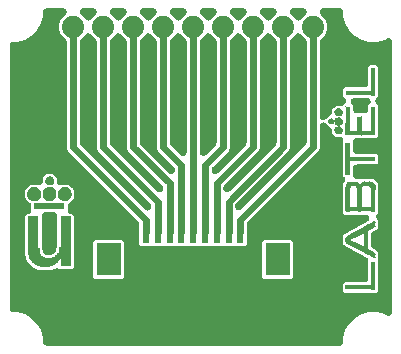
<source format=gbr>
G04 EAGLE Gerber RS-274X export*
G75*
%MOMM*%
%FSLAX25Y25*%
%LPD*%
%INTop_layer*%
%IPPOS*%
%AMOC8*
5,1,8,0,0,1.08239X$1,22.5*%
G01*
%ADD10R,0.600000X1.900000*%
%ADD11R,2.100000X2.800000*%
%ADD12C,1.879600*%
%ADD13R,0.508000X0.025400*%
%ADD14R,0.863600X0.025400*%
%ADD15R,1.117600X0.025400*%
%ADD16R,1.219200X0.025400*%
%ADD17R,1.371600X0.025400*%
%ADD18R,0.889000X0.025400*%
%ADD19R,1.473200X0.025400*%
%ADD20R,1.524000X0.025400*%
%ADD21R,1.625600X0.025400*%
%ADD22R,1.752600X0.025400*%
%ADD23R,1.803400X0.025400*%
%ADD24R,1.854200X0.025400*%
%ADD25R,1.930400X0.025400*%
%ADD26R,1.955800X0.025400*%
%ADD27R,2.057400X0.025400*%
%ADD28R,2.133600X0.025400*%
%ADD29R,2.235200X0.025400*%
%ADD30R,2.260600X0.025400*%
%ADD31R,2.336800X0.025400*%
%ADD32R,2.387600X0.025400*%
%ADD33R,2.438400X0.025400*%
%ADD34R,2.489200X0.025400*%
%ADD35R,2.540000X0.025400*%
%ADD36R,3.454400X0.025400*%
%ADD37R,3.479800X0.025400*%
%ADD38R,1.320800X0.025400*%
%ADD39R,1.600200X0.025400*%
%ADD40R,1.270000X0.025400*%
%ADD41R,1.549400X0.025400*%
%ADD42R,1.244600X0.025400*%
%ADD43R,1.498600X0.025400*%
%ADD44R,1.168400X0.025400*%
%ADD45R,1.422400X0.025400*%
%ADD46R,1.346200X0.025400*%
%ADD47R,1.092200X0.025400*%
%ADD48R,1.066800X0.025400*%
%ADD49R,1.041400X0.025400*%
%ADD50R,1.193800X0.025400*%
%ADD51R,1.016000X0.025400*%
%ADD52R,1.143000X0.025400*%
%ADD53R,0.990600X0.025400*%
%ADD54R,0.965200X0.025400*%
%ADD55R,0.939800X0.025400*%
%ADD56R,0.914400X0.025400*%
%ADD57R,2.565400X0.025400*%
%ADD58R,0.304800X0.025400*%
%ADD59R,0.330200X0.025400*%
%ADD60R,0.482600X0.025400*%
%ADD61R,0.558800X0.025400*%
%ADD62R,0.635000X0.025400*%
%ADD63R,0.660400X0.025400*%
%ADD64R,0.711200X0.025400*%
%ADD65R,0.685800X0.025400*%
%ADD66R,0.736600X0.025400*%
%ADD67R,0.812800X0.025400*%
%ADD68R,0.787400X0.025400*%
%ADD69R,0.838200X0.025400*%
%ADD70R,0.762000X0.025400*%
%ADD71R,0.533400X0.025400*%
%ADD72R,0.457200X0.025400*%
%ADD73R,0.254000X0.025400*%
%ADD74R,0.177800X0.025400*%
%ADD75R,0.279400X0.025400*%
%ADD76R,0.431800X0.025400*%
%ADD77R,0.584200X0.025400*%
%ADD78R,0.381000X0.025400*%
%ADD79R,0.101600X0.025400*%
%ADD80C,0.127000*%
%ADD81R,0.027941X2.263141*%
%ADD82R,0.027941X0.391159*%
%ADD83R,0.027941X0.447041*%
%ADD84R,0.027941X1.955800*%
%ADD85R,0.027941X0.391163*%
%ADD86R,0.027941X2.402841*%
%ADD87R,0.027938X2.291081*%
%ADD88R,0.027938X0.391159*%
%ADD89R,0.027938X0.447041*%
%ADD90R,0.027938X2.179319*%
%ADD91R,0.027938X0.391163*%
%ADD92R,0.027938X2.402841*%
%ADD93R,0.027941X2.291081*%
%ADD94R,0.027941X2.319019*%
%ADD95R,0.027941X2.374900*%
%ADD96R,0.027938X2.430778*%
%ADD97R,0.027941X0.419100*%
%ADD98R,0.027941X2.458719*%
%ADD99R,0.027941X0.447038*%
%ADD100R,0.027941X2.486659*%
%ADD101R,0.027938X0.419100*%
%ADD102R,0.027938X2.514600*%
%ADD103R,0.027941X0.558800*%
%ADD104R,0.027941X0.474981*%
%ADD105R,0.027941X2.430778*%
%ADD106R,0.027938X2.346959*%
%ADD107R,0.027941X2.319022*%
%ADD108R,0.027941X2.235200*%
%ADD109R,0.027938X2.207259*%
%ADD110R,0.027941X2.151378*%
%ADD111R,0.027941X0.363222*%
%ADD112R,0.027941X0.363219*%
%ADD113R,0.027938X0.363219*%
%ADD114R,0.027938X1.620522*%
%ADD115R,0.027941X1.592581*%
%ADD116R,0.027941X2.346959*%
%ADD117R,0.027941X2.291078*%
%ADD118R,0.027941X2.179319*%
%ADD119R,0.027938X2.151378*%
%ADD120R,0.027938X1.592581*%
%ADD121R,0.027941X0.530859*%
%ADD122R,0.027938X0.363222*%
%ADD123R,0.027941X0.335278*%
%ADD124R,0.027938X0.530859*%
%ADD125R,0.027941X2.514600*%
%ADD126R,0.027941X2.682238*%
%ADD127R,0.027941X0.754378*%
%ADD128R,0.027941X0.698500*%
%ADD129R,0.027938X0.642622*%
%ADD130R,0.027938X2.458719*%
%ADD131R,0.027938X2.682238*%
%ADD132R,0.027938X2.374900*%
%ADD133R,0.027941X0.642622*%
%ADD134R,0.027941X0.586741*%
%ADD135R,0.027938X0.474978*%
%ADD136R,0.027938X2.319019*%
%ADD137R,0.027941X0.474978*%
%ADD138R,0.027941X2.011678*%
%ADD139R,0.027941X2.654300*%
%ADD140R,0.027941X1.089662*%
%ADD141R,0.027941X0.027938*%
%ADD142R,0.027938X0.251463*%
%ADD143R,0.027938X0.251459*%
%ADD144R,0.027941X0.335281*%
%ADD145R,0.027941X0.502922*%
%ADD146R,0.027941X0.502919*%
%ADD147R,0.027938X0.530863*%
%ADD148R,0.027941X0.586738*%
%ADD149R,0.027938X0.586738*%
%ADD150R,0.027938X0.586741*%
%ADD151R,0.027941X0.530863*%
%ADD152R,0.027941X0.307338*%
%ADD153R,0.027941X0.307341*%
%ADD154R,0.027938X0.167641*%
%ADD155R,0.027938X0.167637*%
%ADD156R,0.027938X0.139700*%
%ADD157R,0.027941X0.251459*%
%ADD158R,0.027941X0.279400*%
%ADD159R,0.027941X0.223519*%
%ADD160C,0.609600*%

G36*
X2893677Y350582D02*
X2893677Y350582D01*
X2894436Y350558D01*
X2896130Y350781D01*
X2897838Y350920D01*
X2898576Y351103D01*
X2899328Y351202D01*
X2900964Y351695D01*
X2902627Y352108D01*
X2903325Y352407D01*
X2904051Y352626D01*
X2905588Y353378D01*
X2907161Y354052D01*
X2907801Y354460D01*
X2908483Y354794D01*
X2909879Y355784D01*
X2911323Y356703D01*
X2911888Y357209D01*
X2912508Y357648D01*
X2913726Y358851D01*
X2915002Y359991D01*
X2915478Y360581D01*
X2916019Y361115D01*
X2917028Y362498D01*
X2918102Y363828D01*
X2918477Y364488D01*
X2918925Y365102D01*
X2919697Y366632D01*
X2920543Y368117D01*
X2920806Y368827D01*
X2921149Y369506D01*
X2921664Y371139D01*
X2922259Y372742D01*
X2922405Y373487D01*
X2922634Y374211D01*
X2922752Y375255D01*
X2923208Y377584D01*
X2923282Y379956D01*
X2923399Y381000D01*
X2923399Y414124D01*
X2940546Y478114D01*
X2973669Y535486D01*
X3020513Y582330D01*
X3077885Y615454D01*
X3141876Y632600D01*
X3208124Y632600D01*
X3272114Y615454D01*
X3286760Y606998D01*
X3287963Y606428D01*
X3289117Y605772D01*
X3290187Y605374D01*
X3291219Y604885D01*
X3292496Y604517D01*
X3293742Y604055D01*
X3294862Y603835D01*
X3295960Y603519D01*
X3297280Y603362D01*
X3298584Y603107D01*
X3299725Y603071D01*
X3300859Y602936D01*
X3302189Y602994D01*
X3303516Y602953D01*
X3304645Y603101D01*
X3305788Y603151D01*
X3307092Y603423D01*
X3308408Y603596D01*
X3309499Y603925D01*
X3310618Y604158D01*
X3311858Y604636D01*
X3313131Y605020D01*
X3314158Y605522D01*
X3315222Y605932D01*
X3316368Y606603D01*
X3317563Y607188D01*
X3318495Y607849D01*
X3319480Y608425D01*
X3320503Y609273D01*
X3321588Y610042D01*
X3322401Y610844D01*
X3323280Y611573D01*
X3324153Y612575D01*
X3325099Y613509D01*
X3325771Y614431D01*
X3326522Y615292D01*
X3327222Y616422D01*
X3328005Y617496D01*
X3328520Y618516D01*
X3329121Y619486D01*
X3329629Y620713D01*
X3330229Y621900D01*
X3330573Y622989D01*
X3331010Y624044D01*
X3331313Y625337D01*
X3331714Y626605D01*
X3331808Y627443D01*
X3332138Y628847D01*
X3332408Y632756D01*
X3332479Y633394D01*
X3332479Y2922606D01*
X3332372Y2923932D01*
X3332363Y2925260D01*
X3332173Y2926384D01*
X3332080Y2927523D01*
X3331760Y2928814D01*
X3331538Y2930124D01*
X3331168Y2931204D01*
X3330893Y2932312D01*
X3330368Y2933534D01*
X3329938Y2934791D01*
X3329398Y2935798D01*
X3328948Y2936847D01*
X3328234Y2937967D01*
X3327605Y2939139D01*
X3326909Y2940046D01*
X3326297Y2941008D01*
X3325412Y2941998D01*
X3324602Y2943054D01*
X3323769Y2943837D01*
X3323009Y2944687D01*
X3321977Y2945522D01*
X3321007Y2946433D01*
X3320059Y2947071D01*
X3319172Y2947788D01*
X3318017Y2948445D01*
X3316913Y2949187D01*
X3315875Y2949664D01*
X3314883Y2950228D01*
X3313639Y2950690D01*
X3312429Y2951245D01*
X3311327Y2951548D01*
X3310258Y2951945D01*
X3308955Y2952200D01*
X3307672Y2952553D01*
X3306537Y2952674D01*
X3305416Y2952893D01*
X3304086Y2952935D01*
X3302765Y2953075D01*
X3301626Y2953012D01*
X3300484Y2953047D01*
X3299168Y2952874D01*
X3297839Y2952800D01*
X3296723Y2952553D01*
X3295593Y2952404D01*
X3294321Y2952021D01*
X3293022Y2951733D01*
X3292251Y2951396D01*
X3290869Y2950980D01*
X3287355Y2949261D01*
X3286760Y2949002D01*
X3272114Y2940545D01*
X3208124Y2923399D01*
X3141876Y2923399D01*
X3077885Y2940546D01*
X3020513Y2973669D01*
X2973669Y3020513D01*
X2940546Y3077885D01*
X2923399Y3141876D01*
X2923399Y3175000D01*
X2923338Y3175757D01*
X2923362Y3176516D01*
X2923139Y3178210D01*
X2923000Y3179918D01*
X2922817Y3180656D01*
X2922718Y3181408D01*
X2922225Y3183044D01*
X2921813Y3184707D01*
X2921513Y3185405D01*
X2921294Y3186131D01*
X2920542Y3187668D01*
X2919868Y3189241D01*
X2919460Y3189881D01*
X2919126Y3190563D01*
X2918136Y3191959D01*
X2917217Y3193403D01*
X2916711Y3193968D01*
X2916272Y3194588D01*
X2915069Y3195806D01*
X2913929Y3197082D01*
X2913339Y3197558D01*
X2912805Y3198099D01*
X2911422Y3199108D01*
X2910092Y3200182D01*
X2909433Y3200557D01*
X2908818Y3201005D01*
X2907288Y3201777D01*
X2905803Y3202623D01*
X2905093Y3202886D01*
X2904414Y3203229D01*
X2902781Y3203744D01*
X2901178Y3204339D01*
X2900433Y3204485D01*
X2899709Y3204714D01*
X2898665Y3204832D01*
X2896336Y3205288D01*
X2893964Y3205362D01*
X2892920Y3205479D01*
X2751934Y3205479D01*
X2751555Y3205449D01*
X2751176Y3205470D01*
X2749096Y3205249D01*
X2747016Y3205080D01*
X2746648Y3204989D01*
X2746269Y3204948D01*
X2744253Y3204395D01*
X2742227Y3203893D01*
X2741878Y3203743D01*
X2741512Y3203642D01*
X2739610Y3202770D01*
X2737693Y3201948D01*
X2737373Y3201744D01*
X2737027Y3201585D01*
X2735291Y3200418D01*
X2733531Y3199297D01*
X2733248Y3199044D01*
X2732933Y3198832D01*
X2731409Y3197401D01*
X2729852Y3196009D01*
X2729613Y3195714D01*
X2729337Y3195454D01*
X2728066Y3193798D01*
X2726752Y3192172D01*
X2726564Y3191841D01*
X2726333Y3191540D01*
X2725345Y3189699D01*
X2724311Y3187883D01*
X2724179Y3187527D01*
X2723999Y3187193D01*
X2723322Y3185217D01*
X2722594Y3183258D01*
X2722521Y3182885D01*
X2722398Y3182526D01*
X2722049Y3180473D01*
X2721646Y3178416D01*
X2721634Y3178034D01*
X2721571Y3177662D01*
X2721558Y3175573D01*
X2721492Y3173484D01*
X2721542Y3173109D01*
X2721539Y3172728D01*
X2721864Y3170657D01*
X2722136Y3168593D01*
X2722245Y3168230D01*
X2722304Y3167853D01*
X2722957Y3165868D01*
X2723560Y3163869D01*
X2723727Y3163527D01*
X2723845Y3163167D01*
X2724812Y3161309D01*
X2725728Y3159437D01*
X2725946Y3159128D01*
X2726123Y3158789D01*
X2726702Y3158062D01*
X2728582Y3155412D01*
X2729795Y3154183D01*
X2730382Y3153448D01*
X2768206Y3115624D01*
X2786380Y3071746D01*
X2786380Y3024254D01*
X2768206Y2980376D01*
X2731808Y2943978D01*
X2731070Y2943110D01*
X2730261Y2942311D01*
X2729476Y2941234D01*
X2728613Y2940218D01*
X2728025Y2939243D01*
X2727355Y2938324D01*
X2726755Y2937135D01*
X2726066Y2935992D01*
X2725643Y2934934D01*
X2725131Y2933920D01*
X2724730Y2932649D01*
X2724235Y2931411D01*
X2723988Y2930299D01*
X2723646Y2929214D01*
X2723541Y2928281D01*
X2723167Y2926594D01*
X2722984Y2923344D01*
X2722880Y2922426D01*
X2722880Y2290095D01*
X2722911Y2289717D01*
X2722890Y2289337D01*
X2723111Y2287258D01*
X2723280Y2285178D01*
X2723371Y2284809D01*
X2723411Y2284431D01*
X2723965Y2282415D01*
X2724467Y2280389D01*
X2724617Y2280040D01*
X2724718Y2279673D01*
X2725591Y2277770D01*
X2726412Y2275854D01*
X2726615Y2275535D01*
X2726774Y2275188D01*
X2727943Y2273450D01*
X2729063Y2271693D01*
X2729316Y2271410D01*
X2729528Y2271094D01*
X2730961Y2269568D01*
X2732350Y2268014D01*
X2732645Y2267776D01*
X2732906Y2267498D01*
X2734566Y2266224D01*
X2736188Y2264913D01*
X2736519Y2264725D01*
X2736820Y2264494D01*
X2738662Y2263505D01*
X2740476Y2262473D01*
X2740832Y2262341D01*
X2741168Y2262161D01*
X2743145Y2261482D01*
X2745102Y2260756D01*
X2745476Y2260683D01*
X2745834Y2260560D01*
X2747885Y2260211D01*
X2749944Y2259808D01*
X2750326Y2259796D01*
X2750698Y2259733D01*
X2752786Y2259719D01*
X2754875Y2259654D01*
X2755250Y2259703D01*
X2755632Y2259701D01*
X2757705Y2260026D01*
X2759767Y2260297D01*
X2760130Y2260407D01*
X2760507Y2260466D01*
X2762496Y2261120D01*
X2764491Y2261721D01*
X2764832Y2261888D01*
X2765193Y2262007D01*
X2767049Y2262973D01*
X2768923Y2263889D01*
X2769233Y2264109D01*
X2769570Y2264284D01*
X2770294Y2264862D01*
X2772948Y2266743D01*
X2774177Y2267957D01*
X2774912Y2268543D01*
X2801150Y2294782D01*
X2801523Y2294976D01*
X2802748Y2295501D01*
X2803449Y2295948D01*
X2805072Y2296350D01*
X2805631Y2296590D01*
X2806215Y2296760D01*
X2807896Y2297562D01*
X2809606Y2298295D01*
X2810118Y2298622D01*
X2810668Y2298884D01*
X2812199Y2299947D01*
X2813768Y2300946D01*
X2814221Y2301351D01*
X2814721Y2301698D01*
X2816059Y2302993D01*
X2817447Y2304233D01*
X2817829Y2304707D01*
X2818266Y2305130D01*
X2819378Y2306624D01*
X2820547Y2308071D01*
X2820848Y2308600D01*
X2821211Y2309088D01*
X2822068Y2310744D01*
X2822988Y2312359D01*
X2823199Y2312929D01*
X2823479Y2313470D01*
X2824057Y2315240D01*
X2824704Y2316985D01*
X2824822Y2317583D01*
X2825010Y2318161D01*
X2825294Y2319995D01*
X2825653Y2321827D01*
X2825672Y2322437D01*
X2825743Y2322897D01*
X2826671Y2325753D01*
X2826986Y2327081D01*
X2827397Y2328383D01*
X2827489Y2329198D01*
X2827811Y2330553D01*
X2828100Y2334616D01*
X2828163Y2335172D01*
X2828163Y2346978D01*
X2828194Y2347057D01*
X2828706Y2348071D01*
X2829107Y2349342D01*
X2829602Y2350580D01*
X2829771Y2351343D01*
X2832321Y2353892D01*
X2833158Y2354877D01*
X2834066Y2355792D01*
X2834750Y2356751D01*
X2835516Y2357652D01*
X2835863Y2358228D01*
X2836823Y2358925D01*
X2840208Y2361830D01*
X2840460Y2362032D01*
X2859805Y2381377D01*
X2908649Y2381377D01*
X2909782Y2381469D01*
X2910921Y2381462D01*
X2912239Y2381669D01*
X2913567Y2381777D01*
X2914671Y2382050D01*
X2915795Y2382227D01*
X2917061Y2382643D01*
X2918355Y2382964D01*
X2919402Y2383413D01*
X2920482Y2383768D01*
X2921665Y2384384D01*
X2922890Y2384909D01*
X2923848Y2385519D01*
X2924859Y2386045D01*
X2925596Y2386633D01*
X2927051Y2387560D01*
X2929476Y2389726D01*
X2930201Y2390304D01*
X2939980Y2400084D01*
X2940471Y2400662D01*
X2941026Y2401182D01*
X2942068Y2402540D01*
X2943175Y2403843D01*
X2943568Y2404495D01*
X2944029Y2405096D01*
X2944837Y2406601D01*
X2945722Y2408069D01*
X2946004Y2408775D01*
X2946363Y2409444D01*
X2946918Y2411061D01*
X2947553Y2412651D01*
X2947718Y2413394D01*
X2947964Y2414111D01*
X2948250Y2415793D01*
X2948621Y2417468D01*
X2948664Y2418228D01*
X2948791Y2418975D01*
X2948802Y2420683D01*
X2948898Y2422394D01*
X2948818Y2423149D01*
X2948823Y2423908D01*
X2948557Y2425600D01*
X2948377Y2427300D01*
X2948176Y2428032D01*
X2948058Y2428783D01*
X2947523Y2430408D01*
X2947070Y2432058D01*
X2946754Y2432748D01*
X2946517Y2433470D01*
X2945727Y2434988D01*
X2945013Y2436543D01*
X2944589Y2437173D01*
X2944239Y2437847D01*
X2943584Y2438668D01*
X2942260Y2440637D01*
X2940636Y2442366D01*
X2939980Y2443188D01*
X2923159Y2460009D01*
X2923159Y2522962D01*
X2938038Y2537841D01*
X3105023Y2537841D01*
X3105780Y2537903D01*
X3106539Y2537879D01*
X3108233Y2538102D01*
X3109941Y2538241D01*
X3110679Y2538424D01*
X3111431Y2538523D01*
X3113067Y2539016D01*
X3114730Y2539428D01*
X3115428Y2539728D01*
X3116154Y2539947D01*
X3117691Y2540698D01*
X3119264Y2541373D01*
X3119904Y2541781D01*
X3120587Y2542114D01*
X3121983Y2543104D01*
X3123426Y2544024D01*
X3123992Y2544529D01*
X3124611Y2544969D01*
X3125829Y2546172D01*
X3127105Y2547311D01*
X3127582Y2547902D01*
X3128122Y2548435D01*
X3129131Y2549819D01*
X3130205Y2551149D01*
X3130580Y2551808D01*
X3131028Y2552423D01*
X3131800Y2553952D01*
X3132646Y2555437D01*
X3132909Y2556148D01*
X3133252Y2556827D01*
X3133768Y2558460D01*
X3134363Y2560063D01*
X3134508Y2560808D01*
X3134737Y2561532D01*
X3134855Y2562576D01*
X3135311Y2564905D01*
X3135385Y2567276D01*
X3135503Y2568321D01*
X3135503Y2710160D01*
X3150382Y2725039D01*
X3202158Y2725039D01*
X3219831Y2707366D01*
X3219831Y2460009D01*
X3203009Y2443188D01*
X3202518Y2442610D01*
X3201964Y2442089D01*
X3200922Y2440732D01*
X3199814Y2439428D01*
X3199422Y2438777D01*
X3198960Y2438175D01*
X3198151Y2436668D01*
X3197268Y2435202D01*
X3196987Y2434498D01*
X3196627Y2433828D01*
X3196072Y2432211D01*
X3195437Y2430621D01*
X3195272Y2429877D01*
X3195026Y2429161D01*
X3194740Y2427479D01*
X3194368Y2425804D01*
X3194326Y2425043D01*
X3194199Y2424297D01*
X3194188Y2422588D01*
X3194092Y2420878D01*
X3194172Y2420123D01*
X3194167Y2419363D01*
X3194433Y2417671D01*
X3194613Y2415972D01*
X3194814Y2415240D01*
X3194932Y2414489D01*
X3195467Y2412862D01*
X3195919Y2411214D01*
X3196236Y2410524D01*
X3196473Y2409802D01*
X3197263Y2408283D01*
X3197976Y2406729D01*
X3198400Y2406098D01*
X3198751Y2405425D01*
X3199405Y2404604D01*
X3200730Y2402635D01*
X3202355Y2400905D01*
X3203009Y2400083D01*
X3219831Y2383262D01*
X3219831Y2121935D01*
X3204952Y2107056D01*
X3035173Y2107056D01*
X3034416Y2106995D01*
X3033657Y2107018D01*
X3031963Y2106796D01*
X3030255Y2106657D01*
X3029517Y2106474D01*
X3028765Y2106375D01*
X3027129Y2105882D01*
X3025466Y2105469D01*
X3024768Y2105170D01*
X3024042Y2104951D01*
X3022504Y2104199D01*
X3020932Y2103525D01*
X3020292Y2103117D01*
X3019609Y2102783D01*
X3018213Y2101793D01*
X3016770Y2100874D01*
X3016204Y2100368D01*
X3015585Y2099929D01*
X3014367Y2098726D01*
X3013091Y2097586D01*
X3012614Y2096996D01*
X3012074Y2096462D01*
X3011065Y2095078D01*
X3009991Y2093748D01*
X3009616Y2093089D01*
X3009168Y2092475D01*
X3008396Y2090945D01*
X3007550Y2089460D01*
X3007287Y2088750D01*
X3006944Y2088071D01*
X3006428Y2086438D01*
X3005833Y2084835D01*
X3005688Y2084090D01*
X3005459Y2083366D01*
X3005341Y2082322D01*
X3004885Y2079993D01*
X3004811Y2077621D01*
X3004693Y2076577D01*
X3004693Y2003933D01*
X3004755Y2003176D01*
X3004731Y2002417D01*
X3004954Y2000723D01*
X3005093Y1999015D01*
X3005276Y1998277D01*
X3005375Y1997525D01*
X3005868Y1995889D01*
X3006280Y1994226D01*
X3006580Y1993528D01*
X3006799Y1992802D01*
X3007551Y1991264D01*
X3008225Y1989692D01*
X3008633Y1989052D01*
X3008967Y1988369D01*
X3009957Y1986973D01*
X3010876Y1985530D01*
X3011382Y1984964D01*
X3011821Y1984345D01*
X3013024Y1983127D01*
X3014163Y1981851D01*
X3014754Y1981374D01*
X3015288Y1980834D01*
X3016671Y1979825D01*
X3018001Y1978751D01*
X3018660Y1978376D01*
X3019275Y1977928D01*
X3020804Y1977156D01*
X3022289Y1976310D01*
X3023000Y1976047D01*
X3023679Y1975704D01*
X3025312Y1975188D01*
X3026915Y1974593D01*
X3027660Y1974448D01*
X3028384Y1974219D01*
X3029428Y1974101D01*
X3031757Y1973645D01*
X3034128Y1973571D01*
X3035173Y1973453D01*
X3204952Y1973453D01*
X3219831Y1958574D01*
X3219831Y1898415D01*
X3204952Y1883536D01*
X3035173Y1883536D01*
X3034416Y1883475D01*
X3033657Y1883498D01*
X3031963Y1883276D01*
X3030255Y1883137D01*
X3029517Y1882954D01*
X3028765Y1882855D01*
X3027129Y1882362D01*
X3025466Y1881949D01*
X3024768Y1881650D01*
X3024042Y1881431D01*
X3022504Y1880679D01*
X3020932Y1880005D01*
X3020292Y1879597D01*
X3019609Y1879263D01*
X3018213Y1878273D01*
X3016770Y1877354D01*
X3016204Y1876848D01*
X3015585Y1876409D01*
X3014367Y1875206D01*
X3013091Y1874066D01*
X3012614Y1873476D01*
X3012074Y1872942D01*
X3011065Y1871558D01*
X3009991Y1870228D01*
X3009616Y1869569D01*
X3009168Y1868955D01*
X3008396Y1867425D01*
X3007550Y1865940D01*
X3007287Y1865230D01*
X3006944Y1864551D01*
X3006428Y1862918D01*
X3005833Y1861315D01*
X3005688Y1860570D01*
X3005459Y1859846D01*
X3005341Y1858802D01*
X3004885Y1856473D01*
X3004811Y1854101D01*
X3004693Y1853057D01*
X3004693Y1791589D01*
X3004755Y1790832D01*
X3004731Y1790073D01*
X3004955Y1788373D01*
X3005093Y1786671D01*
X3005276Y1785933D01*
X3005375Y1785181D01*
X3005868Y1783545D01*
X3006280Y1781882D01*
X3006580Y1781184D01*
X3006799Y1780458D01*
X3007551Y1778920D01*
X3008225Y1777348D01*
X3008633Y1776708D01*
X3008967Y1776025D01*
X3009957Y1774629D01*
X3010876Y1773186D01*
X3011382Y1772620D01*
X3011821Y1772001D01*
X3013024Y1770783D01*
X3014163Y1769507D01*
X3014754Y1769030D01*
X3015288Y1768490D01*
X3016671Y1767481D01*
X3018001Y1766407D01*
X3018660Y1766032D01*
X3019275Y1765584D01*
X3020804Y1764812D01*
X3022289Y1763966D01*
X3023000Y1763703D01*
X3023679Y1763360D01*
X3025312Y1762844D01*
X3026915Y1762249D01*
X3027660Y1762103D01*
X3028384Y1761875D01*
X3029428Y1761757D01*
X3031757Y1761301D01*
X3034128Y1761227D01*
X3035173Y1761109D01*
X3051321Y1761109D01*
X3051396Y1761079D01*
X3052413Y1760566D01*
X3053684Y1760164D01*
X3054920Y1759670D01*
X3056031Y1759424D01*
X3057118Y1759081D01*
X3058053Y1758976D01*
X3059737Y1758602D01*
X3062988Y1758419D01*
X3063907Y1758315D01*
X3067907Y1758315D01*
X3069040Y1758408D01*
X3070179Y1758400D01*
X3071497Y1758607D01*
X3072825Y1758715D01*
X3073929Y1758988D01*
X3075053Y1759165D01*
X3076319Y1759581D01*
X3077613Y1759902D01*
X3078660Y1760351D01*
X3079740Y1760706D01*
X3080923Y1761322D01*
X3082148Y1761847D01*
X3083063Y1762430D01*
X3083206Y1762461D01*
X3083493Y1762587D01*
X3083934Y1762696D01*
X3086256Y1763692D01*
X3087110Y1763903D01*
X3170077Y1763903D01*
X3170079Y1763903D01*
X3170563Y1763903D01*
X3170889Y1763831D01*
X3171822Y1763360D01*
X3172187Y1763244D01*
X3172534Y1763080D01*
X3174002Y1762657D01*
X3174928Y1762189D01*
X3176071Y1761501D01*
X3177129Y1761078D01*
X3178143Y1760565D01*
X3178853Y1760342D01*
X3179327Y1759996D01*
X3180516Y1759396D01*
X3181658Y1758707D01*
X3182575Y1758341D01*
X3183330Y1757585D01*
X3183764Y1757217D01*
X3184147Y1756798D01*
X3184977Y1756186D01*
X3187090Y1754390D01*
X3188829Y1753342D01*
X3189643Y1752741D01*
X3201705Y1745777D01*
X3208668Y1733716D01*
X3208990Y1733250D01*
X3209254Y1732744D01*
X3209901Y1731933D01*
X3211036Y1730289D01*
X3211047Y1730256D01*
X3211662Y1729074D01*
X3212187Y1727850D01*
X3212798Y1726891D01*
X3213324Y1725879D01*
X3213911Y1725143D01*
X3214143Y1724779D01*
X3214981Y1722825D01*
X3215349Y1722247D01*
X3215532Y1721828D01*
X3216301Y1720496D01*
X3216624Y1720028D01*
X3216888Y1719521D01*
X3217383Y1718901D01*
X3217775Y1717986D01*
X3218144Y1717407D01*
X3218327Y1716987D01*
X3219196Y1715481D01*
X3219196Y1706404D01*
X3219288Y1705271D01*
X3219281Y1704132D01*
X3219488Y1702814D01*
X3219596Y1701487D01*
X3219831Y1700536D01*
X3219831Y1476522D01*
X3209995Y1466685D01*
X3209503Y1466108D01*
X3208949Y1465587D01*
X3207906Y1464227D01*
X3206800Y1462926D01*
X3206408Y1462276D01*
X3205945Y1461673D01*
X3205135Y1460163D01*
X3204253Y1458700D01*
X3203971Y1457995D01*
X3203612Y1457325D01*
X3203058Y1455708D01*
X3202422Y1454118D01*
X3202257Y1453374D01*
X3202011Y1452658D01*
X3201725Y1450975D01*
X3201353Y1449301D01*
X3201311Y1448543D01*
X3201183Y1447794D01*
X3201173Y1446082D01*
X3201077Y1444375D01*
X3201157Y1443621D01*
X3201152Y1442860D01*
X3201418Y1441168D01*
X3201598Y1439469D01*
X3201799Y1438737D01*
X3201917Y1437986D01*
X3202452Y1436359D01*
X3202904Y1434711D01*
X3203221Y1434022D01*
X3203458Y1433299D01*
X3204249Y1431779D01*
X3204961Y1430226D01*
X3205385Y1429597D01*
X3205736Y1428922D01*
X3206391Y1428100D01*
X3207715Y1426132D01*
X3209340Y1424402D01*
X3209995Y1423580D01*
X3219831Y1413744D01*
X3219831Y1397306D01*
X3219999Y1395241D01*
X3219949Y1393708D01*
X3219831Y1392661D01*
X3219831Y1355660D01*
X3219878Y1355092D01*
X3219869Y1354824D01*
X3219948Y1354227D01*
X3219968Y1353975D01*
X3219928Y1353311D01*
X3219831Y1352451D01*
X3219831Y1347998D01*
X3214897Y1343063D01*
X3213741Y1341704D01*
X3213050Y1341043D01*
X3207615Y1334532D01*
X3207267Y1334350D01*
X3206550Y1333779D01*
X3205164Y1332903D01*
X3202603Y1330632D01*
X3202298Y1330388D01*
X3201766Y1330112D01*
X3200542Y1329587D01*
X3199583Y1328976D01*
X3198571Y1328449D01*
X3198319Y1328248D01*
X3197362Y1327933D01*
X3196179Y1327318D01*
X3194954Y1326793D01*
X3193997Y1326183D01*
X3192985Y1325656D01*
X3192731Y1325454D01*
X3191774Y1325139D01*
X3190591Y1324524D01*
X3189366Y1323999D01*
X3188408Y1323388D01*
X3187397Y1322862D01*
X3187143Y1322660D01*
X3186184Y1322345D01*
X3185002Y1321729D01*
X3183778Y1321205D01*
X3182818Y1320593D01*
X3181807Y1320067D01*
X3181555Y1319866D01*
X3180598Y1319552D01*
X3179415Y1318936D01*
X3178190Y1318411D01*
X3177233Y1317801D01*
X3176221Y1317274D01*
X3175484Y1316687D01*
X3174029Y1315760D01*
X3172113Y1314048D01*
X3171883Y1313885D01*
X3170440Y1312966D01*
X3169874Y1312460D01*
X3169255Y1312021D01*
X3168037Y1310818D01*
X3166761Y1309678D01*
X3166284Y1309088D01*
X3165744Y1308554D01*
X3164735Y1307171D01*
X3163661Y1305841D01*
X3163286Y1305182D01*
X3162838Y1304567D01*
X3162066Y1303038D01*
X3161220Y1301553D01*
X3160957Y1300842D01*
X3160614Y1300163D01*
X3160098Y1298530D01*
X3159503Y1296927D01*
X3159358Y1296182D01*
X3159129Y1295458D01*
X3159011Y1294414D01*
X3158555Y1292085D01*
X3158481Y1289713D01*
X3158363Y1288669D01*
X3158363Y1199260D01*
X3158425Y1198503D01*
X3158401Y1197745D01*
X3158624Y1196050D01*
X3158763Y1194343D01*
X3158946Y1193604D01*
X3159045Y1192853D01*
X3159538Y1191217D01*
X3159950Y1189554D01*
X3160250Y1188856D01*
X3160469Y1188129D01*
X3161221Y1186592D01*
X3161895Y1185019D01*
X3162303Y1184379D01*
X3162637Y1183697D01*
X3163627Y1182301D01*
X3164546Y1180858D01*
X3165052Y1180292D01*
X3165491Y1179673D01*
X3166694Y1178454D01*
X3167833Y1177179D01*
X3168424Y1176702D01*
X3168958Y1176161D01*
X3170341Y1175153D01*
X3171671Y1174078D01*
X3172065Y1173854D01*
X3172546Y1173367D01*
X3173623Y1172583D01*
X3174639Y1171719D01*
X3175614Y1171132D01*
X3176533Y1170462D01*
X3177722Y1169861D01*
X3178865Y1169173D01*
X3179923Y1168750D01*
X3180937Y1168237D01*
X3181647Y1168013D01*
X3182120Y1167668D01*
X3183310Y1167068D01*
X3184450Y1166380D01*
X3185507Y1165958D01*
X3186524Y1165444D01*
X3187235Y1165220D01*
X3187709Y1164874D01*
X3188898Y1164273D01*
X3190041Y1163585D01*
X3191099Y1163162D01*
X3192113Y1162649D01*
X3192823Y1162426D01*
X3193297Y1162080D01*
X3194486Y1161479D01*
X3195629Y1160791D01*
X3196687Y1160368D01*
X3197701Y1159855D01*
X3198410Y1159632D01*
X3198885Y1159286D01*
X3200074Y1158685D01*
X3201215Y1157998D01*
X3202133Y1157631D01*
X3219831Y1139932D01*
X3219831Y1131883D01*
X3219903Y1131000D01*
X3219883Y1130114D01*
X3219978Y1129562D01*
X3219949Y1128573D01*
X3219831Y1127533D01*
X3219831Y1104183D01*
X3219910Y1103212D01*
X3219893Y1102236D01*
X3219963Y1101845D01*
X3219947Y1101140D01*
X3219831Y1100115D01*
X3219831Y814343D01*
X3202158Y796670D01*
X2938038Y796670D01*
X2920365Y814343D01*
X2920365Y874502D01*
X2935244Y889381D01*
X3105023Y889381D01*
X3105780Y889443D01*
X3106539Y889419D01*
X3108233Y889642D01*
X3109941Y889781D01*
X3110679Y889964D01*
X3111431Y890063D01*
X3113067Y890556D01*
X3114730Y890968D01*
X3115428Y891268D01*
X3116154Y891487D01*
X3117691Y892238D01*
X3119264Y892913D01*
X3119904Y893321D01*
X3120587Y893654D01*
X3121983Y894644D01*
X3123426Y895564D01*
X3123992Y896069D01*
X3124611Y896509D01*
X3125829Y897712D01*
X3127105Y898851D01*
X3127582Y899442D01*
X3128122Y899975D01*
X3129131Y901359D01*
X3130205Y902689D01*
X3130580Y903348D01*
X3131028Y903963D01*
X3131800Y905492D01*
X3132646Y906977D01*
X3132909Y907688D01*
X3133252Y908367D01*
X3133768Y910000D01*
X3134363Y911603D01*
X3134508Y912348D01*
X3134737Y913072D01*
X3134855Y914116D01*
X3135311Y916445D01*
X3135385Y918816D01*
X3135503Y919861D01*
X3135503Y1067149D01*
X3135410Y1068283D01*
X3135418Y1069421D01*
X3135211Y1070739D01*
X3135103Y1072067D01*
X3134829Y1073171D01*
X3134653Y1074296D01*
X3134237Y1075562D01*
X3133916Y1076856D01*
X3133467Y1077902D01*
X3133112Y1078983D01*
X3132496Y1080166D01*
X3131971Y1081390D01*
X3131361Y1082348D01*
X3130834Y1083360D01*
X3130247Y1084097D01*
X3129320Y1085552D01*
X3127695Y1087370D01*
X3127581Y1087531D01*
X3127268Y1087847D01*
X3127153Y1087976D01*
X3126575Y1088701D01*
X3125781Y1089495D01*
X3125779Y1089497D01*
X3122989Y1092288D01*
X3122121Y1093026D01*
X3121321Y1093836D01*
X3120244Y1094620D01*
X3119229Y1095483D01*
X3118254Y1096071D01*
X3117333Y1096742D01*
X3116144Y1097342D01*
X3115003Y1098030D01*
X3113947Y1098452D01*
X3112929Y1098966D01*
X3112219Y1099190D01*
X3111745Y1099536D01*
X3110556Y1100136D01*
X3109413Y1100825D01*
X3108355Y1101248D01*
X3107341Y1101760D01*
X3106632Y1101983D01*
X3106157Y1102330D01*
X3104968Y1102930D01*
X3103827Y1103618D01*
X3102770Y1104040D01*
X3101753Y1104554D01*
X3101043Y1104778D01*
X3100569Y1105124D01*
X3099380Y1105724D01*
X3098239Y1106412D01*
X3097182Y1106834D01*
X3096165Y1107348D01*
X3095455Y1107572D01*
X3094981Y1107918D01*
X3093792Y1108518D01*
X3092649Y1109207D01*
X3091591Y1109630D01*
X3091550Y1109651D01*
X3091385Y1109790D01*
X3090586Y1110600D01*
X3089509Y1111385D01*
X3088493Y1112248D01*
X3087518Y1112836D01*
X3086599Y1113506D01*
X3085410Y1114106D01*
X3084267Y1114795D01*
X3083209Y1115218D01*
X3082195Y1115730D01*
X3081486Y1115954D01*
X3081011Y1116300D01*
X3079822Y1116900D01*
X3078681Y1117588D01*
X3077624Y1118010D01*
X3076607Y1118524D01*
X3075898Y1118748D01*
X3075423Y1119094D01*
X3074234Y1119694D01*
X3073093Y1120382D01*
X3072036Y1120804D01*
X3071019Y1121318D01*
X3070309Y1121542D01*
X3069835Y1121888D01*
X3068646Y1122488D01*
X3067503Y1123177D01*
X3066445Y1123600D01*
X3066404Y1123621D01*
X3066240Y1123760D01*
X3065440Y1124570D01*
X3064364Y1125354D01*
X3063349Y1126217D01*
X3062373Y1126805D01*
X3061453Y1127476D01*
X3060264Y1128076D01*
X3059123Y1128764D01*
X3058066Y1129186D01*
X3057049Y1129700D01*
X3056339Y1129924D01*
X3055865Y1130270D01*
X3054676Y1130870D01*
X3053533Y1131559D01*
X3052475Y1131982D01*
X3051461Y1132494D01*
X3050752Y1132718D01*
X3050277Y1133064D01*
X3049088Y1133664D01*
X3047947Y1134352D01*
X3046890Y1134774D01*
X3045873Y1135288D01*
X3045163Y1135512D01*
X3044689Y1135858D01*
X3043500Y1136458D01*
X3042357Y1137147D01*
X3041299Y1137570D01*
X3040285Y1138082D01*
X3039576Y1138306D01*
X3039101Y1138652D01*
X3037912Y1139252D01*
X3036771Y1139940D01*
X3035714Y1140362D01*
X3035670Y1140385D01*
X3035505Y1140524D01*
X3034706Y1141334D01*
X3033629Y1142119D01*
X3032613Y1142982D01*
X3031638Y1143570D01*
X3030719Y1144240D01*
X3029530Y1144840D01*
X3028387Y1145529D01*
X3027329Y1145952D01*
X3026315Y1146464D01*
X3025606Y1146688D01*
X3025131Y1147034D01*
X3023942Y1147634D01*
X3022801Y1148322D01*
X3021744Y1148744D01*
X3020727Y1149258D01*
X3020017Y1149482D01*
X3019543Y1149828D01*
X3018354Y1150428D01*
X3017211Y1151117D01*
X3016153Y1151540D01*
X3015139Y1152052D01*
X3014430Y1152276D01*
X3013955Y1152622D01*
X3012766Y1153222D01*
X3011625Y1153910D01*
X3010568Y1154332D01*
X3009551Y1154846D01*
X3008842Y1155070D01*
X3008367Y1155416D01*
X3007178Y1156016D01*
X3006037Y1156704D01*
X3004980Y1157126D01*
X3004936Y1157149D01*
X3004771Y1157288D01*
X3003972Y1158098D01*
X3002895Y1158883D01*
X3001879Y1159746D01*
X3000904Y1160334D01*
X2999985Y1161004D01*
X2998796Y1161604D01*
X2997653Y1162293D01*
X2996595Y1162716D01*
X2995581Y1163228D01*
X2994872Y1163452D01*
X2994397Y1163798D01*
X2993208Y1164398D01*
X2992065Y1165087D01*
X2991008Y1165510D01*
X2989993Y1166022D01*
X2989284Y1166246D01*
X2988809Y1166592D01*
X2987620Y1167192D01*
X2986479Y1167880D01*
X2985423Y1168302D01*
X2984405Y1168816D01*
X2983695Y1169040D01*
X2983221Y1169386D01*
X2982032Y1169986D01*
X2980891Y1170674D01*
X2979834Y1171096D01*
X2979790Y1171118D01*
X2979625Y1171258D01*
X2978826Y1172068D01*
X2977749Y1172853D01*
X2976733Y1173716D01*
X2975758Y1174304D01*
X2974839Y1174974D01*
X2973650Y1175574D01*
X2972507Y1176263D01*
X2971449Y1176686D01*
X2970435Y1177198D01*
X2969725Y1177422D01*
X2969251Y1177768D01*
X2968062Y1178368D01*
X2966919Y1179057D01*
X2965861Y1179480D01*
X2964847Y1179992D01*
X2964138Y1180216D01*
X2963663Y1180562D01*
X2962474Y1181162D01*
X2961333Y1181850D01*
X2960277Y1182272D01*
X2959259Y1182786D01*
X2958549Y1183010D01*
X2958075Y1183356D01*
X2956886Y1183956D01*
X2955745Y1184644D01*
X2954688Y1185066D01*
X2953671Y1185580D01*
X2952961Y1185804D01*
X2952487Y1186150D01*
X2951298Y1186750D01*
X2950155Y1187439D01*
X2949098Y1187862D01*
X2949056Y1187883D01*
X2948892Y1188022D01*
X2948092Y1188832D01*
X2947016Y1189617D01*
X2946001Y1190479D01*
X2945025Y1191067D01*
X2944105Y1191738D01*
X2942916Y1192338D01*
X2941775Y1193026D01*
X2940858Y1193393D01*
X2940795Y1193456D01*
X2940050Y1194089D01*
X2939371Y1194791D01*
X2938547Y1195365D01*
X2937035Y1196651D01*
X2935090Y1197823D01*
X2930360Y1203657D01*
X2928879Y1205208D01*
X2928236Y1206014D01*
X2920365Y1213886D01*
X2920365Y1269438D01*
X2920197Y1271501D01*
X2920247Y1273041D01*
X2920365Y1274086D01*
X2920365Y1277346D01*
X2920685Y1277723D01*
X2920957Y1278174D01*
X2920986Y1278210D01*
X2921110Y1278428D01*
X2921656Y1279333D01*
X2922549Y1280695D01*
X2931735Y1292338D01*
X2937426Y1295523D01*
X2938068Y1295953D01*
X2938754Y1296310D01*
X2939578Y1296967D01*
X2939886Y1297173D01*
X2941912Y1298043D01*
X2942278Y1298275D01*
X2942553Y1298391D01*
X2943769Y1299072D01*
X2944411Y1299503D01*
X2945100Y1299861D01*
X2945923Y1300517D01*
X2947866Y1301821D01*
X2948775Y1302674D01*
X2949605Y1303106D01*
X2950830Y1303631D01*
X2951788Y1304241D01*
X2952799Y1304767D01*
X2953053Y1304969D01*
X2954012Y1305285D01*
X2955194Y1305900D01*
X2956418Y1306425D01*
X2957377Y1307036D01*
X2958389Y1307562D01*
X2958813Y1307901D01*
X2959023Y1307991D01*
X2959753Y1308231D01*
X2960548Y1308645D01*
X2961887Y1309219D01*
X2962249Y1309449D01*
X2962523Y1309565D01*
X2962795Y1309717D01*
X2963442Y1310151D01*
X2964129Y1310508D01*
X2964948Y1311161D01*
X2965042Y1311225D01*
X2966879Y1312013D01*
X2967243Y1312244D01*
X2967518Y1312360D01*
X2969139Y1313267D01*
X2969784Y1313699D01*
X2970472Y1314058D01*
X2971293Y1314712D01*
X2973236Y1316016D01*
X2973888Y1316626D01*
X2974751Y1317076D01*
X2975975Y1317601D01*
X2976933Y1318211D01*
X2977945Y1318737D01*
X2978198Y1318939D01*
X2979158Y1319255D01*
X2980341Y1319870D01*
X2981564Y1320395D01*
X2982524Y1321006D01*
X2983535Y1321533D01*
X2984167Y1322036D01*
X2984930Y1322363D01*
X2985125Y1322428D01*
X2985338Y1322538D01*
X2986854Y1323188D01*
X2987220Y1323422D01*
X2987496Y1323538D01*
X2988173Y1323917D01*
X2988816Y1324348D01*
X2989502Y1324705D01*
X2990239Y1325293D01*
X2991847Y1325983D01*
X2992214Y1326216D01*
X2992489Y1326332D01*
X2994515Y1327465D01*
X2995155Y1327895D01*
X2995843Y1328253D01*
X2996666Y1328909D01*
X2998612Y1330215D01*
X2998999Y1330578D01*
X2999897Y1331046D01*
X3001121Y1331571D01*
X3002079Y1332181D01*
X3003091Y1332707D01*
X3003344Y1332909D01*
X3004305Y1333225D01*
X3005487Y1333840D01*
X3006711Y1334365D01*
X3007670Y1334976D01*
X3008682Y1335503D01*
X3009416Y1336088D01*
X3009601Y1336206D01*
X3011821Y1337158D01*
X3012185Y1337390D01*
X3012460Y1337506D01*
X3013542Y1338111D01*
X3014187Y1338543D01*
X3014874Y1338901D01*
X3015468Y1339375D01*
X3016815Y1339953D01*
X3017181Y1340185D01*
X3017456Y1340301D01*
X3019886Y1341661D01*
X3020527Y1342091D01*
X3021216Y1342449D01*
X3022038Y1343105D01*
X3023983Y1344410D01*
X3024113Y1344532D01*
X3025043Y1345016D01*
X3026268Y1345541D01*
X3027225Y1346151D01*
X3028237Y1346678D01*
X3028593Y1346961D01*
X3028619Y1346972D01*
X3029526Y1347271D01*
X3030517Y1347786D01*
X3031797Y1348335D01*
X3032155Y1348563D01*
X3032426Y1348677D01*
X3032561Y1348753D01*
X3033209Y1349187D01*
X3033903Y1349548D01*
X3034704Y1350187D01*
X3034931Y1350332D01*
X3036790Y1351129D01*
X3037154Y1351361D01*
X3037430Y1351477D01*
X3038915Y1352308D01*
X3039560Y1352741D01*
X3040246Y1353098D01*
X3040697Y1353457D01*
X3041783Y1353923D01*
X3042149Y1354156D01*
X3042425Y1354272D01*
X3045259Y1355858D01*
X3045900Y1356288D01*
X3046587Y1356645D01*
X3047410Y1357302D01*
X3048999Y1358368D01*
X3049008Y1358371D01*
X3050190Y1358986D01*
X3051414Y1359511D01*
X3052373Y1360122D01*
X3053385Y1360648D01*
X3053947Y1361097D01*
X3054518Y1361342D01*
X3054898Y1361467D01*
X3055313Y1361683D01*
X3056764Y1362305D01*
X3057125Y1362535D01*
X3057396Y1362648D01*
X3057936Y1362950D01*
X3058583Y1363384D01*
X3059275Y1363745D01*
X3060061Y1364372D01*
X3061757Y1365099D01*
X3062121Y1365331D01*
X3062397Y1365447D01*
X3064288Y1366504D01*
X3064932Y1366937D01*
X3065619Y1367294D01*
X3065926Y1367539D01*
X3066751Y1367893D01*
X3067117Y1368126D01*
X3067393Y1368242D01*
X3070632Y1370054D01*
X3071272Y1370484D01*
X3071959Y1370842D01*
X3072780Y1371496D01*
X3073928Y1372267D01*
X3074154Y1372341D01*
X3075336Y1372956D01*
X3076560Y1373481D01*
X3077519Y1374092D01*
X3078531Y1374618D01*
X3079267Y1375205D01*
X3079328Y1375244D01*
X3081732Y1376275D01*
X3082098Y1376508D01*
X3082374Y1376624D01*
X3083319Y1377153D01*
X3083959Y1377583D01*
X3084646Y1377940D01*
X3085289Y1378453D01*
X3086725Y1379069D01*
X3087092Y1379303D01*
X3087368Y1379418D01*
X3089663Y1380703D01*
X3090302Y1381132D01*
X3090989Y1381489D01*
X3091154Y1381621D01*
X3091718Y1381863D01*
X3092083Y1382095D01*
X3092358Y1382211D01*
X3096002Y1384249D01*
X3096647Y1384682D01*
X3097333Y1385039D01*
X3098152Y1385692D01*
X3098857Y1386165D01*
X3099300Y1386311D01*
X3100482Y1386926D01*
X3101706Y1387451D01*
X3102665Y1388062D01*
X3103677Y1388588D01*
X3104413Y1389175D01*
X3104840Y1389448D01*
X3106700Y1390245D01*
X3106818Y1390320D01*
X3106889Y1390351D01*
X3107133Y1390506D01*
X3107339Y1390593D01*
X3108688Y1391348D01*
X3109332Y1391779D01*
X3110021Y1392138D01*
X3110520Y1392536D01*
X3111692Y1393038D01*
X3112057Y1393271D01*
X3112333Y1393387D01*
X3115034Y1394898D01*
X3115678Y1395330D01*
X3116366Y1395688D01*
X3116385Y1395703D01*
X3116686Y1395833D01*
X3117052Y1396066D01*
X3117327Y1396181D01*
X3121377Y1398447D01*
X3122019Y1398878D01*
X3122706Y1399236D01*
X3123527Y1399890D01*
X3123912Y1400149D01*
X3125195Y1400787D01*
X3126674Y1401421D01*
X3127400Y1401883D01*
X3128171Y1402267D01*
X3129479Y1403208D01*
X3130836Y1404072D01*
X3131478Y1404646D01*
X3132176Y1405148D01*
X3133314Y1406287D01*
X3134515Y1407360D01*
X3135056Y1408030D01*
X3135664Y1408638D01*
X3136603Y1409945D01*
X3137615Y1411198D01*
X3138041Y1411945D01*
X3138543Y1412644D01*
X3139261Y1414089D01*
X3140056Y1415486D01*
X3140355Y1416291D01*
X3140738Y1417063D01*
X3141213Y1418603D01*
X3141773Y1420111D01*
X3141938Y1420956D01*
X3142192Y1421778D01*
X3142411Y1423371D01*
X3142721Y1424953D01*
X3142748Y1425813D01*
X3142865Y1426666D01*
X3142825Y1428277D01*
X3142875Y1429885D01*
X3142763Y1430737D01*
X3142741Y1431598D01*
X3142441Y1433182D01*
X3142232Y1434777D01*
X3141983Y1435600D01*
X3141823Y1436446D01*
X3141272Y1437960D01*
X3140808Y1439500D01*
X3140430Y1440273D01*
X3140135Y1441082D01*
X3139347Y1442487D01*
X3138640Y1443933D01*
X3138142Y1444635D01*
X3137721Y1445385D01*
X3136717Y1446643D01*
X3135785Y1447957D01*
X3135181Y1448569D01*
X3134644Y1449242D01*
X3133449Y1450324D01*
X3132319Y1451468D01*
X3131624Y1451975D01*
X3130985Y1452552D01*
X3129632Y1453426D01*
X3128332Y1454374D01*
X3127564Y1454761D01*
X3126840Y1455229D01*
X3125363Y1455873D01*
X3123928Y1456598D01*
X3123107Y1456857D01*
X3122318Y1457201D01*
X3120758Y1457598D01*
X3119222Y1458083D01*
X3118561Y1458158D01*
X3117537Y1458418D01*
X3112621Y1458848D01*
X3112512Y1458840D01*
X3112433Y1458848D01*
X2938038Y1458848D01*
X2920365Y1476522D01*
X2920365Y1706252D01*
X2920713Y1707823D01*
X2920896Y1711073D01*
X2920999Y1711992D01*
X2920999Y1718823D01*
X2921869Y1720330D01*
X2922763Y1722216D01*
X2923702Y1724075D01*
X2923818Y1724440D01*
X2923982Y1724788D01*
X2924540Y1726723D01*
X2924872Y1727382D01*
X2925561Y1728525D01*
X2925927Y1729440D01*
X2925934Y1729447D01*
X2926301Y1729880D01*
X2926721Y1730264D01*
X2927336Y1731097D01*
X2929129Y1733207D01*
X2930176Y1734945D01*
X2930778Y1735760D01*
X2933902Y1741170D01*
X2934634Y1742715D01*
X2935440Y1744218D01*
X2935687Y1744938D01*
X2936015Y1745629D01*
X2936488Y1747272D01*
X2937041Y1748884D01*
X2937169Y1749635D01*
X2937381Y1750370D01*
X2937583Y1752066D01*
X2937868Y1753748D01*
X2937873Y1754510D01*
X2937964Y1755269D01*
X2937889Y1756976D01*
X2937900Y1758682D01*
X2937782Y1759436D01*
X2937749Y1760198D01*
X2937400Y1761871D01*
X2937135Y1763557D01*
X2936897Y1764280D01*
X2936741Y1765028D01*
X2936128Y1766620D01*
X2935594Y1768243D01*
X2935242Y1768921D01*
X2934968Y1769633D01*
X2934106Y1771104D01*
X2933317Y1772621D01*
X2932944Y1773088D01*
X2932474Y1773890D01*
X2929327Y1777690D01*
X2929157Y1777838D01*
X2929058Y1777962D01*
X2920365Y1786655D01*
X2920365Y2077152D01*
X2921010Y2078766D01*
X2921093Y2079139D01*
X2921225Y2079495D01*
X2921626Y2081543D01*
X2922078Y2083583D01*
X2922100Y2083963D01*
X2922173Y2084337D01*
X2922238Y2086424D01*
X2922356Y2088509D01*
X2922315Y2088888D01*
X2922327Y2089269D01*
X2922055Y2091337D01*
X2921834Y2093415D01*
X2921733Y2093783D01*
X2921684Y2094161D01*
X2921081Y2096161D01*
X2920528Y2098173D01*
X2920370Y2098519D01*
X2920260Y2098884D01*
X2919343Y2100759D01*
X2918472Y2102658D01*
X2918259Y2102975D01*
X2918092Y2103317D01*
X2916883Y2105021D01*
X2915719Y2106752D01*
X2915459Y2107029D01*
X2915238Y2107341D01*
X2913770Y2108828D01*
X2912341Y2110349D01*
X2912038Y2110581D01*
X2911771Y2110852D01*
X2910084Y2112082D01*
X2908428Y2113353D01*
X2908092Y2113533D01*
X2907784Y2113758D01*
X2905918Y2114700D01*
X2904080Y2115687D01*
X2903721Y2115810D01*
X2903380Y2115982D01*
X2901383Y2116612D01*
X2899413Y2117288D01*
X2899039Y2117352D01*
X2898674Y2117467D01*
X2897752Y2117571D01*
X2894549Y2118116D01*
X2892820Y2118127D01*
X2891886Y2118233D01*
X2859145Y2118233D01*
X2858411Y2118675D01*
X2857491Y2119346D01*
X2856302Y2119946D01*
X2855161Y2120634D01*
X2854243Y2121001D01*
X2830938Y2144306D01*
X2830744Y2144679D01*
X2830219Y2145903D01*
X2829609Y2146861D01*
X2829083Y2147873D01*
X2828880Y2148127D01*
X2828566Y2149084D01*
X2828163Y2149859D01*
X2828163Y2165849D01*
X2828052Y2167210D01*
X2828040Y2168574D01*
X2827876Y2169377D01*
X2827763Y2170767D01*
X2826783Y2174720D01*
X2826671Y2175267D01*
X2824811Y2180991D01*
X2824461Y2181832D01*
X2824198Y2182704D01*
X2823512Y2184106D01*
X2822912Y2185545D01*
X2822430Y2186318D01*
X2822030Y2187137D01*
X2821128Y2188408D01*
X2820303Y2189732D01*
X2819703Y2190418D01*
X2819175Y2191161D01*
X2818080Y2192270D01*
X2817052Y2193444D01*
X2816348Y2194024D01*
X2815709Y2194672D01*
X2814448Y2195591D01*
X2813245Y2196583D01*
X2812458Y2197041D01*
X2811722Y2197578D01*
X2810330Y2198281D01*
X2809517Y2198754D01*
X2809093Y2199114D01*
X2808118Y2199702D01*
X2807199Y2200372D01*
X2806010Y2200972D01*
X2804868Y2201661D01*
X2803950Y2202027D01*
X2789379Y2216599D01*
X2785985Y2219483D01*
X2785742Y2219706D01*
X2782712Y2221907D01*
X2782412Y2222483D01*
X2781873Y2223160D01*
X2781080Y2224432D01*
X2778604Y2227259D01*
X2778153Y2227825D01*
X2777327Y2228651D01*
X2774913Y2231065D01*
X2774624Y2231311D01*
X2774369Y2231596D01*
X2772743Y2232910D01*
X2771154Y2234260D01*
X2770828Y2234457D01*
X2770531Y2234696D01*
X2768718Y2235728D01*
X2766928Y2236807D01*
X2766573Y2236949D01*
X2766243Y2237137D01*
X2764289Y2237862D01*
X2762347Y2238639D01*
X2761974Y2238721D01*
X2761618Y2238854D01*
X2759568Y2239255D01*
X2757530Y2239707D01*
X2757150Y2239728D01*
X2756776Y2239802D01*
X2754688Y2239867D01*
X2752604Y2239984D01*
X2752224Y2239944D01*
X2751844Y2239956D01*
X2749778Y2239684D01*
X2747697Y2239463D01*
X2747329Y2239362D01*
X2746952Y2239313D01*
X2744956Y2238711D01*
X2742939Y2238157D01*
X2742593Y2237998D01*
X2742228Y2237888D01*
X2740356Y2236973D01*
X2738454Y2236101D01*
X2738138Y2235888D01*
X2737796Y2235721D01*
X2736096Y2234515D01*
X2734360Y2233348D01*
X2734083Y2233087D01*
X2733772Y2232866D01*
X2732288Y2231401D01*
X2730764Y2229970D01*
X2730532Y2229667D01*
X2730261Y2229400D01*
X2729033Y2227714D01*
X2727759Y2226056D01*
X2727579Y2225720D01*
X2727355Y2225413D01*
X2726415Y2223551D01*
X2725426Y2221709D01*
X2725302Y2221348D01*
X2725131Y2221008D01*
X2724503Y2219019D01*
X2723824Y2217042D01*
X2723760Y2216666D01*
X2723646Y2216303D01*
X2723542Y2215383D01*
X2722997Y2212178D01*
X2722986Y2210449D01*
X2722880Y2209514D01*
X2722880Y2020885D01*
X2714373Y2000346D01*
X2115808Y1401781D01*
X2115070Y1400913D01*
X2114261Y1400114D01*
X2113476Y1399037D01*
X2112613Y1398021D01*
X2112025Y1397046D01*
X2111355Y1396127D01*
X2110755Y1394938D01*
X2110066Y1393795D01*
X2109643Y1392737D01*
X2109131Y1391723D01*
X2108730Y1390452D01*
X2108235Y1389213D01*
X2107988Y1388102D01*
X2107646Y1387017D01*
X2107541Y1386083D01*
X2107167Y1384397D01*
X2106984Y1381147D01*
X2106880Y1380228D01*
X2106880Y1302461D01*
X2106472Y1299756D01*
X2106488Y1298444D01*
X2106400Y1297663D01*
X2106400Y1210478D01*
X2091521Y1195599D01*
X1210478Y1195599D01*
X1195599Y1210478D01*
X1195599Y1297663D01*
X1195592Y1297755D01*
X1195599Y1297847D01*
X1195395Y1300184D01*
X1195200Y1302581D01*
X1195178Y1302670D01*
X1195170Y1302763D01*
X1195119Y1302937D01*
X1195119Y1380228D01*
X1195027Y1381362D01*
X1195035Y1382501D01*
X1194828Y1383819D01*
X1194720Y1385146D01*
X1194446Y1386251D01*
X1194270Y1387375D01*
X1193853Y1388641D01*
X1193533Y1389935D01*
X1193084Y1390981D01*
X1192728Y1392062D01*
X1192113Y1393245D01*
X1191588Y1394469D01*
X1190978Y1395427D01*
X1190451Y1396439D01*
X1189864Y1397176D01*
X1188937Y1398631D01*
X1186770Y1401056D01*
X1186192Y1401781D01*
X587627Y2000346D01*
X579119Y2020885D01*
X579119Y2922426D01*
X579027Y2923559D01*
X579035Y2924698D01*
X578828Y2926016D01*
X578720Y2927343D01*
X578446Y2928448D01*
X578270Y2929572D01*
X577853Y2930838D01*
X577533Y2932132D01*
X577084Y2933178D01*
X576728Y2934259D01*
X576113Y2935442D01*
X575588Y2936667D01*
X574978Y2937624D01*
X574451Y2938636D01*
X573864Y2939373D01*
X572937Y2940828D01*
X570770Y2943253D01*
X570192Y2943978D01*
X533794Y2980376D01*
X515619Y3024254D01*
X515619Y3071746D01*
X533794Y3115624D01*
X571618Y3153448D01*
X571865Y3153738D01*
X572148Y3153991D01*
X573458Y3155613D01*
X574813Y3157208D01*
X575010Y3157534D01*
X575248Y3157828D01*
X576278Y3159638D01*
X577360Y3161433D01*
X577501Y3161788D01*
X577688Y3162117D01*
X578412Y3164066D01*
X579191Y3166015D01*
X579273Y3166387D01*
X579405Y3166742D01*
X579807Y3168791D01*
X580259Y3170832D01*
X580280Y3171211D01*
X580353Y3171584D01*
X580419Y3173671D01*
X580536Y3175758D01*
X580496Y3176137D01*
X580508Y3176516D01*
X580236Y3178581D01*
X580014Y3180664D01*
X579913Y3181032D01*
X579864Y3181408D01*
X579263Y3183403D01*
X578708Y3185422D01*
X578549Y3185768D01*
X578440Y3186131D01*
X577523Y3188005D01*
X576651Y3189907D01*
X576439Y3190223D01*
X576272Y3190563D01*
X575065Y3192265D01*
X573898Y3194001D01*
X573638Y3194278D01*
X573418Y3194588D01*
X571949Y3196075D01*
X570520Y3197597D01*
X570218Y3197828D01*
X569951Y3198099D01*
X568259Y3199332D01*
X566606Y3200601D01*
X566272Y3200780D01*
X565964Y3201005D01*
X564095Y3201949D01*
X562258Y3202934D01*
X561900Y3203058D01*
X561560Y3203229D01*
X559564Y3203859D01*
X557592Y3204536D01*
X557218Y3204599D01*
X556855Y3204714D01*
X555933Y3204818D01*
X552728Y3205363D01*
X551001Y3205374D01*
X550066Y3205479D01*
X409080Y3205479D01*
X408323Y3205418D01*
X407564Y3205442D01*
X405870Y3205219D01*
X404162Y3205080D01*
X403424Y3204897D01*
X402672Y3204798D01*
X401036Y3204305D01*
X399373Y3203893D01*
X398675Y3203593D01*
X397948Y3203374D01*
X396411Y3202622D01*
X394839Y3201948D01*
X394198Y3201540D01*
X393516Y3201206D01*
X392120Y3200216D01*
X390677Y3199297D01*
X390111Y3198791D01*
X389492Y3198352D01*
X388273Y3197149D01*
X386998Y3196009D01*
X386521Y3195419D01*
X385981Y3194885D01*
X384972Y3193502D01*
X383898Y3192172D01*
X383523Y3191513D01*
X383075Y3190898D01*
X382303Y3189368D01*
X381457Y3187883D01*
X381193Y3187173D01*
X380851Y3186494D01*
X380335Y3184861D01*
X379740Y3183258D01*
X379594Y3182513D01*
X379366Y3181789D01*
X379248Y3180745D01*
X378792Y3178416D01*
X378718Y3176044D01*
X378600Y3175000D01*
X378600Y3141876D01*
X361454Y3077885D01*
X328330Y3020513D01*
X281486Y2973669D01*
X224114Y2940546D01*
X160124Y2923399D01*
X127000Y2923399D01*
X126243Y2923338D01*
X125484Y2923362D01*
X123790Y2923139D01*
X122082Y2923000D01*
X121344Y2922817D01*
X120593Y2922718D01*
X118956Y2922225D01*
X117293Y2921813D01*
X116595Y2921513D01*
X115869Y2921294D01*
X114332Y2920542D01*
X112759Y2919868D01*
X112119Y2919460D01*
X111437Y2919126D01*
X110041Y2918136D01*
X108598Y2917217D01*
X108032Y2916711D01*
X107412Y2916272D01*
X106194Y2915069D01*
X104918Y2913929D01*
X104442Y2913339D01*
X103901Y2912805D01*
X102893Y2911422D01*
X101818Y2910092D01*
X101443Y2909433D01*
X100995Y2908818D01*
X100223Y2907288D01*
X99378Y2905803D01*
X99114Y2905093D01*
X98771Y2904414D01*
X98256Y2902781D01*
X97661Y2901178D01*
X97515Y2900433D01*
X97286Y2899709D01*
X97168Y2898665D01*
X96713Y2896336D01*
X96638Y2893964D01*
X96521Y2892920D01*
X96521Y663080D01*
X96582Y662323D01*
X96558Y661564D01*
X96781Y659870D01*
X96920Y658162D01*
X97103Y657424D01*
X97202Y656672D01*
X97695Y655036D01*
X98108Y653373D01*
X98407Y652675D01*
X98626Y651948D01*
X99378Y650411D01*
X100052Y648839D01*
X100460Y648198D01*
X100794Y647516D01*
X101784Y646120D01*
X102703Y644677D01*
X103209Y644111D01*
X103648Y643492D01*
X104851Y642273D01*
X105991Y640998D01*
X106581Y640521D01*
X107115Y639981D01*
X108498Y638972D01*
X109828Y637898D01*
X110488Y637523D01*
X111102Y637075D01*
X112632Y636303D01*
X114117Y635457D01*
X114827Y635193D01*
X115506Y634851D01*
X117139Y634335D01*
X118742Y633740D01*
X119487Y633594D01*
X120211Y633366D01*
X121255Y633248D01*
X123584Y632792D01*
X125956Y632718D01*
X127000Y632600D01*
X160124Y632600D01*
X224114Y615454D01*
X281486Y582330D01*
X328330Y535486D01*
X361454Y478114D01*
X378600Y414124D01*
X378600Y381000D01*
X378662Y380243D01*
X378638Y379484D01*
X378861Y377790D01*
X379000Y376082D01*
X379183Y375344D01*
X379282Y374593D01*
X379775Y372956D01*
X380187Y371293D01*
X380487Y370595D01*
X380706Y369869D01*
X381458Y368332D01*
X382132Y366759D01*
X382540Y366119D01*
X382873Y365437D01*
X383863Y364041D01*
X384783Y362598D01*
X385288Y362032D01*
X385728Y361412D01*
X386931Y360194D01*
X388070Y358918D01*
X388661Y358442D01*
X389194Y357901D01*
X390578Y356893D01*
X391908Y355818D01*
X392567Y355443D01*
X393182Y354995D01*
X394711Y354223D01*
X396196Y353378D01*
X396907Y353114D01*
X397586Y352771D01*
X399219Y352256D01*
X400822Y351661D01*
X401567Y351515D01*
X402291Y351286D01*
X403335Y351168D01*
X405664Y350713D01*
X408035Y350638D01*
X409080Y350521D01*
X2892920Y350521D01*
X2893677Y350582D01*
G37*
%LPC*%
G36*
X363571Y989329D02*
X363571Y989329D01*
X362998Y989619D01*
X361727Y990020D01*
X360488Y990515D01*
X359377Y990762D01*
X358292Y991104D01*
X357358Y991209D01*
X355672Y991583D01*
X352422Y991766D01*
X351503Y991869D01*
X343251Y991869D01*
X342678Y992159D01*
X341407Y992560D01*
X340168Y993055D01*
X339057Y993302D01*
X337972Y993644D01*
X337038Y993749D01*
X335352Y994123D01*
X332102Y994306D01*
X331183Y994409D01*
X328011Y994409D01*
X327438Y994699D01*
X327009Y994834D01*
X326762Y995015D01*
X325573Y995615D01*
X324430Y996304D01*
X323372Y996727D01*
X322358Y997239D01*
X321087Y997640D01*
X319848Y998135D01*
X318737Y998382D01*
X317652Y998724D01*
X316861Y998813D01*
X316810Y998844D01*
X316104Y999126D01*
X315509Y999729D01*
X314432Y1000514D01*
X313416Y1001377D01*
X312441Y1001965D01*
X311522Y1002635D01*
X310333Y1003235D01*
X309190Y1003924D01*
X308132Y1004347D01*
X307118Y1004859D01*
X306690Y1004994D01*
X306442Y1005175D01*
X305252Y1005776D01*
X304112Y1006463D01*
X303055Y1006886D01*
X302038Y1007399D01*
X300768Y1007800D01*
X299531Y1008294D01*
X299418Y1008319D01*
X294316Y1013422D01*
X293448Y1014159D01*
X292649Y1014969D01*
X291572Y1015754D01*
X290556Y1016617D01*
X289581Y1017205D01*
X288662Y1017875D01*
X287473Y1018475D01*
X286330Y1019164D01*
X285837Y1019361D01*
X257287Y1047911D01*
X256818Y1049004D01*
X256208Y1049962D01*
X255681Y1050974D01*
X255094Y1051711D01*
X254167Y1053166D01*
X252000Y1055591D01*
X251422Y1056316D01*
X249667Y1058071D01*
X249198Y1059164D01*
X248588Y1060122D01*
X248061Y1061134D01*
X248007Y1061202D01*
X247798Y1061837D01*
X247183Y1063020D01*
X246658Y1064244D01*
X246048Y1065202D01*
X245521Y1066214D01*
X244934Y1066951D01*
X244007Y1068406D01*
X243839Y1068594D01*
X243523Y1069870D01*
X243074Y1070916D01*
X242718Y1071997D01*
X242103Y1073180D01*
X241578Y1074404D01*
X240968Y1075362D01*
X240441Y1076374D01*
X239854Y1077111D01*
X238927Y1078566D01*
X237394Y1080281D01*
X237198Y1081534D01*
X237090Y1082861D01*
X236816Y1083966D01*
X236640Y1085090D01*
X236223Y1086356D01*
X235903Y1087650D01*
X235454Y1088696D01*
X235098Y1089777D01*
X234949Y1090063D01*
X234949Y1090643D01*
X234857Y1091777D01*
X234865Y1092916D01*
X234658Y1094234D01*
X234550Y1095561D01*
X234276Y1096666D01*
X234100Y1097790D01*
X233683Y1099056D01*
X233363Y1100350D01*
X232914Y1101396D01*
X232558Y1102477D01*
X231943Y1103660D01*
X231821Y1103945D01*
X231736Y1104286D01*
X231560Y1105410D01*
X231143Y1106676D01*
X230823Y1107970D01*
X230374Y1109016D01*
X230018Y1110097D01*
X229869Y1110383D01*
X229869Y1123664D01*
X229777Y1124799D01*
X229784Y1125938D01*
X229578Y1127254D01*
X229470Y1128582D01*
X229196Y1129686D01*
X229019Y1130812D01*
X228603Y1132079D01*
X228283Y1133370D01*
X227834Y1134416D01*
X227478Y1135499D01*
X227329Y1135784D01*
X227329Y1446891D01*
X242208Y1461770D01*
X250190Y1461770D01*
X250947Y1461832D01*
X251706Y1461808D01*
X253400Y1462031D01*
X255108Y1462170D01*
X255846Y1462353D01*
X256598Y1462452D01*
X258234Y1462945D01*
X259897Y1463357D01*
X260595Y1463657D01*
X261321Y1463876D01*
X262858Y1464627D01*
X264431Y1465302D01*
X265071Y1465710D01*
X265753Y1466043D01*
X267149Y1467033D01*
X268593Y1467953D01*
X269158Y1468458D01*
X269778Y1468898D01*
X270996Y1470101D01*
X272272Y1471240D01*
X272748Y1471831D01*
X273289Y1472364D01*
X274298Y1473748D01*
X275372Y1475078D01*
X275747Y1475737D01*
X276195Y1476352D01*
X276967Y1477881D01*
X277813Y1479366D01*
X278076Y1480077D01*
X278419Y1480756D01*
X278934Y1482389D01*
X279529Y1483992D01*
X279675Y1484737D01*
X279904Y1485461D01*
X280022Y1486505D01*
X280478Y1488834D01*
X280552Y1491205D01*
X280669Y1492250D01*
X280669Y1535144D01*
X280577Y1536285D01*
X280583Y1537433D01*
X280377Y1538743D01*
X280270Y1540062D01*
X279994Y1541173D01*
X279816Y1542307D01*
X279401Y1543566D01*
X279083Y1544850D01*
X278630Y1545904D01*
X278272Y1546993D01*
X277660Y1548167D01*
X277138Y1549385D01*
X276522Y1550351D01*
X275992Y1551368D01*
X275408Y1552100D01*
X274487Y1553546D01*
X273576Y1554565D01*
X273255Y1555018D01*
X272377Y1555908D01*
X272304Y1555989D01*
X271730Y1556708D01*
X271444Y1556994D01*
X271288Y1557127D01*
X271199Y1557225D01*
X270619Y1557694D01*
X270582Y1557726D01*
X269789Y1558529D01*
X268706Y1559318D01*
X267683Y1560187D01*
X266714Y1560769D01*
X265802Y1561435D01*
X264603Y1562040D01*
X263455Y1562731D01*
X262976Y1562922D01*
X236709Y1589189D01*
X235666Y1590075D01*
X235117Y1590672D01*
X234597Y1591122D01*
X234482Y1591342D01*
X233958Y1592565D01*
X233346Y1593525D01*
X232820Y1594536D01*
X232767Y1594602D01*
X232558Y1595237D01*
X231943Y1596420D01*
X231418Y1597644D01*
X230808Y1598602D01*
X230281Y1599614D01*
X230227Y1599682D01*
X230018Y1600317D01*
X229869Y1600603D01*
X229869Y1601183D01*
X229831Y1601661D01*
X229832Y1601691D01*
X229823Y1601758D01*
X229777Y1602317D01*
X229785Y1603456D01*
X229578Y1604774D01*
X229470Y1606101D01*
X229196Y1607206D01*
X229020Y1608330D01*
X228603Y1609596D01*
X228283Y1610890D01*
X227834Y1611936D01*
X227478Y1613017D01*
X227329Y1613303D01*
X227329Y1616569D01*
X227254Y1617496D01*
X227273Y1618427D01*
X227097Y1619431D01*
X226930Y1621487D01*
X226274Y1624134D01*
X226095Y1625156D01*
X223727Y1633220D01*
X226095Y1641283D01*
X226284Y1642194D01*
X226564Y1643082D01*
X226678Y1644093D01*
X227097Y1646114D01*
X227213Y1648839D01*
X227329Y1649870D01*
X227329Y1653188D01*
X227619Y1653762D01*
X228020Y1655032D01*
X228514Y1656269D01*
X228761Y1657381D01*
X229104Y1658467D01*
X229209Y1659401D01*
X229583Y1661086D01*
X229766Y1664337D01*
X229869Y1665256D01*
X229869Y1665889D01*
X230159Y1666462D01*
X230294Y1666890D01*
X230475Y1667138D01*
X231075Y1668327D01*
X231764Y1669470D01*
X232187Y1670528D01*
X232699Y1671542D01*
X232834Y1671970D01*
X233015Y1672218D01*
X233615Y1673407D01*
X234304Y1674550D01*
X234618Y1675337D01*
X235118Y1675769D01*
X236077Y1676747D01*
X236710Y1677252D01*
X263051Y1703593D01*
X264144Y1704062D01*
X265102Y1704672D01*
X266114Y1705198D01*
X266851Y1705786D01*
X268306Y1706713D01*
X270021Y1708245D01*
X271274Y1708442D01*
X272601Y1708550D01*
X273706Y1708823D01*
X274830Y1709000D01*
X276096Y1709416D01*
X277390Y1709737D01*
X278436Y1710186D01*
X279517Y1710541D01*
X279803Y1710690D01*
X294842Y1710690D01*
X298352Y1710975D01*
X299179Y1711001D01*
X316338Y1713468D01*
X316388Y1713445D01*
X316987Y1713228D01*
X317555Y1712941D01*
X319302Y1712389D01*
X321027Y1711765D01*
X321653Y1711648D01*
X322261Y1711456D01*
X323302Y1711338D01*
X325876Y1710856D01*
X328023Y1710806D01*
X329049Y1710690D01*
X332389Y1710690D01*
X332962Y1710401D01*
X334233Y1710000D01*
X335471Y1709505D01*
X336583Y1709258D01*
X337668Y1708916D01*
X338601Y1708811D01*
X340288Y1708437D01*
X343538Y1708254D01*
X344456Y1708150D01*
X346710Y1708150D01*
X347467Y1708212D01*
X348226Y1708188D01*
X349920Y1708411D01*
X351628Y1708550D01*
X352366Y1708733D01*
X353118Y1708832D01*
X354754Y1709325D01*
X356417Y1709737D01*
X357115Y1710037D01*
X357841Y1710256D01*
X359378Y1711007D01*
X360951Y1711682D01*
X361591Y1712090D01*
X362273Y1712423D01*
X363669Y1713413D01*
X365113Y1714333D01*
X365678Y1714838D01*
X366298Y1715278D01*
X367516Y1716481D01*
X368792Y1717620D01*
X369268Y1718211D01*
X369809Y1718744D01*
X370818Y1720128D01*
X371892Y1721458D01*
X372267Y1722117D01*
X372715Y1722732D01*
X373487Y1724261D01*
X374333Y1725746D01*
X374596Y1726457D01*
X374939Y1727136D01*
X375454Y1728769D01*
X376049Y1730372D01*
X376195Y1731117D01*
X376424Y1731841D01*
X376542Y1732885D01*
X376998Y1735214D01*
X377072Y1737585D01*
X377189Y1738630D01*
X377189Y1743571D01*
X377079Y1744930D01*
X377077Y1745139D01*
X377127Y1745832D01*
X377189Y1746389D01*
X377189Y1762827D01*
X377795Y1763658D01*
X378396Y1764848D01*
X379083Y1765988D01*
X379506Y1767045D01*
X380019Y1768062D01*
X380420Y1769332D01*
X380914Y1770569D01*
X381161Y1771681D01*
X381504Y1772767D01*
X381593Y1773559D01*
X381624Y1773610D01*
X381821Y1774103D01*
X405291Y1797573D01*
X406384Y1798042D01*
X407342Y1798652D01*
X408354Y1799178D01*
X409091Y1799766D01*
X409396Y1799960D01*
X409761Y1799990D01*
X410866Y1800263D01*
X411990Y1800440D01*
X413256Y1800856D01*
X414550Y1801177D01*
X415596Y1801626D01*
X416677Y1801981D01*
X416963Y1802130D01*
X454335Y1802130D01*
X454908Y1801841D01*
X456117Y1801459D01*
X457293Y1800983D01*
X458467Y1800718D01*
X459613Y1800356D01*
X460516Y1800254D01*
X462105Y1799895D01*
X463703Y1799798D01*
X481909Y1781593D01*
X485307Y1778704D01*
X485546Y1778486D01*
X486203Y1778009D01*
X486608Y1777360D01*
X489083Y1774533D01*
X489534Y1773968D01*
X492013Y1771488D01*
X492482Y1770395D01*
X493092Y1769438D01*
X493618Y1768426D01*
X493673Y1768358D01*
X493881Y1767723D01*
X494030Y1767436D01*
X494030Y1754206D01*
X494141Y1752845D01*
X494153Y1751480D01*
X494317Y1750677D01*
X494430Y1749288D01*
X495410Y1745334D01*
X495522Y1744787D01*
X495614Y1744503D01*
X495317Y1743248D01*
X495273Y1742643D01*
X495157Y1742046D01*
X495098Y1740183D01*
X494966Y1738327D01*
X495022Y1737721D01*
X495003Y1737114D01*
X495245Y1735270D01*
X495414Y1733413D01*
X495567Y1732824D01*
X495646Y1732222D01*
X496183Y1730442D01*
X496649Y1728637D01*
X496895Y1728080D01*
X497070Y1727498D01*
X497888Y1725827D01*
X498639Y1724122D01*
X498971Y1723612D01*
X499238Y1723066D01*
X500316Y1721546D01*
X501331Y1719987D01*
X501740Y1719539D01*
X502092Y1719042D01*
X503402Y1717715D01*
X504655Y1716341D01*
X505131Y1715964D01*
X505559Y1715531D01*
X507067Y1714432D01*
X508524Y1713278D01*
X509054Y1712984D01*
X509546Y1712625D01*
X511208Y1711785D01*
X512836Y1710880D01*
X513408Y1710674D01*
X513950Y1710401D01*
X515725Y1709841D01*
X517478Y1709210D01*
X518075Y1709099D01*
X518655Y1708916D01*
X519693Y1708799D01*
X522329Y1708310D01*
X524066Y1708273D01*
X524102Y1708267D01*
X524429Y1708265D01*
X525444Y1708150D01*
X526763Y1708150D01*
X527897Y1708243D01*
X529036Y1708235D01*
X530354Y1708442D01*
X531681Y1708550D01*
X532786Y1708823D01*
X533910Y1709000D01*
X535176Y1709416D01*
X536470Y1709737D01*
X537516Y1710186D01*
X538597Y1710541D01*
X538883Y1710690D01*
X562628Y1710690D01*
X566138Y1710975D01*
X566966Y1711001D01*
X575748Y1712263D01*
X577124Y1711765D01*
X577749Y1711648D01*
X578358Y1711456D01*
X579401Y1711338D01*
X581973Y1710856D01*
X584121Y1710806D01*
X585147Y1710690D01*
X591469Y1710690D01*
X592042Y1710401D01*
X593313Y1710000D01*
X594551Y1709505D01*
X595663Y1709258D01*
X596748Y1708916D01*
X597539Y1708827D01*
X597590Y1708796D01*
X598648Y1708373D01*
X599662Y1707861D01*
X600090Y1707726D01*
X600338Y1707545D01*
X601527Y1706945D01*
X602670Y1706256D01*
X603728Y1705833D01*
X604742Y1705321D01*
X605170Y1705186D01*
X605418Y1705005D01*
X606607Y1704405D01*
X607750Y1703716D01*
X608243Y1703519D01*
X629173Y1682588D01*
X629642Y1681495D01*
X630252Y1680538D01*
X630778Y1679526D01*
X631366Y1678789D01*
X632293Y1677334D01*
X634459Y1674909D01*
X635038Y1674184D01*
X637668Y1671554D01*
X637857Y1670790D01*
X638306Y1669743D01*
X638661Y1668663D01*
X639277Y1667480D01*
X639802Y1666255D01*
X640412Y1665298D01*
X640938Y1664286D01*
X640993Y1664218D01*
X641201Y1663583D01*
X641350Y1663296D01*
X641350Y1603091D01*
X641061Y1602518D01*
X640926Y1602089D01*
X640745Y1601842D01*
X640145Y1600653D01*
X639456Y1599510D01*
X639033Y1598452D01*
X638521Y1597438D01*
X638120Y1596167D01*
X637625Y1594928D01*
X637378Y1593817D01*
X637036Y1592732D01*
X636947Y1591942D01*
X636917Y1591892D01*
X636719Y1591397D01*
X615788Y1570467D01*
X614695Y1569998D01*
X613738Y1569388D01*
X612726Y1568861D01*
X611989Y1568274D01*
X610534Y1567347D01*
X608109Y1565180D01*
X607384Y1564602D01*
X597224Y1554442D01*
X596949Y1554168D01*
X596206Y1553294D01*
X595391Y1552489D01*
X594611Y1551419D01*
X593752Y1550410D01*
X593160Y1549428D01*
X592485Y1548502D01*
X591888Y1547319D01*
X591203Y1546185D01*
X590778Y1545122D01*
X590261Y1544098D01*
X589862Y1542834D01*
X589370Y1541605D01*
X589121Y1540486D01*
X588776Y1539393D01*
X588671Y1538461D01*
X588299Y1536788D01*
X588113Y1533518D01*
X588010Y1532604D01*
X588010Y1492250D01*
X588072Y1491493D01*
X588048Y1490734D01*
X588271Y1489037D01*
X588410Y1487332D01*
X588593Y1486594D01*
X588692Y1485842D01*
X589185Y1484206D01*
X589597Y1482543D01*
X589897Y1481845D01*
X590116Y1481118D01*
X590868Y1479581D01*
X591542Y1478009D01*
X591950Y1477368D01*
X592283Y1476686D01*
X593273Y1475290D01*
X594193Y1473847D01*
X594698Y1473281D01*
X595138Y1472662D01*
X596341Y1471443D01*
X597480Y1470168D01*
X598071Y1469691D01*
X598604Y1469151D01*
X599988Y1468142D01*
X601318Y1467068D01*
X601977Y1466693D01*
X602592Y1466245D01*
X604121Y1465473D01*
X605606Y1464627D01*
X606317Y1464363D01*
X606996Y1464021D01*
X608629Y1463505D01*
X610232Y1462910D01*
X610977Y1462764D01*
X611701Y1462536D01*
X612745Y1462418D01*
X615074Y1461962D01*
X617445Y1461888D01*
X618490Y1461770D01*
X626471Y1461770D01*
X641350Y1446891D01*
X641350Y1014368D01*
X626471Y999489D01*
X516023Y999489D01*
X515633Y999820D01*
X514982Y1000213D01*
X514380Y1000675D01*
X512875Y1001483D01*
X511407Y1002367D01*
X510700Y1002650D01*
X510033Y1003008D01*
X508416Y1003563D01*
X506826Y1004198D01*
X506084Y1004363D01*
X505366Y1004609D01*
X503679Y1004896D01*
X502009Y1005267D01*
X501250Y1005309D01*
X500502Y1005437D01*
X498791Y1005448D01*
X497083Y1005544D01*
X496328Y1005463D01*
X495568Y1005468D01*
X493875Y1005203D01*
X492177Y1005022D01*
X491445Y1004821D01*
X490693Y1004703D01*
X489069Y1004169D01*
X487418Y1003716D01*
X486727Y1003399D01*
X486007Y1003162D01*
X484489Y1002373D01*
X482934Y1001659D01*
X482305Y1001236D01*
X481629Y1000885D01*
X480805Y1000228D01*
X479881Y999606D01*
X478760Y999023D01*
X478474Y998901D01*
X478134Y998816D01*
X477010Y998640D01*
X475744Y998223D01*
X474450Y997903D01*
X473403Y997454D01*
X472323Y997098D01*
X471140Y996483D01*
X469915Y995958D01*
X468958Y995348D01*
X467946Y994821D01*
X467878Y994767D01*
X467243Y994558D01*
X466792Y994324D01*
X466644Y994325D01*
X465326Y994118D01*
X463998Y994010D01*
X462894Y993736D01*
X461770Y993560D01*
X460504Y993143D01*
X459210Y992823D01*
X458163Y992374D01*
X457083Y992018D01*
X456796Y991869D01*
X453676Y991869D01*
X452543Y991777D01*
X451404Y991785D01*
X450086Y991578D01*
X448758Y991470D01*
X447654Y991196D01*
X446530Y991020D01*
X445264Y990603D01*
X443970Y990283D01*
X442923Y989834D01*
X441843Y989478D01*
X441556Y989329D01*
X363571Y989329D01*
G37*
%LPD*%
G36*
X2039250Y1494098D02*
X2039250Y1494098D01*
X2039632Y1494096D01*
X2041703Y1494421D01*
X2043767Y1494693D01*
X2044130Y1494802D01*
X2044506Y1494861D01*
X2046492Y1495514D01*
X2048491Y1496117D01*
X2048833Y1496283D01*
X2049193Y1496402D01*
X2051050Y1497368D01*
X2052923Y1498284D01*
X2053232Y1498503D01*
X2053570Y1498679D01*
X2054298Y1499259D01*
X2056948Y1501139D01*
X2058176Y1502352D01*
X2058912Y1502938D01*
X2602192Y2046219D01*
X2602929Y2047087D01*
X2603739Y2047886D01*
X2604524Y2048963D01*
X2605387Y2049979D01*
X2605975Y2050954D01*
X2606645Y2051873D01*
X2607245Y2053062D01*
X2607934Y2054205D01*
X2608357Y2055263D01*
X2608869Y2056277D01*
X2609270Y2057548D01*
X2609765Y2058786D01*
X2610012Y2059898D01*
X2610354Y2060983D01*
X2610459Y2061916D01*
X2610833Y2063603D01*
X2611016Y2066853D01*
X2611119Y2067771D01*
X2611119Y2922426D01*
X2611027Y2923559D01*
X2611035Y2924698D01*
X2610828Y2926016D01*
X2610720Y2927343D01*
X2610446Y2928448D01*
X2610270Y2929572D01*
X2609853Y2930838D01*
X2609533Y2932132D01*
X2609084Y2933178D01*
X2608728Y2934259D01*
X2608113Y2935442D01*
X2607588Y2936667D01*
X2606978Y2937624D01*
X2606451Y2938636D01*
X2605864Y2939373D01*
X2604937Y2940828D01*
X2602770Y2943253D01*
X2602192Y2943978D01*
X2561552Y2984618D01*
X2560973Y2985110D01*
X2560453Y2985663D01*
X2559098Y2986703D01*
X2557792Y2987813D01*
X2557140Y2988206D01*
X2556539Y2988667D01*
X2555035Y2989475D01*
X2553566Y2990360D01*
X2552860Y2990642D01*
X2552192Y2991001D01*
X2550574Y2991556D01*
X2548985Y2992191D01*
X2548243Y2992356D01*
X2547525Y2992602D01*
X2545842Y2992888D01*
X2544168Y2993259D01*
X2543408Y2993302D01*
X2542661Y2993429D01*
X2540952Y2993440D01*
X2539242Y2993536D01*
X2538487Y2993456D01*
X2537727Y2993461D01*
X2536036Y2993195D01*
X2534335Y2993014D01*
X2533603Y2992813D01*
X2532853Y2992696D01*
X2531228Y2992161D01*
X2529578Y2991708D01*
X2528888Y2991392D01*
X2528166Y2991154D01*
X2526648Y2990365D01*
X2525093Y2989651D01*
X2524462Y2989227D01*
X2523789Y2988877D01*
X2522968Y2988222D01*
X2520999Y2986898D01*
X2519270Y2985274D01*
X2518448Y2984618D01*
X2477808Y2943978D01*
X2477071Y2943111D01*
X2476261Y2942311D01*
X2475475Y2941233D01*
X2474613Y2940218D01*
X2474026Y2939244D01*
X2473355Y2938324D01*
X2472753Y2937133D01*
X2472066Y2935992D01*
X2471644Y2934935D01*
X2471131Y2933920D01*
X2470730Y2932649D01*
X2470235Y2931411D01*
X2469988Y2930299D01*
X2469646Y2929214D01*
X2469541Y2928280D01*
X2469167Y2926593D01*
X2468984Y2923345D01*
X2468880Y2922426D01*
X2468880Y2020885D01*
X2460373Y2000346D01*
X2440368Y1980341D01*
X2440366Y1980340D01*
X2015808Y1555781D01*
X2015070Y1554913D01*
X2014261Y1554114D01*
X2013476Y1553037D01*
X2012613Y1552021D01*
X2012025Y1551046D01*
X2011355Y1550127D01*
X2010755Y1548938D01*
X2010066Y1547795D01*
X2009643Y1546737D01*
X2009131Y1545723D01*
X2008730Y1544452D01*
X2008235Y1543213D01*
X2007988Y1542102D01*
X2007646Y1541017D01*
X2007541Y1540083D01*
X2007167Y1538397D01*
X2006984Y1535147D01*
X2006880Y1534228D01*
X2006880Y1524491D01*
X2006911Y1524112D01*
X2006890Y1523733D01*
X2007111Y1521653D01*
X2007280Y1519573D01*
X2007371Y1519204D01*
X2007411Y1518826D01*
X2007965Y1516810D01*
X2008467Y1514784D01*
X2008617Y1514435D01*
X2008718Y1514068D01*
X2009590Y1512167D01*
X2010412Y1510250D01*
X2010616Y1509930D01*
X2010774Y1509584D01*
X2011942Y1507848D01*
X2013063Y1506088D01*
X2013316Y1505805D01*
X2013528Y1505490D01*
X2014959Y1503966D01*
X2016350Y1502409D01*
X2016646Y1502170D01*
X2016906Y1501893D01*
X2018562Y1500623D01*
X2020188Y1499309D01*
X2020519Y1499121D01*
X2020820Y1498889D01*
X2022660Y1497902D01*
X2024476Y1496868D01*
X2024833Y1496736D01*
X2025167Y1496556D01*
X2027143Y1495878D01*
X2029102Y1495151D01*
X2029475Y1495078D01*
X2029834Y1494955D01*
X2031887Y1494606D01*
X2033944Y1494203D01*
X2034325Y1494191D01*
X2034698Y1494128D01*
X2036786Y1494114D01*
X2038875Y1494049D01*
X2039250Y1494098D01*
G37*
G36*
X1265777Y1494061D02*
X1265777Y1494061D01*
X1266156Y1494049D01*
X1268221Y1494321D01*
X1270304Y1494542D01*
X1270672Y1494643D01*
X1271048Y1494693D01*
X1273043Y1495294D01*
X1275062Y1495848D01*
X1275408Y1496007D01*
X1275771Y1496117D01*
X1277645Y1497033D01*
X1279547Y1497905D01*
X1279863Y1498118D01*
X1280203Y1498284D01*
X1281905Y1499492D01*
X1283641Y1500659D01*
X1283918Y1500919D01*
X1284228Y1501139D01*
X1285715Y1502607D01*
X1287237Y1504037D01*
X1287468Y1504338D01*
X1287739Y1504605D01*
X1288970Y1506294D01*
X1290241Y1507951D01*
X1290420Y1508285D01*
X1290645Y1508593D01*
X1291589Y1510462D01*
X1292574Y1512298D01*
X1292698Y1512657D01*
X1292869Y1512997D01*
X1293499Y1514993D01*
X1294176Y1516965D01*
X1294239Y1517339D01*
X1294354Y1517702D01*
X1294458Y1518624D01*
X1295003Y1521829D01*
X1295014Y1523556D01*
X1295119Y1524491D01*
X1295119Y1534228D01*
X1295027Y1535362D01*
X1295035Y1536501D01*
X1294828Y1537819D01*
X1294720Y1539146D01*
X1294446Y1540251D01*
X1294270Y1541375D01*
X1293853Y1542641D01*
X1293533Y1543935D01*
X1293084Y1544981D01*
X1292728Y1546062D01*
X1292113Y1547245D01*
X1291588Y1548469D01*
X1290978Y1549427D01*
X1290451Y1550439D01*
X1289864Y1551176D01*
X1288937Y1552631D01*
X1286770Y1555056D01*
X1286192Y1555781D01*
X841627Y2000346D01*
X833119Y2020885D01*
X833119Y2922426D01*
X833027Y2923559D01*
X833035Y2924698D01*
X832828Y2926016D01*
X832720Y2927343D01*
X832446Y2928448D01*
X832270Y2929572D01*
X831853Y2930838D01*
X831533Y2932132D01*
X831084Y2933178D01*
X830728Y2934259D01*
X830113Y2935442D01*
X829588Y2936667D01*
X828978Y2937624D01*
X828451Y2938636D01*
X827864Y2939373D01*
X826937Y2940828D01*
X824770Y2943253D01*
X824192Y2943978D01*
X783552Y2984618D01*
X782973Y2985110D01*
X782453Y2985663D01*
X781098Y2986703D01*
X779792Y2987813D01*
X779140Y2988206D01*
X778539Y2988667D01*
X777035Y2989475D01*
X775566Y2990360D01*
X774860Y2990642D01*
X774192Y2991001D01*
X772574Y2991556D01*
X770985Y2992191D01*
X770243Y2992356D01*
X769525Y2992602D01*
X767842Y2992888D01*
X766168Y2993259D01*
X765408Y2993302D01*
X764661Y2993429D01*
X762952Y2993440D01*
X761242Y2993536D01*
X760487Y2993456D01*
X759727Y2993461D01*
X758036Y2993195D01*
X756335Y2993014D01*
X755603Y2992813D01*
X754853Y2992696D01*
X753228Y2992161D01*
X751578Y2991708D01*
X750888Y2991392D01*
X750166Y2991154D01*
X748648Y2990365D01*
X747093Y2989651D01*
X746462Y2989227D01*
X745789Y2988877D01*
X744968Y2988222D01*
X742999Y2986898D01*
X741270Y2985274D01*
X740448Y2984618D01*
X699808Y2943978D01*
X699071Y2943111D01*
X698261Y2942311D01*
X697475Y2941233D01*
X696613Y2940218D01*
X696026Y2939244D01*
X695355Y2938324D01*
X694753Y2937133D01*
X694066Y2935992D01*
X693644Y2934935D01*
X693131Y2933920D01*
X692730Y2932649D01*
X692235Y2931411D01*
X691988Y2930299D01*
X691646Y2929214D01*
X691541Y2928280D01*
X691167Y2926593D01*
X690984Y2923345D01*
X690880Y2922426D01*
X690880Y2067771D01*
X690973Y2066638D01*
X690965Y2065499D01*
X691172Y2064181D01*
X691280Y2062853D01*
X691554Y2061748D01*
X691730Y2060625D01*
X692146Y2059359D01*
X692467Y2058065D01*
X692916Y2057018D01*
X693271Y2055938D01*
X693887Y2054755D01*
X694412Y2053530D01*
X695023Y2052571D01*
X695548Y2051561D01*
X696135Y2050825D01*
X697063Y2049369D01*
X699230Y2046944D01*
X699808Y2046219D01*
X1243088Y1502938D01*
X1243378Y1502692D01*
X1243631Y1502409D01*
X1245253Y1501098D01*
X1246848Y1499743D01*
X1247174Y1499547D01*
X1247468Y1499309D01*
X1249278Y1498279D01*
X1251073Y1497197D01*
X1251428Y1497055D01*
X1251757Y1496868D01*
X1253709Y1496143D01*
X1255655Y1495366D01*
X1256027Y1495283D01*
X1256382Y1495151D01*
X1258431Y1494750D01*
X1260472Y1494298D01*
X1260851Y1494276D01*
X1261224Y1494203D01*
X1263311Y1494138D01*
X1265398Y1494021D01*
X1265777Y1494061D01*
G37*
G36*
X1939250Y1648098D02*
X1939250Y1648098D01*
X1939632Y1648096D01*
X1941703Y1648421D01*
X1943767Y1648693D01*
X1944130Y1648802D01*
X1944506Y1648861D01*
X1946492Y1649514D01*
X1948491Y1650117D01*
X1948833Y1650283D01*
X1949193Y1650402D01*
X1951050Y1651368D01*
X1952923Y1652284D01*
X1953232Y1652503D01*
X1953570Y1652679D01*
X1954298Y1653259D01*
X1956948Y1655139D01*
X1958176Y1656352D01*
X1958912Y1656938D01*
X2348192Y2046219D01*
X2348929Y2047086D01*
X2349739Y2047886D01*
X2350524Y2048963D01*
X2351387Y2049978D01*
X2351975Y2050954D01*
X2352645Y2051873D01*
X2353245Y2053062D01*
X2353934Y2054204D01*
X2354357Y2055262D01*
X2354869Y2056277D01*
X2355270Y2057548D01*
X2355765Y2058786D01*
X2356012Y2059898D01*
X2356354Y2060982D01*
X2356459Y2061916D01*
X2356833Y2063603D01*
X2357016Y2066852D01*
X2357119Y2067771D01*
X2357119Y2922426D01*
X2357027Y2923559D01*
X2357035Y2924698D01*
X2356828Y2926016D01*
X2356720Y2927343D01*
X2356446Y2928448D01*
X2356270Y2929572D01*
X2355853Y2930838D01*
X2355533Y2932132D01*
X2355084Y2933178D01*
X2354728Y2934259D01*
X2354113Y2935442D01*
X2353588Y2936667D01*
X2352978Y2937624D01*
X2352451Y2938636D01*
X2351864Y2939373D01*
X2350937Y2940828D01*
X2348770Y2943253D01*
X2348192Y2943978D01*
X2307552Y2984618D01*
X2306973Y2985110D01*
X2306453Y2985663D01*
X2305098Y2986703D01*
X2303792Y2987813D01*
X2303140Y2988206D01*
X2302539Y2988667D01*
X2301036Y2989474D01*
X2299566Y2990360D01*
X2298859Y2990642D01*
X2298192Y2991000D01*
X2296577Y2991555D01*
X2294985Y2992191D01*
X2294242Y2992356D01*
X2293525Y2992602D01*
X2291842Y2992888D01*
X2290168Y2993259D01*
X2289408Y2993302D01*
X2288661Y2993429D01*
X2286952Y2993440D01*
X2285242Y2993536D01*
X2284487Y2993456D01*
X2283728Y2993461D01*
X2282036Y2993195D01*
X2280335Y2993014D01*
X2279603Y2992813D01*
X2278853Y2992696D01*
X2277229Y2992162D01*
X2275578Y2991708D01*
X2274887Y2991391D01*
X2274166Y2991154D01*
X2272648Y2990365D01*
X2271093Y2989651D01*
X2270464Y2989228D01*
X2269789Y2988877D01*
X2268966Y2988221D01*
X2266999Y2986898D01*
X2265270Y2985274D01*
X2264448Y2984618D01*
X2223808Y2943978D01*
X2223070Y2943111D01*
X2222261Y2942311D01*
X2221476Y2941234D01*
X2220613Y2940218D01*
X2220025Y2939243D01*
X2219355Y2938324D01*
X2218755Y2937135D01*
X2218066Y2935993D01*
X2217643Y2934935D01*
X2217131Y2933920D01*
X2216730Y2932649D01*
X2216235Y2931411D01*
X2215988Y2930299D01*
X2215646Y2929215D01*
X2215541Y2928281D01*
X2215167Y2926594D01*
X2214984Y2923345D01*
X2214880Y2922426D01*
X2214880Y2020885D01*
X2206373Y2000346D01*
X1915808Y1709781D01*
X1915070Y1708913D01*
X1914261Y1708114D01*
X1913476Y1707037D01*
X1912613Y1706021D01*
X1912025Y1705046D01*
X1911355Y1704127D01*
X1910755Y1702938D01*
X1910066Y1701795D01*
X1909643Y1700737D01*
X1909131Y1699723D01*
X1908730Y1698452D01*
X1908235Y1697213D01*
X1907988Y1696102D01*
X1907646Y1695017D01*
X1907541Y1694083D01*
X1907167Y1692397D01*
X1906984Y1689147D01*
X1906880Y1688228D01*
X1906880Y1678491D01*
X1906911Y1678112D01*
X1906890Y1677733D01*
X1907111Y1675653D01*
X1907280Y1673573D01*
X1907371Y1673204D01*
X1907411Y1672826D01*
X1907965Y1670810D01*
X1908467Y1668784D01*
X1908617Y1668435D01*
X1908718Y1668068D01*
X1909590Y1666167D01*
X1910412Y1664250D01*
X1910616Y1663930D01*
X1910774Y1663584D01*
X1911942Y1661848D01*
X1913063Y1660088D01*
X1913316Y1659805D01*
X1913528Y1659490D01*
X1914959Y1657966D01*
X1916350Y1656409D01*
X1916646Y1656170D01*
X1916906Y1655893D01*
X1918562Y1654623D01*
X1920188Y1653309D01*
X1920519Y1653121D01*
X1920820Y1652889D01*
X1922660Y1651902D01*
X1924476Y1650868D01*
X1924833Y1650736D01*
X1925167Y1650556D01*
X1927143Y1649878D01*
X1929102Y1649151D01*
X1929475Y1649078D01*
X1929834Y1648955D01*
X1931887Y1648606D01*
X1933944Y1648203D01*
X1934325Y1648191D01*
X1934698Y1648128D01*
X1936786Y1648114D01*
X1938875Y1648049D01*
X1939250Y1648098D01*
G37*
G36*
X1365777Y1648061D02*
X1365777Y1648061D01*
X1366156Y1648049D01*
X1368221Y1648321D01*
X1370304Y1648542D01*
X1370672Y1648643D01*
X1371048Y1648693D01*
X1373043Y1649294D01*
X1375062Y1649848D01*
X1375408Y1650007D01*
X1375771Y1650117D01*
X1377645Y1651033D01*
X1379547Y1651905D01*
X1379863Y1652118D01*
X1380203Y1652284D01*
X1381905Y1653492D01*
X1383641Y1654659D01*
X1383918Y1654919D01*
X1384228Y1655139D01*
X1385715Y1656607D01*
X1387237Y1658037D01*
X1387468Y1658338D01*
X1387739Y1658605D01*
X1388970Y1660294D01*
X1390241Y1661951D01*
X1390420Y1662285D01*
X1390645Y1662593D01*
X1391589Y1664462D01*
X1392574Y1666298D01*
X1392698Y1666657D01*
X1392869Y1666997D01*
X1393499Y1668993D01*
X1394176Y1670965D01*
X1394239Y1671339D01*
X1394354Y1671702D01*
X1394458Y1672624D01*
X1395003Y1675829D01*
X1395014Y1677556D01*
X1395119Y1678491D01*
X1395119Y1688228D01*
X1395027Y1689362D01*
X1395035Y1690501D01*
X1394828Y1691819D01*
X1394720Y1693146D01*
X1394446Y1694251D01*
X1394270Y1695375D01*
X1393853Y1696641D01*
X1393533Y1697935D01*
X1393084Y1698981D01*
X1392728Y1700062D01*
X1392113Y1701245D01*
X1391588Y1702469D01*
X1390978Y1703427D01*
X1390451Y1704439D01*
X1389864Y1705176D01*
X1388937Y1706631D01*
X1386770Y1709056D01*
X1386192Y1709781D01*
X1095627Y2000346D01*
X1087119Y2020885D01*
X1087119Y2922426D01*
X1087027Y2923559D01*
X1087035Y2924698D01*
X1086828Y2926016D01*
X1086720Y2927343D01*
X1086446Y2928448D01*
X1086270Y2929572D01*
X1085853Y2930838D01*
X1085533Y2932132D01*
X1085084Y2933178D01*
X1084728Y2934259D01*
X1084113Y2935442D01*
X1083588Y2936667D01*
X1082978Y2937624D01*
X1082451Y2938636D01*
X1081864Y2939373D01*
X1080937Y2940828D01*
X1078770Y2943253D01*
X1078192Y2943978D01*
X1037552Y2984618D01*
X1036973Y2985110D01*
X1036453Y2985663D01*
X1035098Y2986703D01*
X1033792Y2987813D01*
X1033140Y2988206D01*
X1032539Y2988667D01*
X1031035Y2989475D01*
X1029566Y2990360D01*
X1028860Y2990642D01*
X1028192Y2991001D01*
X1026574Y2991556D01*
X1024985Y2992191D01*
X1024243Y2992356D01*
X1023525Y2992602D01*
X1021842Y2992888D01*
X1020168Y2993259D01*
X1019408Y2993302D01*
X1018661Y2993429D01*
X1016952Y2993440D01*
X1015242Y2993536D01*
X1014487Y2993456D01*
X1013727Y2993461D01*
X1012036Y2993195D01*
X1010335Y2993014D01*
X1009603Y2992813D01*
X1008853Y2992696D01*
X1007228Y2992161D01*
X1005578Y2991708D01*
X1004888Y2991392D01*
X1004166Y2991154D01*
X1002648Y2990365D01*
X1001093Y2989651D01*
X1000462Y2989227D01*
X999789Y2988877D01*
X998968Y2988222D01*
X996999Y2986898D01*
X995270Y2985274D01*
X994448Y2984618D01*
X953808Y2943978D01*
X953071Y2943111D01*
X952261Y2942311D01*
X951475Y2941233D01*
X950613Y2940218D01*
X950026Y2939244D01*
X949355Y2938324D01*
X948753Y2937133D01*
X948066Y2935992D01*
X947644Y2934935D01*
X947131Y2933920D01*
X946730Y2932649D01*
X946235Y2931411D01*
X945988Y2930299D01*
X945646Y2929214D01*
X945541Y2928280D01*
X945167Y2926593D01*
X944984Y2923345D01*
X944880Y2922426D01*
X944880Y2067771D01*
X944973Y2066638D01*
X944965Y2065499D01*
X945172Y2064181D01*
X945280Y2062853D01*
X945554Y2061748D01*
X945730Y2060625D01*
X946146Y2059359D01*
X946467Y2058065D01*
X946916Y2057018D01*
X947271Y2055938D01*
X947887Y2054755D01*
X948412Y2053530D01*
X949023Y2052571D01*
X949548Y2051561D01*
X950135Y2050825D01*
X951063Y2049369D01*
X953230Y2046944D01*
X953808Y2046219D01*
X1343088Y1656938D01*
X1343378Y1656692D01*
X1343631Y1656409D01*
X1345253Y1655098D01*
X1346848Y1653743D01*
X1347174Y1653547D01*
X1347468Y1653309D01*
X1349278Y1652279D01*
X1351073Y1651197D01*
X1351428Y1651055D01*
X1351757Y1650868D01*
X1353709Y1650143D01*
X1355655Y1649366D01*
X1356027Y1649283D01*
X1356382Y1649151D01*
X1358431Y1648750D01*
X1360472Y1648298D01*
X1360851Y1648276D01*
X1361224Y1648203D01*
X1363311Y1648138D01*
X1365398Y1648021D01*
X1365777Y1648061D01*
G37*
G36*
X1839250Y1802098D02*
X1839250Y1802098D01*
X1839632Y1802096D01*
X1841703Y1802421D01*
X1843767Y1802693D01*
X1844130Y1802802D01*
X1844506Y1802861D01*
X1846492Y1803514D01*
X1848491Y1804117D01*
X1848833Y1804283D01*
X1849193Y1804402D01*
X1851046Y1805366D01*
X1852923Y1806284D01*
X1853233Y1806504D01*
X1853570Y1806680D01*
X1854294Y1807257D01*
X1856948Y1809139D01*
X1858177Y1810352D01*
X1858912Y1810938D01*
X2094192Y2046219D01*
X2094929Y2047087D01*
X2095739Y2047886D01*
X2096524Y2048963D01*
X2097387Y2049979D01*
X2097975Y2050954D01*
X2098645Y2051873D01*
X2099245Y2053062D01*
X2099934Y2054205D01*
X2100357Y2055263D01*
X2100869Y2056277D01*
X2101270Y2057548D01*
X2101765Y2058786D01*
X2102012Y2059898D01*
X2102354Y2060983D01*
X2102459Y2061916D01*
X2102833Y2063603D01*
X2103016Y2066853D01*
X2103119Y2067771D01*
X2103119Y2922426D01*
X2103027Y2923559D01*
X2103035Y2924698D01*
X2102828Y2926017D01*
X2102720Y2927344D01*
X2102446Y2928448D01*
X2102270Y2929573D01*
X2101853Y2930839D01*
X2101533Y2932133D01*
X2101084Y2933178D01*
X2100728Y2934260D01*
X2100113Y2935443D01*
X2099588Y2936667D01*
X2098977Y2937627D01*
X2098451Y2938637D01*
X2097865Y2939372D01*
X2096937Y2940828D01*
X2094770Y2943253D01*
X2094192Y2943978D01*
X2053552Y2984618D01*
X2052973Y2985110D01*
X2052453Y2985663D01*
X2051096Y2986705D01*
X2049792Y2987813D01*
X2049142Y2988205D01*
X2048539Y2988667D01*
X2047032Y2989476D01*
X2045566Y2990360D01*
X2044861Y2990642D01*
X2044192Y2991001D01*
X2042574Y2991556D01*
X2040985Y2992191D01*
X2040243Y2992356D01*
X2039525Y2992602D01*
X2037841Y2992888D01*
X2036168Y2993259D01*
X2035408Y2993302D01*
X2034661Y2993429D01*
X2032952Y2993440D01*
X2031242Y2993536D01*
X2030487Y2993456D01*
X2029727Y2993461D01*
X2028036Y2993195D01*
X2026335Y2993014D01*
X2025603Y2992813D01*
X2024853Y2992696D01*
X2023228Y2992161D01*
X2021578Y2991708D01*
X2020888Y2991392D01*
X2020166Y2991154D01*
X2018648Y2990365D01*
X2017093Y2989651D01*
X2016462Y2989227D01*
X2015789Y2988877D01*
X2014967Y2988222D01*
X2012998Y2986898D01*
X2011270Y2985274D01*
X2010448Y2984618D01*
X1969808Y2943978D01*
X1969071Y2943111D01*
X1968261Y2942311D01*
X1967475Y2941233D01*
X1966613Y2940218D01*
X1966026Y2939244D01*
X1965355Y2938324D01*
X1964753Y2937133D01*
X1964066Y2935992D01*
X1963644Y2934935D01*
X1963131Y2933920D01*
X1962730Y2932649D01*
X1962235Y2931411D01*
X1961988Y2930299D01*
X1961646Y2929214D01*
X1961541Y2928280D01*
X1961167Y2926593D01*
X1960984Y2923345D01*
X1960880Y2922426D01*
X1960880Y2020885D01*
X1952373Y2000346D01*
X1815808Y1863781D01*
X1815070Y1862913D01*
X1814261Y1862114D01*
X1813476Y1861037D01*
X1812613Y1860021D01*
X1812025Y1859046D01*
X1811355Y1858127D01*
X1810755Y1856938D01*
X1810066Y1855795D01*
X1809643Y1854737D01*
X1809131Y1853723D01*
X1808730Y1852452D01*
X1808235Y1851213D01*
X1807988Y1850102D01*
X1807646Y1849017D01*
X1807541Y1848083D01*
X1807167Y1846397D01*
X1806984Y1843147D01*
X1806880Y1842228D01*
X1806880Y1832491D01*
X1806911Y1832112D01*
X1806890Y1831733D01*
X1807111Y1829653D01*
X1807280Y1827573D01*
X1807371Y1827204D01*
X1807411Y1826826D01*
X1807965Y1824810D01*
X1808467Y1822784D01*
X1808617Y1822435D01*
X1808718Y1822068D01*
X1809590Y1820167D01*
X1810412Y1818250D01*
X1810616Y1817930D01*
X1810774Y1817584D01*
X1811942Y1815848D01*
X1813063Y1814088D01*
X1813316Y1813805D01*
X1813528Y1813490D01*
X1814959Y1811966D01*
X1816350Y1810409D01*
X1816646Y1810170D01*
X1816906Y1809893D01*
X1818562Y1808623D01*
X1820188Y1807309D01*
X1820519Y1807121D01*
X1820820Y1806889D01*
X1822660Y1805902D01*
X1824476Y1804868D01*
X1824833Y1804736D01*
X1825167Y1804556D01*
X1827143Y1803878D01*
X1829102Y1803151D01*
X1829475Y1803078D01*
X1829834Y1802955D01*
X1831887Y1802606D01*
X1833944Y1802203D01*
X1834325Y1802191D01*
X1834698Y1802128D01*
X1836786Y1802114D01*
X1838875Y1802049D01*
X1839250Y1802098D01*
G37*
G36*
X1465777Y1802061D02*
X1465777Y1802061D01*
X1466156Y1802049D01*
X1468221Y1802321D01*
X1470304Y1802542D01*
X1470672Y1802643D01*
X1471048Y1802693D01*
X1473043Y1803294D01*
X1475062Y1803848D01*
X1475408Y1804007D01*
X1475771Y1804117D01*
X1477645Y1805033D01*
X1479547Y1805905D01*
X1479863Y1806118D01*
X1480203Y1806284D01*
X1481903Y1807490D01*
X1483641Y1808659D01*
X1483918Y1808919D01*
X1484228Y1809139D01*
X1485715Y1810607D01*
X1487237Y1812037D01*
X1487468Y1812338D01*
X1487739Y1812605D01*
X1488970Y1814294D01*
X1490241Y1815951D01*
X1490420Y1816285D01*
X1490645Y1816593D01*
X1491589Y1818462D01*
X1492574Y1820298D01*
X1492698Y1820657D01*
X1492869Y1820997D01*
X1493499Y1822993D01*
X1494176Y1824965D01*
X1494239Y1825339D01*
X1494354Y1825702D01*
X1494458Y1826624D01*
X1495003Y1829829D01*
X1495014Y1831556D01*
X1495119Y1832491D01*
X1495119Y1842228D01*
X1495027Y1843362D01*
X1495035Y1844501D01*
X1494828Y1845819D01*
X1494720Y1847146D01*
X1494446Y1848251D01*
X1494270Y1849375D01*
X1493853Y1850641D01*
X1493533Y1851935D01*
X1493084Y1852981D01*
X1492728Y1854062D01*
X1492113Y1855245D01*
X1491588Y1856469D01*
X1490978Y1857427D01*
X1490451Y1858439D01*
X1489864Y1859176D01*
X1488937Y1860631D01*
X1486770Y1863056D01*
X1486192Y1863781D01*
X1349627Y2000346D01*
X1341119Y2020885D01*
X1341119Y2922426D01*
X1341027Y2923559D01*
X1341035Y2924698D01*
X1340828Y2926016D01*
X1340720Y2927343D01*
X1340446Y2928448D01*
X1340270Y2929572D01*
X1339853Y2930838D01*
X1339533Y2932132D01*
X1339084Y2933178D01*
X1338728Y2934259D01*
X1338113Y2935442D01*
X1337588Y2936667D01*
X1336978Y2937624D01*
X1336451Y2938636D01*
X1335864Y2939373D01*
X1334937Y2940828D01*
X1332770Y2943253D01*
X1332192Y2943978D01*
X1291552Y2984618D01*
X1290973Y2985110D01*
X1290453Y2985663D01*
X1289098Y2986703D01*
X1287792Y2987813D01*
X1287140Y2988206D01*
X1286539Y2988667D01*
X1285035Y2989475D01*
X1283566Y2990360D01*
X1282860Y2990642D01*
X1282192Y2991001D01*
X1280574Y2991556D01*
X1278985Y2992191D01*
X1278243Y2992356D01*
X1277525Y2992602D01*
X1275842Y2992888D01*
X1274168Y2993259D01*
X1273408Y2993302D01*
X1272661Y2993429D01*
X1270952Y2993440D01*
X1269242Y2993536D01*
X1268487Y2993456D01*
X1267727Y2993461D01*
X1266036Y2993195D01*
X1264335Y2993014D01*
X1263603Y2992813D01*
X1262853Y2992696D01*
X1261228Y2992161D01*
X1259578Y2991708D01*
X1258888Y2991392D01*
X1258166Y2991154D01*
X1256648Y2990365D01*
X1255093Y2989651D01*
X1254462Y2989227D01*
X1253789Y2988877D01*
X1252968Y2988222D01*
X1250999Y2986898D01*
X1249270Y2985274D01*
X1248448Y2984618D01*
X1207808Y2943978D01*
X1207071Y2943111D01*
X1206261Y2942311D01*
X1205475Y2941233D01*
X1204613Y2940218D01*
X1204026Y2939244D01*
X1203355Y2938324D01*
X1202753Y2937133D01*
X1202066Y2935992D01*
X1201644Y2934935D01*
X1201131Y2933920D01*
X1200730Y2932649D01*
X1200235Y2931411D01*
X1199988Y2930299D01*
X1199646Y2929214D01*
X1199541Y2928280D01*
X1199167Y2926593D01*
X1198984Y2923345D01*
X1198880Y2922426D01*
X1198880Y2067771D01*
X1198973Y2066638D01*
X1198965Y2065499D01*
X1199172Y2064181D01*
X1199280Y2062853D01*
X1199554Y2061748D01*
X1199730Y2060625D01*
X1200146Y2059359D01*
X1200467Y2058065D01*
X1200916Y2057018D01*
X1201271Y2055938D01*
X1201887Y2054755D01*
X1202412Y2053530D01*
X1203023Y2052571D01*
X1203548Y2051561D01*
X1204135Y2050825D01*
X1205063Y2049369D01*
X1207230Y2046944D01*
X1207808Y2046219D01*
X1443088Y1810938D01*
X1443378Y1810692D01*
X1443631Y1810409D01*
X1445253Y1809098D01*
X1446848Y1807743D01*
X1447174Y1807547D01*
X1447468Y1807309D01*
X1449278Y1806279D01*
X1451073Y1805197D01*
X1451428Y1805055D01*
X1451757Y1804868D01*
X1453709Y1804143D01*
X1455655Y1803366D01*
X1456027Y1803283D01*
X1456382Y1803151D01*
X1458431Y1802750D01*
X1460472Y1802298D01*
X1460851Y1802276D01*
X1461224Y1802203D01*
X1463311Y1802138D01*
X1465398Y1802021D01*
X1465777Y1802061D01*
G37*
G36*
X1565777Y1956061D02*
X1565777Y1956061D01*
X1566156Y1956049D01*
X1568221Y1956321D01*
X1570304Y1956542D01*
X1570672Y1956643D01*
X1571048Y1956693D01*
X1573043Y1957294D01*
X1575062Y1957848D01*
X1575408Y1958007D01*
X1575771Y1958117D01*
X1577645Y1959033D01*
X1579547Y1959905D01*
X1579863Y1960118D01*
X1580203Y1960284D01*
X1581905Y1961492D01*
X1583641Y1962659D01*
X1583918Y1962919D01*
X1584228Y1963139D01*
X1585715Y1964607D01*
X1587237Y1966037D01*
X1587468Y1966338D01*
X1587739Y1966605D01*
X1588970Y1968294D01*
X1590241Y1969951D01*
X1590421Y1970286D01*
X1590645Y1970593D01*
X1591588Y1972459D01*
X1592574Y1974298D01*
X1592698Y1974657D01*
X1592869Y1974997D01*
X1593499Y1976993D01*
X1594176Y1978965D01*
X1594239Y1979339D01*
X1594354Y1979702D01*
X1594458Y1980624D01*
X1595003Y1983829D01*
X1595014Y1985556D01*
X1595119Y1986491D01*
X1595119Y2922426D01*
X1595027Y2923559D01*
X1595035Y2924698D01*
X1594828Y2926016D01*
X1594720Y2927343D01*
X1594446Y2928448D01*
X1594270Y2929572D01*
X1593853Y2930838D01*
X1593533Y2932132D01*
X1593084Y2933178D01*
X1592728Y2934259D01*
X1592113Y2935442D01*
X1591588Y2936667D01*
X1590978Y2937624D01*
X1590451Y2938636D01*
X1589864Y2939373D01*
X1588937Y2940828D01*
X1586770Y2943253D01*
X1586192Y2943978D01*
X1545552Y2984618D01*
X1544973Y2985110D01*
X1544453Y2985663D01*
X1543098Y2986703D01*
X1541792Y2987813D01*
X1541140Y2988206D01*
X1540539Y2988667D01*
X1539035Y2989475D01*
X1537566Y2990360D01*
X1536860Y2990642D01*
X1536192Y2991001D01*
X1534574Y2991556D01*
X1532985Y2992191D01*
X1532243Y2992356D01*
X1531525Y2992602D01*
X1529842Y2992888D01*
X1528168Y2993259D01*
X1527408Y2993302D01*
X1526661Y2993429D01*
X1524952Y2993440D01*
X1523242Y2993536D01*
X1522487Y2993456D01*
X1521727Y2993461D01*
X1520036Y2993195D01*
X1518335Y2993014D01*
X1517603Y2992813D01*
X1516853Y2992696D01*
X1515228Y2992161D01*
X1513578Y2991708D01*
X1512888Y2991392D01*
X1512166Y2991154D01*
X1510648Y2990365D01*
X1509093Y2989651D01*
X1508462Y2989227D01*
X1507789Y2988877D01*
X1506968Y2988222D01*
X1504999Y2986898D01*
X1503270Y2985274D01*
X1502448Y2984618D01*
X1461808Y2943978D01*
X1461071Y2943111D01*
X1460261Y2942311D01*
X1459475Y2941233D01*
X1458613Y2940218D01*
X1458026Y2939244D01*
X1457355Y2938324D01*
X1456753Y2937133D01*
X1456066Y2935992D01*
X1455644Y2934935D01*
X1455131Y2933920D01*
X1454730Y2932649D01*
X1454235Y2931411D01*
X1453988Y2930299D01*
X1453646Y2929214D01*
X1453541Y2928280D01*
X1453167Y2926593D01*
X1452984Y2923345D01*
X1452880Y2922426D01*
X1452880Y2067771D01*
X1452973Y2066638D01*
X1452965Y2065499D01*
X1453172Y2064181D01*
X1453280Y2062853D01*
X1453554Y2061748D01*
X1453730Y2060625D01*
X1454146Y2059359D01*
X1454467Y2058065D01*
X1454916Y2057018D01*
X1455271Y2055938D01*
X1455887Y2054755D01*
X1456412Y2053530D01*
X1457023Y2052571D01*
X1457548Y2051561D01*
X1458135Y2050825D01*
X1459063Y2049369D01*
X1461230Y2046944D01*
X1461808Y2046219D01*
X1543088Y1964938D01*
X1543378Y1964692D01*
X1543631Y1964409D01*
X1545253Y1963098D01*
X1546848Y1961743D01*
X1547174Y1961547D01*
X1547468Y1961309D01*
X1549278Y1960279D01*
X1551073Y1959197D01*
X1551428Y1959055D01*
X1551757Y1958868D01*
X1553709Y1958143D01*
X1555655Y1957366D01*
X1556027Y1957283D01*
X1556382Y1957151D01*
X1558431Y1956750D01*
X1560472Y1956298D01*
X1560851Y1956276D01*
X1561224Y1956203D01*
X1563311Y1956138D01*
X1565398Y1956021D01*
X1565777Y1956061D01*
G37*
G36*
X1739250Y1956098D02*
X1739250Y1956098D01*
X1739632Y1956096D01*
X1741704Y1956421D01*
X1743767Y1956693D01*
X1744130Y1956802D01*
X1744506Y1956861D01*
X1746494Y1957514D01*
X1748491Y1958117D01*
X1748832Y1958283D01*
X1749193Y1958402D01*
X1751049Y1959368D01*
X1752923Y1960284D01*
X1753233Y1960504D01*
X1753570Y1960680D01*
X1754294Y1961257D01*
X1756948Y1963139D01*
X1758177Y1964352D01*
X1758912Y1964938D01*
X1840192Y2046219D01*
X1840929Y2047087D01*
X1841739Y2047886D01*
X1842524Y2048963D01*
X1843387Y2049979D01*
X1843975Y2050954D01*
X1844645Y2051873D01*
X1845245Y2053062D01*
X1845934Y2054205D01*
X1846357Y2055263D01*
X1846869Y2056277D01*
X1847270Y2057548D01*
X1847765Y2058786D01*
X1848012Y2059898D01*
X1848354Y2060983D01*
X1848459Y2061916D01*
X1848833Y2063603D01*
X1849016Y2066853D01*
X1849119Y2067771D01*
X1849119Y2922426D01*
X1849027Y2923559D01*
X1849035Y2924698D01*
X1848828Y2926016D01*
X1848720Y2927343D01*
X1848446Y2928448D01*
X1848270Y2929572D01*
X1847853Y2930838D01*
X1847533Y2932132D01*
X1847084Y2933178D01*
X1846728Y2934259D01*
X1846113Y2935442D01*
X1845588Y2936667D01*
X1844978Y2937624D01*
X1844451Y2938636D01*
X1843864Y2939373D01*
X1842937Y2940828D01*
X1840770Y2943253D01*
X1840192Y2943978D01*
X1799552Y2984618D01*
X1798973Y2985110D01*
X1798453Y2985663D01*
X1797098Y2986703D01*
X1795792Y2987813D01*
X1795140Y2988206D01*
X1794539Y2988667D01*
X1793035Y2989475D01*
X1791566Y2990360D01*
X1790860Y2990642D01*
X1790192Y2991001D01*
X1788574Y2991556D01*
X1786985Y2992191D01*
X1786243Y2992356D01*
X1785525Y2992602D01*
X1783842Y2992888D01*
X1782168Y2993259D01*
X1781408Y2993302D01*
X1780661Y2993429D01*
X1778952Y2993440D01*
X1777242Y2993536D01*
X1776487Y2993456D01*
X1775727Y2993461D01*
X1774036Y2993195D01*
X1772335Y2993014D01*
X1771603Y2992813D01*
X1770853Y2992696D01*
X1769228Y2992161D01*
X1767578Y2991708D01*
X1766888Y2991392D01*
X1766166Y2991154D01*
X1764648Y2990365D01*
X1763093Y2989651D01*
X1762462Y2989227D01*
X1761789Y2988877D01*
X1760968Y2988222D01*
X1758999Y2986898D01*
X1757270Y2985274D01*
X1756448Y2984618D01*
X1715808Y2943978D01*
X1715071Y2943111D01*
X1714261Y2942311D01*
X1713475Y2941233D01*
X1712613Y2940218D01*
X1712026Y2939244D01*
X1711355Y2938324D01*
X1710753Y2937133D01*
X1710066Y2935992D01*
X1709644Y2934935D01*
X1709131Y2933920D01*
X1708730Y2932649D01*
X1708235Y2931411D01*
X1707988Y2930299D01*
X1707646Y2929214D01*
X1707541Y2928280D01*
X1707167Y2926593D01*
X1706984Y2923345D01*
X1706880Y2922426D01*
X1706880Y1986491D01*
X1706911Y1986112D01*
X1706890Y1985733D01*
X1707111Y1983653D01*
X1707280Y1981573D01*
X1707371Y1981204D01*
X1707411Y1980826D01*
X1707965Y1978810D01*
X1708467Y1976784D01*
X1708617Y1976435D01*
X1708718Y1976068D01*
X1709590Y1974167D01*
X1710412Y1972250D01*
X1710616Y1971930D01*
X1710774Y1971584D01*
X1711942Y1969848D01*
X1713063Y1968088D01*
X1713316Y1967805D01*
X1713528Y1967490D01*
X1714959Y1965966D01*
X1716350Y1964409D01*
X1716646Y1964170D01*
X1716906Y1963893D01*
X1718562Y1962623D01*
X1720188Y1961309D01*
X1720519Y1961121D01*
X1720820Y1960889D01*
X1722660Y1959902D01*
X1724476Y1958868D01*
X1724833Y1958736D01*
X1725167Y1958556D01*
X1727143Y1957878D01*
X1729102Y1957151D01*
X1729475Y1957078D01*
X1729834Y1956955D01*
X1731887Y1956606D01*
X1733944Y1956203D01*
X1734325Y1956191D01*
X1734698Y1956128D01*
X1736786Y1956114D01*
X1738875Y1956049D01*
X1739250Y1956098D01*
G37*
%LPC*%
G36*
X820478Y915599D02*
X820478Y915599D01*
X805599Y930478D01*
X805599Y1231521D01*
X820478Y1246400D01*
X1051521Y1246400D01*
X1066400Y1231521D01*
X1066400Y930478D01*
X1051521Y915599D01*
X820478Y915599D01*
G37*
%LPD*%
%LPC*%
G36*
X2250478Y915599D02*
X2250478Y915599D01*
X2235599Y930478D01*
X2235599Y1231521D01*
X2250478Y1246400D01*
X2481521Y1246400D01*
X2496400Y1231521D01*
X2496400Y930478D01*
X2481521Y915599D01*
X2250478Y915599D01*
G37*
%LPD*%
G36*
X431377Y1113883D02*
X431377Y1113883D01*
X432516Y1113875D01*
X433834Y1114082D01*
X435161Y1114190D01*
X436266Y1114463D01*
X437390Y1114640D01*
X438656Y1115056D01*
X439950Y1115377D01*
X440996Y1115826D01*
X442077Y1116181D01*
X443260Y1116797D01*
X444484Y1117322D01*
X445442Y1117932D01*
X446454Y1118458D01*
X446522Y1118513D01*
X447157Y1118721D01*
X448340Y1119337D01*
X449564Y1119862D01*
X450522Y1120472D01*
X451534Y1120998D01*
X451602Y1121053D01*
X452237Y1121261D01*
X453420Y1121877D01*
X453705Y1121999D01*
X454046Y1122083D01*
X455170Y1122260D01*
X456436Y1122676D01*
X457730Y1122997D01*
X458776Y1123446D01*
X459857Y1123801D01*
X461040Y1124417D01*
X462264Y1124942D01*
X463222Y1125552D01*
X464234Y1126078D01*
X464302Y1126132D01*
X464937Y1126341D01*
X466120Y1126957D01*
X467345Y1127482D01*
X468303Y1128092D01*
X469314Y1128618D01*
X470051Y1129206D01*
X471506Y1130133D01*
X472524Y1131042D01*
X472978Y1131364D01*
X473871Y1132246D01*
X473931Y1132299D01*
X474656Y1132878D01*
X474942Y1133164D01*
X474944Y1133166D01*
X477481Y1135703D01*
X477483Y1135705D01*
X480021Y1138243D01*
X480759Y1139111D01*
X481569Y1139911D01*
X482354Y1140987D01*
X483216Y1142002D01*
X483803Y1142977D01*
X484475Y1143898D01*
X485076Y1145088D01*
X485763Y1146228D01*
X486186Y1147285D01*
X486699Y1148302D01*
X487100Y1149572D01*
X487594Y1150809D01*
X487841Y1151921D01*
X488184Y1153007D01*
X488273Y1153798D01*
X488303Y1153848D01*
X488726Y1154905D01*
X489239Y1155922D01*
X489640Y1157192D01*
X490134Y1158429D01*
X490381Y1159541D01*
X490724Y1160627D01*
X490829Y1161561D01*
X491203Y1163246D01*
X491310Y1165154D01*
X491779Y1166082D01*
X492180Y1167353D01*
X492675Y1168591D01*
X492922Y1169703D01*
X493264Y1170788D01*
X493353Y1171579D01*
X493384Y1171630D01*
X493807Y1172688D01*
X494319Y1173702D01*
X494720Y1174973D01*
X495215Y1176211D01*
X495462Y1177323D01*
X495804Y1178408D01*
X495909Y1179341D01*
X496283Y1181028D01*
X496466Y1184278D01*
X496569Y1185196D01*
X496569Y1190908D01*
X496859Y1191482D01*
X497260Y1192752D01*
X497754Y1193989D01*
X498001Y1195101D01*
X498344Y1196187D01*
X498449Y1197121D01*
X498823Y1198806D01*
X499006Y1202057D01*
X499109Y1202976D01*
X499109Y1449070D01*
X499048Y1449827D01*
X499072Y1450586D01*
X498849Y1452280D01*
X498710Y1453988D01*
X498527Y1454726D01*
X498428Y1455478D01*
X497935Y1457114D01*
X497523Y1458777D01*
X497223Y1459475D01*
X497004Y1460201D01*
X496252Y1461738D01*
X495578Y1463311D01*
X495170Y1463951D01*
X494836Y1464633D01*
X493846Y1466029D01*
X492927Y1467473D01*
X492421Y1468038D01*
X491982Y1468658D01*
X490779Y1469876D01*
X489639Y1471152D01*
X489049Y1471628D01*
X488515Y1472169D01*
X487132Y1473178D01*
X485802Y1474252D01*
X485143Y1474627D01*
X484528Y1475075D01*
X482998Y1475847D01*
X481513Y1476693D01*
X480803Y1476956D01*
X480124Y1477299D01*
X478491Y1477814D01*
X476888Y1478409D01*
X476143Y1478555D01*
X475419Y1478784D01*
X474375Y1478902D01*
X472046Y1479358D01*
X469674Y1479432D01*
X468630Y1479549D01*
X400050Y1479549D01*
X399293Y1479488D01*
X398534Y1479512D01*
X396840Y1479289D01*
X395132Y1479150D01*
X394394Y1478967D01*
X393642Y1478868D01*
X392006Y1478375D01*
X390343Y1477963D01*
X389645Y1477663D01*
X388918Y1477444D01*
X387381Y1476692D01*
X385809Y1476018D01*
X385168Y1475610D01*
X384486Y1475276D01*
X383090Y1474286D01*
X381647Y1473367D01*
X381081Y1472861D01*
X380462Y1472422D01*
X379243Y1471219D01*
X377968Y1470079D01*
X377491Y1469489D01*
X376951Y1468955D01*
X375942Y1467572D01*
X374868Y1466242D01*
X374493Y1465583D01*
X374045Y1464968D01*
X373273Y1463438D01*
X372427Y1461953D01*
X372163Y1461243D01*
X371821Y1460564D01*
X371305Y1458931D01*
X370710Y1457328D01*
X370564Y1456583D01*
X370336Y1455859D01*
X370218Y1454815D01*
X369762Y1452486D01*
X369688Y1450114D01*
X369570Y1449070D01*
X369570Y1197896D01*
X369663Y1196763D01*
X369655Y1195624D01*
X369862Y1194306D01*
X369970Y1192978D01*
X370243Y1191874D01*
X370420Y1190750D01*
X370836Y1189484D01*
X371157Y1188190D01*
X371606Y1187143D01*
X371961Y1186063D01*
X372110Y1185776D01*
X372110Y1182656D01*
X372203Y1181519D01*
X372195Y1180382D01*
X372402Y1179063D01*
X372510Y1177738D01*
X372783Y1176634D01*
X372960Y1175508D01*
X373377Y1174241D01*
X373697Y1172949D01*
X374146Y1171904D01*
X374502Y1170821D01*
X374650Y1170535D01*
X374650Y1167416D01*
X374743Y1166280D01*
X374735Y1165142D01*
X374942Y1163826D01*
X375050Y1162498D01*
X375323Y1161394D01*
X375500Y1160268D01*
X375917Y1159001D01*
X376237Y1157709D01*
X376686Y1156664D01*
X377042Y1155581D01*
X377658Y1154398D01*
X377779Y1154114D01*
X377863Y1153774D01*
X378040Y1152648D01*
X378457Y1151381D01*
X378777Y1150089D01*
X379226Y1149044D01*
X379582Y1147961D01*
X380198Y1146778D01*
X380319Y1146493D01*
X380403Y1146154D01*
X380580Y1145030D01*
X380996Y1143764D01*
X381317Y1142470D01*
X381766Y1141423D01*
X382121Y1140343D01*
X382737Y1139160D01*
X383262Y1137935D01*
X383872Y1136978D01*
X384398Y1135966D01*
X384986Y1135229D01*
X385913Y1133774D01*
X388080Y1131349D01*
X388658Y1130624D01*
X391198Y1128084D01*
X391204Y1128078D01*
X391209Y1128072D01*
X391496Y1127786D01*
X391652Y1127653D01*
X391740Y1127554D01*
X392320Y1127086D01*
X392358Y1127054D01*
X393151Y1126251D01*
X394234Y1125461D01*
X395257Y1124593D01*
X396225Y1124010D01*
X397138Y1123345D01*
X398336Y1122740D01*
X399485Y1122049D01*
X400533Y1121631D01*
X401542Y1121121D01*
X401970Y1120986D01*
X402218Y1120805D01*
X403407Y1120205D01*
X404550Y1119516D01*
X405608Y1119093D01*
X406622Y1118581D01*
X407050Y1118446D01*
X407298Y1118265D01*
X408487Y1117665D01*
X409630Y1116976D01*
X410688Y1116553D01*
X411702Y1116041D01*
X412973Y1115640D01*
X414211Y1115145D01*
X415323Y1114898D01*
X416408Y1114556D01*
X417341Y1114451D01*
X419028Y1114077D01*
X422278Y1113894D01*
X423196Y1113790D01*
X430243Y1113790D01*
X431377Y1113883D01*
G37*
G36*
X3052279Y2317208D02*
X3052279Y2317208D01*
X3053417Y2317200D01*
X3054733Y2317407D01*
X3056061Y2317515D01*
X3057166Y2317789D01*
X3058291Y2317965D01*
X3059557Y2318382D01*
X3060850Y2318702D01*
X3061896Y2319151D01*
X3062978Y2319507D01*
X3063751Y2319909D01*
X3094422Y2319909D01*
X3096036Y2319264D01*
X3096409Y2319181D01*
X3096765Y2319049D01*
X3098813Y2318648D01*
X3100853Y2318195D01*
X3101233Y2318174D01*
X3101607Y2318101D01*
X3103694Y2318035D01*
X3105779Y2317918D01*
X3106158Y2317958D01*
X3106539Y2317947D01*
X3108607Y2318219D01*
X3110685Y2318439D01*
X3111053Y2318540D01*
X3111431Y2318590D01*
X3113431Y2319193D01*
X3115443Y2319745D01*
X3115789Y2319904D01*
X3116154Y2320014D01*
X3118028Y2320931D01*
X3119928Y2321802D01*
X3120245Y2322015D01*
X3120587Y2322182D01*
X3122291Y2323391D01*
X3124022Y2324555D01*
X3124299Y2324815D01*
X3124611Y2325036D01*
X3126098Y2326504D01*
X3127619Y2327933D01*
X3127851Y2328235D01*
X3128122Y2328503D01*
X3129352Y2330190D01*
X3130623Y2331846D01*
X3130803Y2332182D01*
X3131028Y2332490D01*
X3131970Y2334356D01*
X3132957Y2336193D01*
X3133080Y2336553D01*
X3133252Y2336894D01*
X3133882Y2338891D01*
X3134558Y2340860D01*
X3134622Y2341235D01*
X3134737Y2341599D01*
X3134841Y2342522D01*
X3135386Y2345724D01*
X3135397Y2347454D01*
X3135503Y2348388D01*
X3135503Y2383262D01*
X3145339Y2393098D01*
X3145586Y2393388D01*
X3145869Y2393642D01*
X3147183Y2395269D01*
X3148534Y2396858D01*
X3148730Y2397183D01*
X3148969Y2397479D01*
X3150004Y2399298D01*
X3151081Y2401084D01*
X3151222Y2401437D01*
X3151410Y2401768D01*
X3152135Y2403722D01*
X3152913Y2405666D01*
X3152995Y2406038D01*
X3153127Y2406393D01*
X3153528Y2408439D01*
X3153981Y2410483D01*
X3154002Y2410862D01*
X3154075Y2411235D01*
X3154140Y2413321D01*
X3154258Y2415409D01*
X3154217Y2415788D01*
X3154229Y2416167D01*
X3153957Y2418233D01*
X3153736Y2420315D01*
X3153635Y2420682D01*
X3153586Y2421058D01*
X3152983Y2423057D01*
X3152430Y2425073D01*
X3152271Y2425418D01*
X3152162Y2425782D01*
X3151243Y2427661D01*
X3150373Y2429558D01*
X3150161Y2429873D01*
X3149994Y2430214D01*
X3148785Y2431919D01*
X3147619Y2433652D01*
X3147359Y2433929D01*
X3147139Y2434239D01*
X3145675Y2435722D01*
X3144242Y2437248D01*
X3143939Y2437480D01*
X3143673Y2437750D01*
X3141987Y2438979D01*
X3140328Y2440252D01*
X3139993Y2440432D01*
X3139686Y2440656D01*
X3137822Y2441597D01*
X3135980Y2442585D01*
X3135621Y2442709D01*
X3135282Y2442880D01*
X3133289Y2443509D01*
X3131313Y2444187D01*
X3130939Y2444250D01*
X3130576Y2444365D01*
X3129655Y2444468D01*
X3126449Y2445014D01*
X3124722Y2445025D01*
X3123788Y2445130D01*
X3013615Y2445130D01*
X3013236Y2445100D01*
X3012857Y2445121D01*
X3010776Y2444900D01*
X3008697Y2444731D01*
X3008329Y2444640D01*
X3007950Y2444599D01*
X3005931Y2444045D01*
X3003908Y2443543D01*
X3003560Y2443394D01*
X3003192Y2443293D01*
X3001286Y2442419D01*
X2999374Y2441599D01*
X2999055Y2441395D01*
X2998708Y2441236D01*
X2996969Y2440067D01*
X2995212Y2438948D01*
X2994929Y2438695D01*
X2994613Y2438483D01*
X2993088Y2437049D01*
X2991533Y2435660D01*
X2991295Y2435366D01*
X2991017Y2435105D01*
X2989740Y2433441D01*
X2988433Y2431823D01*
X2988246Y2431493D01*
X2988013Y2431191D01*
X2987022Y2429343D01*
X2985992Y2427534D01*
X2985860Y2427179D01*
X2985680Y2426843D01*
X2985002Y2424865D01*
X2984275Y2422909D01*
X2984202Y2422535D01*
X2984079Y2422176D01*
X2983730Y2420126D01*
X2983327Y2418067D01*
X2983315Y2417685D01*
X2983252Y2417312D01*
X2983238Y2415224D01*
X2983173Y2413135D01*
X2983223Y2412760D01*
X2983220Y2412378D01*
X2983545Y2410305D01*
X2983817Y2408243D01*
X2983926Y2407881D01*
X2983985Y2407504D01*
X2984639Y2405515D01*
X2985241Y2403520D01*
X2985407Y2403179D01*
X2985526Y2402817D01*
X2986492Y2400962D01*
X2987408Y2399088D01*
X2987628Y2398778D01*
X2987804Y2398440D01*
X2988381Y2397717D01*
X2990263Y2395063D01*
X2991478Y2393833D01*
X2992063Y2393099D01*
X3004693Y2380468D01*
X3004693Y2347595D01*
X3004755Y2346835D01*
X3004731Y2346079D01*
X3004954Y2344385D01*
X3005093Y2342677D01*
X3005276Y2341939D01*
X3005375Y2341187D01*
X3005868Y2339551D01*
X3006280Y2337888D01*
X3006580Y2337190D01*
X3006799Y2336463D01*
X3007551Y2334926D01*
X3008225Y2333354D01*
X3008633Y2332713D01*
X3008967Y2332031D01*
X3009957Y2330635D01*
X3010876Y2329192D01*
X3011382Y2328626D01*
X3011821Y2328007D01*
X3013024Y2326788D01*
X3014163Y2325513D01*
X3014754Y2325036D01*
X3015288Y2324496D01*
X3016671Y2323487D01*
X3018001Y2322413D01*
X3018660Y2322038D01*
X3019275Y2321590D01*
X3020804Y2320818D01*
X3022289Y2319972D01*
X3023000Y2319708D01*
X3023679Y2319366D01*
X3025312Y2318850D01*
X3026915Y2318255D01*
X3027660Y2318109D01*
X3028384Y2317881D01*
X3029428Y2317763D01*
X3031757Y2317307D01*
X3034128Y2317233D01*
X3035173Y2317115D01*
X3051143Y2317115D01*
X3052279Y2317208D01*
G37*
G36*
X763512Y3102544D02*
X763512Y3102544D01*
X764272Y3102539D01*
X765963Y3102804D01*
X767664Y3102985D01*
X768397Y3103186D01*
X769146Y3103304D01*
X770770Y3103838D01*
X772422Y3104292D01*
X773113Y3104608D01*
X773833Y3104845D01*
X775351Y3105635D01*
X776907Y3106348D01*
X777536Y3106772D01*
X778210Y3107123D01*
X779034Y3107779D01*
X781001Y3109102D01*
X782729Y3110726D01*
X783552Y3111382D01*
X825618Y3153448D01*
X825865Y3153738D01*
X826148Y3153991D01*
X827458Y3155613D01*
X828813Y3157208D01*
X829010Y3157534D01*
X829248Y3157828D01*
X830278Y3159638D01*
X831360Y3161433D01*
X831501Y3161788D01*
X831688Y3162117D01*
X832412Y3164066D01*
X833191Y3166015D01*
X833273Y3166387D01*
X833405Y3166742D01*
X833807Y3168791D01*
X834259Y3170832D01*
X834280Y3171211D01*
X834353Y3171584D01*
X834419Y3173671D01*
X834536Y3175758D01*
X834496Y3176137D01*
X834508Y3176516D01*
X834236Y3178581D01*
X834014Y3180664D01*
X833913Y3181032D01*
X833864Y3181408D01*
X833263Y3183403D01*
X832708Y3185422D01*
X832549Y3185768D01*
X832440Y3186131D01*
X831523Y3188005D01*
X830651Y3189907D01*
X830439Y3190223D01*
X830272Y3190563D01*
X829065Y3192265D01*
X827898Y3194001D01*
X827638Y3194278D01*
X827418Y3194588D01*
X825949Y3196075D01*
X824520Y3197597D01*
X824218Y3197828D01*
X823951Y3198099D01*
X822259Y3199332D01*
X820606Y3200601D01*
X820272Y3200780D01*
X819964Y3201005D01*
X818095Y3201949D01*
X816258Y3202934D01*
X815900Y3203058D01*
X815560Y3203229D01*
X813564Y3203859D01*
X811592Y3204536D01*
X811218Y3204599D01*
X810855Y3204714D01*
X809933Y3204818D01*
X806728Y3205363D01*
X805001Y3205374D01*
X804066Y3205479D01*
X719934Y3205479D01*
X719556Y3205449D01*
X719176Y3205470D01*
X717097Y3205249D01*
X715016Y3205080D01*
X714648Y3204989D01*
X714269Y3204948D01*
X712253Y3204395D01*
X710227Y3203893D01*
X709878Y3203743D01*
X709512Y3203642D01*
X707610Y3202770D01*
X705693Y3201948D01*
X705373Y3201744D01*
X705027Y3201585D01*
X703291Y3200418D01*
X701531Y3199297D01*
X701248Y3199044D01*
X700933Y3198832D01*
X699409Y3197401D01*
X697852Y3196009D01*
X697613Y3195714D01*
X697337Y3195454D01*
X696064Y3193796D01*
X694752Y3192172D01*
X694564Y3191842D01*
X694333Y3191540D01*
X693343Y3189697D01*
X692311Y3187883D01*
X692179Y3187528D01*
X691999Y3187193D01*
X691322Y3185217D01*
X690594Y3183258D01*
X690521Y3182885D01*
X690398Y3182526D01*
X690049Y3180473D01*
X689646Y3178416D01*
X689634Y3178034D01*
X689571Y3177662D01*
X689558Y3175573D01*
X689492Y3173484D01*
X689542Y3173109D01*
X689539Y3172728D01*
X689864Y3170657D01*
X690136Y3168593D01*
X690245Y3168230D01*
X690304Y3167853D01*
X690957Y3165868D01*
X691560Y3163869D01*
X691727Y3163527D01*
X691845Y3163167D01*
X692810Y3161312D01*
X693728Y3159437D01*
X693947Y3159127D01*
X694123Y3158790D01*
X694700Y3158065D01*
X696582Y3155412D01*
X697795Y3154183D01*
X698382Y3153448D01*
X740448Y3111382D01*
X741027Y3110889D01*
X741546Y3110337D01*
X742901Y3109296D01*
X744207Y3108187D01*
X744859Y3107794D01*
X745460Y3107333D01*
X746964Y3106525D01*
X748433Y3105640D01*
X749140Y3105358D01*
X749807Y3104999D01*
X751423Y3104445D01*
X753015Y3103809D01*
X753757Y3103644D01*
X754474Y3103398D01*
X756158Y3103112D01*
X757832Y3102741D01*
X758592Y3102698D01*
X759338Y3102571D01*
X761047Y3102560D01*
X762758Y3102464D01*
X763512Y3102544D01*
G37*
G36*
X2287512Y3102544D02*
X2287512Y3102544D01*
X2288272Y3102539D01*
X2289963Y3102804D01*
X2291664Y3102985D01*
X2292397Y3103186D01*
X2293146Y3103304D01*
X2294770Y3103838D01*
X2296422Y3104292D01*
X2297113Y3104608D01*
X2297833Y3104845D01*
X2299351Y3105635D01*
X2300907Y3106348D01*
X2301536Y3106772D01*
X2302210Y3107123D01*
X2303034Y3107779D01*
X2305001Y3109102D01*
X2306729Y3110726D01*
X2307552Y3111382D01*
X2349618Y3153448D01*
X2349865Y3153738D01*
X2350148Y3153991D01*
X2351458Y3155613D01*
X2352813Y3157208D01*
X2353010Y3157534D01*
X2353248Y3157828D01*
X2354278Y3159638D01*
X2355360Y3161433D01*
X2355501Y3161788D01*
X2355688Y3162117D01*
X2356412Y3164066D01*
X2357191Y3166015D01*
X2357273Y3166387D01*
X2357405Y3166742D01*
X2357807Y3168791D01*
X2358259Y3170832D01*
X2358280Y3171211D01*
X2358353Y3171584D01*
X2358419Y3173671D01*
X2358536Y3175758D01*
X2358496Y3176137D01*
X2358508Y3176516D01*
X2358236Y3178581D01*
X2358014Y3180664D01*
X2357913Y3181032D01*
X2357864Y3181408D01*
X2357263Y3183403D01*
X2356708Y3185422D01*
X2356549Y3185768D01*
X2356440Y3186131D01*
X2355523Y3188005D01*
X2354651Y3189907D01*
X2354439Y3190223D01*
X2354272Y3190563D01*
X2353065Y3192265D01*
X2351898Y3194001D01*
X2351638Y3194278D01*
X2351418Y3194588D01*
X2349949Y3196075D01*
X2348520Y3197597D01*
X2348218Y3197828D01*
X2347951Y3198099D01*
X2346259Y3199332D01*
X2344606Y3200601D01*
X2344272Y3200780D01*
X2343964Y3201005D01*
X2342095Y3201949D01*
X2340258Y3202934D01*
X2339900Y3203058D01*
X2339560Y3203229D01*
X2337564Y3203859D01*
X2335592Y3204536D01*
X2335218Y3204599D01*
X2334855Y3204714D01*
X2333933Y3204818D01*
X2330728Y3205363D01*
X2329001Y3205374D01*
X2328066Y3205479D01*
X2243934Y3205479D01*
X2243556Y3205449D01*
X2243176Y3205470D01*
X2241097Y3205249D01*
X2239016Y3205080D01*
X2238648Y3204989D01*
X2238269Y3204948D01*
X2236253Y3204395D01*
X2234227Y3203893D01*
X2233878Y3203743D01*
X2233512Y3203642D01*
X2231610Y3202770D01*
X2229693Y3201948D01*
X2229373Y3201744D01*
X2229027Y3201585D01*
X2227291Y3200418D01*
X2225531Y3199297D01*
X2225248Y3199044D01*
X2224933Y3198832D01*
X2223409Y3197401D01*
X2221852Y3196009D01*
X2221613Y3195714D01*
X2221337Y3195454D01*
X2220064Y3193796D01*
X2218752Y3192172D01*
X2218564Y3191842D01*
X2218333Y3191540D01*
X2217343Y3189697D01*
X2216311Y3187883D01*
X2216179Y3187528D01*
X2215999Y3187193D01*
X2215322Y3185217D01*
X2214594Y3183258D01*
X2214521Y3182885D01*
X2214398Y3182526D01*
X2214049Y3180473D01*
X2213646Y3178416D01*
X2213634Y3178034D01*
X2213571Y3177662D01*
X2213558Y3175573D01*
X2213492Y3173484D01*
X2213542Y3173109D01*
X2213539Y3172728D01*
X2213864Y3170657D01*
X2214136Y3168593D01*
X2214245Y3168230D01*
X2214304Y3167853D01*
X2214957Y3165868D01*
X2215560Y3163869D01*
X2215727Y3163527D01*
X2215845Y3163167D01*
X2216810Y3161312D01*
X2217728Y3159437D01*
X2217947Y3159127D01*
X2218123Y3158790D01*
X2218700Y3158065D01*
X2220582Y3155412D01*
X2221795Y3154183D01*
X2222382Y3153448D01*
X2264448Y3111382D01*
X2265027Y3110889D01*
X2265546Y3110337D01*
X2266901Y3109296D01*
X2268207Y3108187D01*
X2268859Y3107794D01*
X2269460Y3107333D01*
X2270964Y3106525D01*
X2272433Y3105640D01*
X2273140Y3105358D01*
X2273807Y3104999D01*
X2275423Y3104445D01*
X2277015Y3103809D01*
X2277757Y3103644D01*
X2278474Y3103398D01*
X2280158Y3103112D01*
X2281832Y3102741D01*
X2282592Y3102698D01*
X2283338Y3102571D01*
X2285047Y3102560D01*
X2286758Y3102464D01*
X2287512Y3102544D01*
G37*
G36*
X2033512Y3102544D02*
X2033512Y3102544D01*
X2034272Y3102539D01*
X2035963Y3102804D01*
X2037664Y3102985D01*
X2038397Y3103186D01*
X2039146Y3103304D01*
X2040770Y3103838D01*
X2042422Y3104292D01*
X2043113Y3104608D01*
X2043833Y3104845D01*
X2045351Y3105635D01*
X2046907Y3106348D01*
X2047536Y3106772D01*
X2048210Y3107123D01*
X2049034Y3107779D01*
X2051001Y3109102D01*
X2052729Y3110726D01*
X2053552Y3111382D01*
X2095618Y3153448D01*
X2095865Y3153738D01*
X2096148Y3153991D01*
X2097458Y3155613D01*
X2098813Y3157208D01*
X2099010Y3157534D01*
X2099248Y3157828D01*
X2100278Y3159638D01*
X2101360Y3161433D01*
X2101501Y3161788D01*
X2101688Y3162117D01*
X2102412Y3164066D01*
X2103191Y3166015D01*
X2103273Y3166387D01*
X2103405Y3166742D01*
X2103807Y3168791D01*
X2104259Y3170832D01*
X2104280Y3171211D01*
X2104353Y3171584D01*
X2104419Y3173671D01*
X2104536Y3175758D01*
X2104496Y3176137D01*
X2104508Y3176516D01*
X2104236Y3178581D01*
X2104014Y3180664D01*
X2103913Y3181032D01*
X2103864Y3181408D01*
X2103263Y3183403D01*
X2102708Y3185422D01*
X2102549Y3185768D01*
X2102440Y3186131D01*
X2101523Y3188005D01*
X2100651Y3189907D01*
X2100439Y3190223D01*
X2100272Y3190563D01*
X2099065Y3192265D01*
X2097898Y3194001D01*
X2097638Y3194278D01*
X2097418Y3194588D01*
X2095949Y3196075D01*
X2094520Y3197597D01*
X2094218Y3197828D01*
X2093951Y3198099D01*
X2092259Y3199332D01*
X2090606Y3200601D01*
X2090272Y3200780D01*
X2089964Y3201005D01*
X2088095Y3201949D01*
X2086258Y3202934D01*
X2085900Y3203058D01*
X2085560Y3203229D01*
X2083564Y3203859D01*
X2081592Y3204536D01*
X2081218Y3204599D01*
X2080855Y3204714D01*
X2079933Y3204818D01*
X2076728Y3205363D01*
X2075001Y3205374D01*
X2074066Y3205479D01*
X1989934Y3205479D01*
X1989556Y3205449D01*
X1989176Y3205470D01*
X1987097Y3205249D01*
X1985016Y3205080D01*
X1984648Y3204989D01*
X1984269Y3204948D01*
X1982253Y3204395D01*
X1980227Y3203893D01*
X1979878Y3203743D01*
X1979512Y3203642D01*
X1977610Y3202770D01*
X1975693Y3201948D01*
X1975373Y3201744D01*
X1975027Y3201585D01*
X1973291Y3200418D01*
X1971531Y3199297D01*
X1971248Y3199044D01*
X1970933Y3198832D01*
X1969409Y3197401D01*
X1967852Y3196009D01*
X1967613Y3195714D01*
X1967337Y3195454D01*
X1966064Y3193796D01*
X1964752Y3192172D01*
X1964564Y3191842D01*
X1964333Y3191540D01*
X1963343Y3189697D01*
X1962311Y3187883D01*
X1962179Y3187528D01*
X1961999Y3187193D01*
X1961322Y3185217D01*
X1960594Y3183258D01*
X1960521Y3182885D01*
X1960398Y3182526D01*
X1960049Y3180473D01*
X1959646Y3178416D01*
X1959634Y3178034D01*
X1959571Y3177662D01*
X1959558Y3175573D01*
X1959492Y3173484D01*
X1959542Y3173109D01*
X1959539Y3172728D01*
X1959864Y3170657D01*
X1960136Y3168593D01*
X1960245Y3168230D01*
X1960304Y3167853D01*
X1960957Y3165868D01*
X1961560Y3163869D01*
X1961727Y3163527D01*
X1961845Y3163167D01*
X1962810Y3161312D01*
X1963728Y3159437D01*
X1963947Y3159127D01*
X1964123Y3158790D01*
X1964700Y3158065D01*
X1966582Y3155412D01*
X1967795Y3154183D01*
X1968382Y3153448D01*
X2010448Y3111382D01*
X2011027Y3110889D01*
X2011546Y3110337D01*
X2012901Y3109296D01*
X2014207Y3108187D01*
X2014859Y3107794D01*
X2015460Y3107333D01*
X2016964Y3106525D01*
X2018433Y3105640D01*
X2019140Y3105358D01*
X2019807Y3104999D01*
X2021423Y3104445D01*
X2023015Y3103809D01*
X2023757Y3103644D01*
X2024474Y3103398D01*
X2026158Y3103112D01*
X2027832Y3102741D01*
X2028592Y3102698D01*
X2029338Y3102571D01*
X2031047Y3102560D01*
X2032758Y3102464D01*
X2033512Y3102544D01*
G37*
G36*
X1525512Y3102544D02*
X1525512Y3102544D01*
X1526272Y3102539D01*
X1527963Y3102804D01*
X1529664Y3102985D01*
X1530397Y3103186D01*
X1531146Y3103304D01*
X1532770Y3103838D01*
X1534422Y3104292D01*
X1535113Y3104608D01*
X1535833Y3104845D01*
X1537351Y3105635D01*
X1538907Y3106348D01*
X1539536Y3106772D01*
X1540210Y3107123D01*
X1541034Y3107779D01*
X1543001Y3109102D01*
X1544729Y3110726D01*
X1545552Y3111382D01*
X1587618Y3153448D01*
X1587865Y3153738D01*
X1588148Y3153991D01*
X1589458Y3155613D01*
X1590813Y3157208D01*
X1591010Y3157534D01*
X1591248Y3157828D01*
X1592278Y3159638D01*
X1593360Y3161433D01*
X1593501Y3161788D01*
X1593688Y3162117D01*
X1594412Y3164066D01*
X1595191Y3166015D01*
X1595273Y3166387D01*
X1595405Y3166742D01*
X1595807Y3168791D01*
X1596259Y3170832D01*
X1596280Y3171211D01*
X1596353Y3171584D01*
X1596419Y3173671D01*
X1596536Y3175758D01*
X1596496Y3176137D01*
X1596508Y3176516D01*
X1596236Y3178581D01*
X1596014Y3180664D01*
X1595913Y3181032D01*
X1595864Y3181408D01*
X1595263Y3183403D01*
X1594708Y3185422D01*
X1594549Y3185768D01*
X1594440Y3186131D01*
X1593523Y3188005D01*
X1592651Y3189907D01*
X1592439Y3190223D01*
X1592272Y3190563D01*
X1591065Y3192265D01*
X1589898Y3194001D01*
X1589638Y3194278D01*
X1589418Y3194588D01*
X1587949Y3196075D01*
X1586520Y3197597D01*
X1586218Y3197828D01*
X1585951Y3198099D01*
X1584259Y3199332D01*
X1582606Y3200601D01*
X1582272Y3200780D01*
X1581964Y3201005D01*
X1580095Y3201949D01*
X1578258Y3202934D01*
X1577900Y3203058D01*
X1577560Y3203229D01*
X1575564Y3203859D01*
X1573592Y3204536D01*
X1573218Y3204599D01*
X1572855Y3204714D01*
X1571933Y3204818D01*
X1568728Y3205363D01*
X1567001Y3205374D01*
X1566066Y3205479D01*
X1481934Y3205479D01*
X1481556Y3205449D01*
X1481176Y3205470D01*
X1479097Y3205249D01*
X1477016Y3205080D01*
X1476648Y3204989D01*
X1476269Y3204948D01*
X1474253Y3204395D01*
X1472227Y3203893D01*
X1471878Y3203743D01*
X1471512Y3203642D01*
X1469610Y3202770D01*
X1467693Y3201948D01*
X1467373Y3201744D01*
X1467027Y3201585D01*
X1465291Y3200418D01*
X1463531Y3199297D01*
X1463248Y3199044D01*
X1462933Y3198832D01*
X1461409Y3197401D01*
X1459852Y3196009D01*
X1459613Y3195714D01*
X1459337Y3195454D01*
X1458064Y3193796D01*
X1456752Y3192172D01*
X1456564Y3191842D01*
X1456333Y3191540D01*
X1455343Y3189697D01*
X1454311Y3187883D01*
X1454179Y3187528D01*
X1453999Y3187193D01*
X1453322Y3185217D01*
X1452594Y3183258D01*
X1452521Y3182885D01*
X1452398Y3182526D01*
X1452049Y3180473D01*
X1451646Y3178416D01*
X1451634Y3178034D01*
X1451571Y3177662D01*
X1451558Y3175573D01*
X1451492Y3173484D01*
X1451542Y3173109D01*
X1451539Y3172728D01*
X1451864Y3170657D01*
X1452136Y3168593D01*
X1452245Y3168230D01*
X1452304Y3167853D01*
X1452957Y3165868D01*
X1453560Y3163869D01*
X1453727Y3163527D01*
X1453845Y3163167D01*
X1454810Y3161312D01*
X1455728Y3159437D01*
X1455947Y3159127D01*
X1456123Y3158790D01*
X1456700Y3158065D01*
X1458582Y3155412D01*
X1459795Y3154183D01*
X1460382Y3153448D01*
X1502448Y3111382D01*
X1503027Y3110889D01*
X1503546Y3110337D01*
X1504901Y3109296D01*
X1506207Y3108187D01*
X1506859Y3107794D01*
X1507460Y3107333D01*
X1508964Y3106525D01*
X1510433Y3105640D01*
X1511140Y3105358D01*
X1511807Y3104999D01*
X1513423Y3104445D01*
X1515015Y3103809D01*
X1515757Y3103644D01*
X1516474Y3103398D01*
X1518158Y3103112D01*
X1519832Y3102741D01*
X1520592Y3102698D01*
X1521338Y3102571D01*
X1523047Y3102560D01*
X1524758Y3102464D01*
X1525512Y3102544D01*
G37*
G36*
X1271512Y3102544D02*
X1271512Y3102544D01*
X1272272Y3102539D01*
X1273963Y3102804D01*
X1275664Y3102985D01*
X1276397Y3103186D01*
X1277146Y3103304D01*
X1278770Y3103838D01*
X1280422Y3104292D01*
X1281113Y3104608D01*
X1281833Y3104845D01*
X1283351Y3105635D01*
X1284907Y3106348D01*
X1285536Y3106772D01*
X1286210Y3107123D01*
X1287034Y3107779D01*
X1289001Y3109102D01*
X1290729Y3110726D01*
X1291552Y3111382D01*
X1333618Y3153448D01*
X1333865Y3153738D01*
X1334148Y3153991D01*
X1335458Y3155613D01*
X1336813Y3157208D01*
X1337010Y3157534D01*
X1337248Y3157828D01*
X1338278Y3159638D01*
X1339360Y3161433D01*
X1339501Y3161788D01*
X1339688Y3162117D01*
X1340412Y3164066D01*
X1341191Y3166015D01*
X1341273Y3166387D01*
X1341405Y3166742D01*
X1341807Y3168791D01*
X1342259Y3170832D01*
X1342280Y3171211D01*
X1342353Y3171584D01*
X1342419Y3173671D01*
X1342536Y3175758D01*
X1342496Y3176137D01*
X1342508Y3176516D01*
X1342236Y3178581D01*
X1342014Y3180664D01*
X1341913Y3181032D01*
X1341864Y3181408D01*
X1341263Y3183403D01*
X1340708Y3185422D01*
X1340549Y3185768D01*
X1340440Y3186131D01*
X1339523Y3188005D01*
X1338651Y3189907D01*
X1338439Y3190223D01*
X1338272Y3190563D01*
X1337065Y3192265D01*
X1335898Y3194001D01*
X1335638Y3194278D01*
X1335418Y3194588D01*
X1333949Y3196075D01*
X1332520Y3197597D01*
X1332218Y3197828D01*
X1331951Y3198099D01*
X1330259Y3199332D01*
X1328606Y3200601D01*
X1328272Y3200780D01*
X1327964Y3201005D01*
X1326095Y3201949D01*
X1324258Y3202934D01*
X1323900Y3203058D01*
X1323560Y3203229D01*
X1321564Y3203859D01*
X1319592Y3204536D01*
X1319218Y3204599D01*
X1318855Y3204714D01*
X1317933Y3204818D01*
X1314728Y3205363D01*
X1313001Y3205374D01*
X1312066Y3205479D01*
X1227934Y3205479D01*
X1227556Y3205449D01*
X1227176Y3205470D01*
X1225097Y3205249D01*
X1223016Y3205080D01*
X1222648Y3204989D01*
X1222269Y3204948D01*
X1220253Y3204395D01*
X1218227Y3203893D01*
X1217878Y3203743D01*
X1217512Y3203642D01*
X1215610Y3202770D01*
X1213693Y3201948D01*
X1213373Y3201744D01*
X1213027Y3201585D01*
X1211291Y3200418D01*
X1209531Y3199297D01*
X1209248Y3199044D01*
X1208933Y3198832D01*
X1207409Y3197401D01*
X1205852Y3196009D01*
X1205613Y3195714D01*
X1205337Y3195454D01*
X1204064Y3193796D01*
X1202752Y3192172D01*
X1202564Y3191842D01*
X1202333Y3191540D01*
X1201343Y3189697D01*
X1200311Y3187883D01*
X1200179Y3187528D01*
X1199999Y3187193D01*
X1199322Y3185217D01*
X1198594Y3183258D01*
X1198521Y3182885D01*
X1198398Y3182526D01*
X1198049Y3180473D01*
X1197646Y3178416D01*
X1197634Y3178034D01*
X1197571Y3177662D01*
X1197558Y3175573D01*
X1197492Y3173484D01*
X1197542Y3173109D01*
X1197539Y3172728D01*
X1197864Y3170657D01*
X1198136Y3168593D01*
X1198245Y3168230D01*
X1198304Y3167853D01*
X1198957Y3165868D01*
X1199560Y3163869D01*
X1199727Y3163527D01*
X1199845Y3163167D01*
X1200810Y3161312D01*
X1201728Y3159437D01*
X1201947Y3159127D01*
X1202123Y3158790D01*
X1202700Y3158065D01*
X1204582Y3155412D01*
X1205795Y3154183D01*
X1206382Y3153448D01*
X1248448Y3111382D01*
X1249027Y3110889D01*
X1249546Y3110337D01*
X1250901Y3109296D01*
X1252207Y3108187D01*
X1252859Y3107794D01*
X1253460Y3107333D01*
X1254964Y3106525D01*
X1256433Y3105640D01*
X1257140Y3105358D01*
X1257807Y3104999D01*
X1259423Y3104445D01*
X1261015Y3103809D01*
X1261757Y3103644D01*
X1262474Y3103398D01*
X1264158Y3103112D01*
X1265832Y3102741D01*
X1266592Y3102698D01*
X1267338Y3102571D01*
X1269047Y3102560D01*
X1270758Y3102464D01*
X1271512Y3102544D01*
G37*
G36*
X1017512Y3102544D02*
X1017512Y3102544D01*
X1018272Y3102539D01*
X1019963Y3102804D01*
X1021664Y3102985D01*
X1022397Y3103186D01*
X1023146Y3103304D01*
X1024770Y3103838D01*
X1026422Y3104292D01*
X1027113Y3104608D01*
X1027833Y3104845D01*
X1029351Y3105635D01*
X1030907Y3106348D01*
X1031536Y3106772D01*
X1032210Y3107123D01*
X1033034Y3107779D01*
X1035001Y3109102D01*
X1036729Y3110726D01*
X1037552Y3111382D01*
X1079618Y3153448D01*
X1079865Y3153738D01*
X1080148Y3153991D01*
X1081458Y3155613D01*
X1082813Y3157208D01*
X1083010Y3157534D01*
X1083248Y3157828D01*
X1084278Y3159638D01*
X1085360Y3161433D01*
X1085501Y3161788D01*
X1085688Y3162117D01*
X1086412Y3164066D01*
X1087191Y3166015D01*
X1087273Y3166387D01*
X1087405Y3166742D01*
X1087807Y3168791D01*
X1088259Y3170832D01*
X1088280Y3171211D01*
X1088353Y3171584D01*
X1088419Y3173671D01*
X1088536Y3175758D01*
X1088496Y3176137D01*
X1088508Y3176516D01*
X1088236Y3178581D01*
X1088014Y3180664D01*
X1087913Y3181032D01*
X1087864Y3181408D01*
X1087263Y3183403D01*
X1086708Y3185422D01*
X1086549Y3185768D01*
X1086440Y3186131D01*
X1085523Y3188005D01*
X1084651Y3189907D01*
X1084439Y3190223D01*
X1084272Y3190563D01*
X1083065Y3192265D01*
X1081898Y3194001D01*
X1081638Y3194278D01*
X1081418Y3194588D01*
X1079949Y3196075D01*
X1078520Y3197597D01*
X1078218Y3197828D01*
X1077951Y3198099D01*
X1076259Y3199332D01*
X1074606Y3200601D01*
X1074272Y3200780D01*
X1073964Y3201005D01*
X1072095Y3201949D01*
X1070258Y3202934D01*
X1069900Y3203058D01*
X1069560Y3203229D01*
X1067564Y3203859D01*
X1065592Y3204536D01*
X1065218Y3204599D01*
X1064855Y3204714D01*
X1063933Y3204818D01*
X1060728Y3205363D01*
X1059001Y3205374D01*
X1058066Y3205479D01*
X973934Y3205479D01*
X973556Y3205449D01*
X973176Y3205470D01*
X971097Y3205249D01*
X969016Y3205080D01*
X968648Y3204989D01*
X968269Y3204948D01*
X966253Y3204395D01*
X964227Y3203893D01*
X963878Y3203743D01*
X963512Y3203642D01*
X961610Y3202770D01*
X959693Y3201948D01*
X959373Y3201744D01*
X959027Y3201585D01*
X957291Y3200418D01*
X955531Y3199297D01*
X955248Y3199044D01*
X954933Y3198832D01*
X953409Y3197401D01*
X951852Y3196009D01*
X951613Y3195714D01*
X951337Y3195454D01*
X950064Y3193796D01*
X948752Y3192172D01*
X948564Y3191842D01*
X948333Y3191540D01*
X947343Y3189697D01*
X946311Y3187883D01*
X946179Y3187528D01*
X945999Y3187193D01*
X945322Y3185217D01*
X944594Y3183258D01*
X944521Y3182885D01*
X944398Y3182526D01*
X944049Y3180473D01*
X943646Y3178416D01*
X943634Y3178034D01*
X943571Y3177662D01*
X943558Y3175573D01*
X943492Y3173484D01*
X943542Y3173109D01*
X943539Y3172728D01*
X943864Y3170657D01*
X944136Y3168593D01*
X944245Y3168230D01*
X944304Y3167853D01*
X944957Y3165868D01*
X945560Y3163869D01*
X945727Y3163527D01*
X945845Y3163167D01*
X946810Y3161312D01*
X947728Y3159437D01*
X947947Y3159127D01*
X948123Y3158790D01*
X948700Y3158065D01*
X950582Y3155412D01*
X951795Y3154183D01*
X952382Y3153448D01*
X994448Y3111382D01*
X995027Y3110889D01*
X995546Y3110337D01*
X996901Y3109296D01*
X998207Y3108187D01*
X998859Y3107794D01*
X999460Y3107333D01*
X1000964Y3106525D01*
X1002433Y3105640D01*
X1003140Y3105358D01*
X1003807Y3104999D01*
X1005423Y3104445D01*
X1007015Y3103809D01*
X1007757Y3103644D01*
X1008474Y3103398D01*
X1010158Y3103112D01*
X1011832Y3102741D01*
X1012592Y3102698D01*
X1013338Y3102571D01*
X1015047Y3102560D01*
X1016758Y3102464D01*
X1017512Y3102544D01*
G37*
G36*
X2541512Y3102544D02*
X2541512Y3102544D01*
X2542272Y3102539D01*
X2543963Y3102804D01*
X2545664Y3102985D01*
X2546397Y3103186D01*
X2547146Y3103304D01*
X2548770Y3103838D01*
X2550422Y3104292D01*
X2551113Y3104608D01*
X2551833Y3104845D01*
X2553351Y3105635D01*
X2554907Y3106348D01*
X2555536Y3106772D01*
X2556210Y3107123D01*
X2557034Y3107779D01*
X2559001Y3109102D01*
X2560729Y3110726D01*
X2561552Y3111382D01*
X2603618Y3153448D01*
X2603865Y3153738D01*
X2604148Y3153991D01*
X2605458Y3155613D01*
X2606813Y3157208D01*
X2607010Y3157534D01*
X2607248Y3157828D01*
X2608278Y3159638D01*
X2609360Y3161433D01*
X2609501Y3161788D01*
X2609688Y3162117D01*
X2610412Y3164066D01*
X2611191Y3166015D01*
X2611273Y3166387D01*
X2611405Y3166742D01*
X2611807Y3168791D01*
X2612259Y3170832D01*
X2612280Y3171211D01*
X2612353Y3171584D01*
X2612419Y3173671D01*
X2612536Y3175758D01*
X2612496Y3176137D01*
X2612508Y3176516D01*
X2612236Y3178581D01*
X2612014Y3180664D01*
X2611913Y3181032D01*
X2611864Y3181408D01*
X2611263Y3183403D01*
X2610708Y3185422D01*
X2610549Y3185768D01*
X2610440Y3186131D01*
X2609523Y3188005D01*
X2608651Y3189907D01*
X2608439Y3190223D01*
X2608272Y3190563D01*
X2607065Y3192265D01*
X2605898Y3194001D01*
X2605638Y3194278D01*
X2605418Y3194588D01*
X2603949Y3196075D01*
X2602520Y3197597D01*
X2602218Y3197828D01*
X2601951Y3198099D01*
X2600259Y3199332D01*
X2598606Y3200601D01*
X2598272Y3200780D01*
X2597964Y3201005D01*
X2596095Y3201949D01*
X2594258Y3202934D01*
X2593900Y3203058D01*
X2593560Y3203229D01*
X2591564Y3203859D01*
X2589592Y3204536D01*
X2589218Y3204599D01*
X2588855Y3204714D01*
X2587933Y3204818D01*
X2584728Y3205363D01*
X2583001Y3205374D01*
X2582066Y3205479D01*
X2497934Y3205479D01*
X2497556Y3205449D01*
X2497176Y3205470D01*
X2495097Y3205249D01*
X2493016Y3205080D01*
X2492648Y3204989D01*
X2492269Y3204948D01*
X2490253Y3204395D01*
X2488227Y3203893D01*
X2487878Y3203743D01*
X2487512Y3203642D01*
X2485610Y3202770D01*
X2483693Y3201948D01*
X2483373Y3201744D01*
X2483027Y3201585D01*
X2481291Y3200418D01*
X2479531Y3199297D01*
X2479248Y3199044D01*
X2478933Y3198832D01*
X2477409Y3197401D01*
X2475852Y3196009D01*
X2475613Y3195714D01*
X2475337Y3195454D01*
X2474064Y3193796D01*
X2472752Y3192172D01*
X2472564Y3191842D01*
X2472333Y3191540D01*
X2471343Y3189697D01*
X2470311Y3187883D01*
X2470179Y3187528D01*
X2469999Y3187193D01*
X2469322Y3185217D01*
X2468594Y3183258D01*
X2468521Y3182885D01*
X2468398Y3182526D01*
X2468049Y3180473D01*
X2467646Y3178416D01*
X2467634Y3178034D01*
X2467571Y3177662D01*
X2467558Y3175573D01*
X2467492Y3173484D01*
X2467542Y3173109D01*
X2467539Y3172728D01*
X2467864Y3170657D01*
X2468136Y3168593D01*
X2468245Y3168230D01*
X2468304Y3167853D01*
X2468957Y3165868D01*
X2469560Y3163869D01*
X2469727Y3163527D01*
X2469845Y3163167D01*
X2470810Y3161312D01*
X2471728Y3159437D01*
X2471947Y3159127D01*
X2472123Y3158790D01*
X2472700Y3158065D01*
X2474582Y3155412D01*
X2475795Y3154183D01*
X2476382Y3153448D01*
X2518448Y3111382D01*
X2519027Y3110889D01*
X2519546Y3110337D01*
X2520901Y3109296D01*
X2522207Y3108187D01*
X2522859Y3107794D01*
X2523460Y3107333D01*
X2524964Y3106525D01*
X2526433Y3105640D01*
X2527140Y3105358D01*
X2527807Y3104999D01*
X2529423Y3104445D01*
X2531015Y3103809D01*
X2531757Y3103644D01*
X2532474Y3103398D01*
X2534158Y3103112D01*
X2535832Y3102741D01*
X2536592Y3102698D01*
X2537338Y3102571D01*
X2539047Y3102560D01*
X2540758Y3102464D01*
X2541512Y3102544D01*
G37*
G36*
X1779512Y3102544D02*
X1779512Y3102544D01*
X1780272Y3102539D01*
X1781963Y3102804D01*
X1783664Y3102985D01*
X1784397Y3103186D01*
X1785146Y3103304D01*
X1786770Y3103838D01*
X1788422Y3104292D01*
X1789113Y3104608D01*
X1789833Y3104845D01*
X1791351Y3105635D01*
X1792907Y3106348D01*
X1793536Y3106772D01*
X1794210Y3107123D01*
X1795034Y3107779D01*
X1797001Y3109102D01*
X1798729Y3110726D01*
X1799552Y3111382D01*
X1841618Y3153448D01*
X1841865Y3153738D01*
X1842148Y3153991D01*
X1843458Y3155613D01*
X1844813Y3157208D01*
X1845010Y3157534D01*
X1845248Y3157828D01*
X1846278Y3159638D01*
X1847360Y3161433D01*
X1847501Y3161788D01*
X1847688Y3162117D01*
X1848412Y3164066D01*
X1849191Y3166015D01*
X1849273Y3166387D01*
X1849405Y3166742D01*
X1849807Y3168791D01*
X1850259Y3170832D01*
X1850280Y3171211D01*
X1850353Y3171584D01*
X1850419Y3173671D01*
X1850536Y3175758D01*
X1850496Y3176137D01*
X1850508Y3176516D01*
X1850236Y3178581D01*
X1850014Y3180664D01*
X1849913Y3181032D01*
X1849864Y3181408D01*
X1849263Y3183403D01*
X1848708Y3185422D01*
X1848549Y3185768D01*
X1848440Y3186131D01*
X1847523Y3188005D01*
X1846651Y3189907D01*
X1846439Y3190223D01*
X1846272Y3190563D01*
X1845065Y3192265D01*
X1843898Y3194001D01*
X1843638Y3194278D01*
X1843418Y3194588D01*
X1841949Y3196075D01*
X1840520Y3197597D01*
X1840218Y3197828D01*
X1839951Y3198099D01*
X1838259Y3199332D01*
X1836606Y3200601D01*
X1836272Y3200780D01*
X1835964Y3201005D01*
X1834095Y3201949D01*
X1832258Y3202934D01*
X1831900Y3203058D01*
X1831560Y3203229D01*
X1829564Y3203859D01*
X1827592Y3204536D01*
X1827218Y3204599D01*
X1826855Y3204714D01*
X1825933Y3204818D01*
X1822728Y3205363D01*
X1821001Y3205374D01*
X1820066Y3205479D01*
X1735934Y3205479D01*
X1735556Y3205449D01*
X1735176Y3205470D01*
X1733097Y3205249D01*
X1731016Y3205080D01*
X1730648Y3204989D01*
X1730269Y3204948D01*
X1728253Y3204395D01*
X1726227Y3203893D01*
X1725878Y3203743D01*
X1725512Y3203642D01*
X1723610Y3202770D01*
X1721693Y3201948D01*
X1721373Y3201744D01*
X1721027Y3201585D01*
X1719291Y3200418D01*
X1717531Y3199297D01*
X1717248Y3199044D01*
X1716933Y3198832D01*
X1715409Y3197401D01*
X1713852Y3196009D01*
X1713613Y3195714D01*
X1713337Y3195454D01*
X1712064Y3193796D01*
X1710752Y3192172D01*
X1710564Y3191842D01*
X1710333Y3191540D01*
X1709343Y3189697D01*
X1708311Y3187883D01*
X1708179Y3187528D01*
X1707999Y3187193D01*
X1707322Y3185217D01*
X1706594Y3183258D01*
X1706521Y3182885D01*
X1706398Y3182526D01*
X1706049Y3180473D01*
X1705646Y3178416D01*
X1705634Y3178034D01*
X1705571Y3177662D01*
X1705558Y3175573D01*
X1705492Y3173484D01*
X1705542Y3173109D01*
X1705539Y3172728D01*
X1705864Y3170657D01*
X1706136Y3168593D01*
X1706245Y3168230D01*
X1706304Y3167853D01*
X1706957Y3165868D01*
X1707560Y3163869D01*
X1707727Y3163527D01*
X1707845Y3163167D01*
X1708810Y3161312D01*
X1709728Y3159437D01*
X1709947Y3159127D01*
X1710123Y3158790D01*
X1710700Y3158065D01*
X1712582Y3155412D01*
X1713795Y3154183D01*
X1714382Y3153448D01*
X1756448Y3111382D01*
X1757027Y3110889D01*
X1757546Y3110337D01*
X1758901Y3109296D01*
X1760207Y3108187D01*
X1760859Y3107794D01*
X1761460Y3107333D01*
X1762964Y3106525D01*
X1764433Y3105640D01*
X1765140Y3105358D01*
X1765807Y3104999D01*
X1767423Y3104445D01*
X1769015Y3103809D01*
X1769757Y3103644D01*
X1770474Y3103398D01*
X1772158Y3103112D01*
X1773832Y3102741D01*
X1774592Y3102698D01*
X1775338Y3102571D01*
X1777047Y3102560D01*
X1778758Y3102464D01*
X1779512Y3102544D01*
G37*
D10*
X1251000Y1316000D03*
X1351000Y1316000D03*
X1451000Y1316000D03*
X1551000Y1316000D03*
X1651000Y1316000D03*
X1751000Y1316000D03*
X1851000Y1316000D03*
X1951000Y1316000D03*
X2051000Y1316000D03*
D11*
X936000Y1081000D03*
X2366000Y1081000D03*
D12*
X635000Y3048000D03*
X889000Y3048000D03*
X1143000Y3048000D03*
X1397000Y3048000D03*
X1651000Y3048000D03*
X1905000Y3048000D03*
X2159000Y3048000D03*
X2413000Y3048000D03*
X2667000Y3048000D03*
D13*
X402590Y1016000D03*
D14*
X400050Y1018540D03*
D15*
X397510Y1021080D03*
D16*
X397510Y1023620D03*
D17*
X397510Y1026160D03*
D18*
X571500Y1026160D03*
D19*
X397510Y1028700D03*
D18*
X571500Y1028700D03*
D20*
X397510Y1031240D03*
D18*
X571500Y1031240D03*
D21*
X397510Y1033780D03*
D18*
X571500Y1033780D03*
D22*
X396240Y1036320D03*
D18*
X571500Y1036320D03*
D23*
X396240Y1038860D03*
D18*
X571500Y1038860D03*
D24*
X396240Y1041400D03*
D18*
X571500Y1041400D03*
D25*
X397510Y1043940D03*
D18*
X571500Y1043940D03*
D26*
X396240Y1046480D03*
D18*
X571500Y1046480D03*
D27*
X396240Y1049020D03*
D18*
X571500Y1049020D03*
D28*
X397510Y1051560D03*
D18*
X571500Y1051560D03*
D28*
X397510Y1054100D03*
D18*
X571500Y1054100D03*
D29*
X397510Y1056640D03*
D18*
X571500Y1056640D03*
D29*
X397510Y1059180D03*
D18*
X571500Y1059180D03*
D30*
X396240Y1061720D03*
D18*
X571500Y1061720D03*
D31*
X397510Y1064260D03*
D18*
X571500Y1064260D03*
D32*
X397510Y1066800D03*
D18*
X571500Y1066800D03*
D32*
X397510Y1069340D03*
D18*
X571500Y1069340D03*
D33*
X397510Y1071880D03*
D18*
X571500Y1071880D03*
D33*
X397510Y1074420D03*
D18*
X571500Y1074420D03*
D34*
X397510Y1076960D03*
D18*
X571500Y1076960D03*
D35*
X397510Y1079500D03*
D18*
X571500Y1079500D03*
D36*
X443230Y1082040D03*
X443230Y1084580D03*
D37*
X441960Y1087120D03*
D38*
X331470Y1089660D03*
D39*
X535940Y1089660D03*
D40*
X328930Y1092200D03*
D41*
X538480Y1092200D03*
D42*
X325120Y1094740D03*
D43*
X541020Y1094740D03*
D44*
X321310Y1097280D03*
D45*
X544830Y1097280D03*
D15*
X318770Y1099820D03*
D46*
X548640Y1099820D03*
D47*
X317500Y1102360D03*
D38*
X549910Y1102360D03*
D47*
X314960Y1104900D03*
D40*
X552450Y1104900D03*
D47*
X314960Y1107440D03*
D42*
X553720Y1107440D03*
D48*
X313690Y1109980D03*
D42*
X553720Y1109980D03*
D49*
X312420Y1112520D03*
D50*
X556260Y1112520D03*
D51*
X311150Y1115060D03*
D44*
X557530Y1115060D03*
D51*
X308610Y1117600D03*
D52*
X558800Y1117600D03*
D53*
X307340Y1120140D03*
D15*
X560070Y1120140D03*
D53*
X307340Y1122680D03*
D15*
X560070Y1122680D03*
D51*
X306070Y1125220D03*
D47*
X561340Y1125220D03*
D53*
X304800Y1127760D03*
D47*
X561340Y1127760D03*
D53*
X304800Y1130300D03*
D48*
X562610Y1130300D03*
D53*
X304800Y1132840D03*
D49*
X563880Y1132840D03*
D54*
X303530Y1135380D03*
D51*
X565150Y1135380D03*
D54*
X303530Y1137920D03*
D51*
X565150Y1137920D03*
D54*
X303530Y1140460D03*
D51*
X565150Y1140460D03*
D55*
X302260Y1143000D03*
D53*
X566420Y1143000D03*
D55*
X302260Y1145540D03*
D53*
X566420Y1145540D03*
D55*
X302260Y1148080D03*
D53*
X566420Y1148080D03*
D54*
X300990Y1150620D03*
D53*
X566420Y1150620D03*
D54*
X300990Y1153160D03*
X567690Y1153160D03*
X300990Y1155700D03*
X567690Y1155700D03*
D55*
X299720Y1158240D03*
D54*
X567690Y1158240D03*
D55*
X299720Y1160780D03*
X568960Y1160780D03*
X299720Y1163320D03*
X568960Y1163320D03*
X299720Y1165860D03*
X568960Y1165860D03*
X299720Y1168400D03*
X568960Y1168400D03*
X299720Y1170940D03*
X568960Y1170940D03*
D56*
X298450Y1173480D03*
D55*
X568960Y1173480D03*
D56*
X298450Y1176020D03*
D55*
X568960Y1176020D03*
D56*
X298450Y1178560D03*
X570230Y1178560D03*
X298450Y1181100D03*
X570230Y1181100D03*
X298450Y1183640D03*
X570230Y1183640D03*
X298450Y1186180D03*
X570230Y1186180D03*
X298450Y1188720D03*
X570230Y1188720D03*
X298450Y1191260D03*
X570230Y1191260D03*
X298450Y1193800D03*
X570230Y1193800D03*
X298450Y1196340D03*
X570230Y1196340D03*
X298450Y1198880D03*
X570230Y1198880D03*
X298450Y1201420D03*
X570230Y1201420D03*
X298450Y1203960D03*
X570230Y1203960D03*
X298450Y1206500D03*
X570230Y1206500D03*
X298450Y1209040D03*
X570230Y1209040D03*
X298450Y1211580D03*
X570230Y1211580D03*
X298450Y1214120D03*
X570230Y1214120D03*
X298450Y1216660D03*
X570230Y1216660D03*
X298450Y1219200D03*
X570230Y1219200D03*
X298450Y1221740D03*
X570230Y1221740D03*
X298450Y1224280D03*
X570230Y1224280D03*
X298450Y1226820D03*
X570230Y1226820D03*
X298450Y1229360D03*
X570230Y1229360D03*
X298450Y1231900D03*
X570230Y1231900D03*
X298450Y1234440D03*
X570230Y1234440D03*
X298450Y1236980D03*
X570230Y1236980D03*
X298450Y1239520D03*
X570230Y1239520D03*
X298450Y1242060D03*
X570230Y1242060D03*
X298450Y1244600D03*
X570230Y1244600D03*
X298450Y1247140D03*
X570230Y1247140D03*
X298450Y1249680D03*
X570230Y1249680D03*
X298450Y1252220D03*
X570230Y1252220D03*
X298450Y1254760D03*
X570230Y1254760D03*
X298450Y1257300D03*
X570230Y1257300D03*
X298450Y1259840D03*
X570230Y1259840D03*
X298450Y1262380D03*
X570230Y1262380D03*
X298450Y1264920D03*
X570230Y1264920D03*
X298450Y1267460D03*
X570230Y1267460D03*
X298450Y1270000D03*
X570230Y1270000D03*
X298450Y1272540D03*
X570230Y1272540D03*
X298450Y1275080D03*
X570230Y1275080D03*
X298450Y1277620D03*
X570230Y1277620D03*
X298450Y1280160D03*
X570230Y1280160D03*
X298450Y1282700D03*
X570230Y1282700D03*
X298450Y1285240D03*
X570230Y1285240D03*
X298450Y1287780D03*
X570230Y1287780D03*
X298450Y1290320D03*
X570230Y1290320D03*
X298450Y1292860D03*
X570230Y1292860D03*
X298450Y1295400D03*
X570230Y1295400D03*
X298450Y1297940D03*
X570230Y1297940D03*
X298450Y1300480D03*
X570230Y1300480D03*
X298450Y1303020D03*
X570230Y1303020D03*
X298450Y1305560D03*
X570230Y1305560D03*
X298450Y1308100D03*
X570230Y1308100D03*
X298450Y1310640D03*
X570230Y1310640D03*
X298450Y1313180D03*
X570230Y1313180D03*
X298450Y1315720D03*
X570230Y1315720D03*
X298450Y1318260D03*
X570230Y1318260D03*
X298450Y1320800D03*
X570230Y1320800D03*
X298450Y1323340D03*
X570230Y1323340D03*
X298450Y1325880D03*
X570230Y1325880D03*
X298450Y1328420D03*
X570230Y1328420D03*
X298450Y1330960D03*
X570230Y1330960D03*
X298450Y1333500D03*
X570230Y1333500D03*
X298450Y1336040D03*
X570230Y1336040D03*
X298450Y1338580D03*
X570230Y1338580D03*
X298450Y1341120D03*
X570230Y1341120D03*
X298450Y1343660D03*
X570230Y1343660D03*
X298450Y1346200D03*
X570230Y1346200D03*
X298450Y1348740D03*
X570230Y1348740D03*
X298450Y1351280D03*
X570230Y1351280D03*
X298450Y1353820D03*
X570230Y1353820D03*
X298450Y1356360D03*
X570230Y1356360D03*
X298450Y1358900D03*
X570230Y1358900D03*
X298450Y1361440D03*
X570230Y1361440D03*
X298450Y1363980D03*
X570230Y1363980D03*
X298450Y1366520D03*
X570230Y1366520D03*
X298450Y1369060D03*
X570230Y1369060D03*
X298450Y1371600D03*
X570230Y1371600D03*
X298450Y1374140D03*
X570230Y1374140D03*
X298450Y1376680D03*
X570230Y1376680D03*
X298450Y1379220D03*
X570230Y1379220D03*
X298450Y1381760D03*
X570230Y1381760D03*
X298450Y1384300D03*
X570230Y1384300D03*
X298450Y1386840D03*
X570230Y1386840D03*
X298450Y1389380D03*
X570230Y1389380D03*
X298450Y1391920D03*
X570230Y1391920D03*
X298450Y1394460D03*
X570230Y1394460D03*
X298450Y1397000D03*
X570230Y1397000D03*
X298450Y1399540D03*
X570230Y1399540D03*
X298450Y1402080D03*
X570230Y1402080D03*
X298450Y1404620D03*
X570230Y1404620D03*
X298450Y1407160D03*
X570230Y1407160D03*
X298450Y1409700D03*
X570230Y1409700D03*
X298450Y1412240D03*
X570230Y1412240D03*
X298450Y1414780D03*
X570230Y1414780D03*
X298450Y1417320D03*
X570230Y1417320D03*
X298450Y1419860D03*
X570230Y1419860D03*
X298450Y1422400D03*
X570230Y1422400D03*
X298450Y1424940D03*
X570230Y1424940D03*
X298450Y1427480D03*
X570230Y1427480D03*
X298450Y1430020D03*
X570230Y1430020D03*
X298450Y1432560D03*
X570230Y1432560D03*
X298450Y1435100D03*
X570230Y1435100D03*
D57*
X434340Y1506220D03*
X434340Y1508760D03*
X434340Y1511300D03*
X434340Y1513840D03*
X434340Y1516380D03*
X434340Y1518920D03*
X434340Y1521460D03*
X434340Y1524000D03*
X434340Y1526540D03*
X434340Y1529080D03*
X434340Y1531620D03*
X434340Y1534160D03*
X434340Y1536700D03*
X434340Y1539240D03*
X434340Y1541780D03*
X434340Y1544320D03*
X434340Y1546860D03*
X434340Y1549400D03*
D58*
X306070Y1582420D03*
X435610Y1582420D03*
D59*
X563880Y1582420D03*
D13*
X306070Y1584960D03*
D60*
X434340Y1584960D03*
D13*
X562610Y1584960D03*
D61*
X306070Y1587500D03*
X435610Y1587500D03*
X565150Y1587500D03*
D62*
X307340Y1590040D03*
D63*
X435610Y1590040D03*
D62*
X563880Y1590040D03*
D64*
X306070Y1592580D03*
X435610Y1592580D03*
D65*
X563880Y1592580D03*
D64*
X306070Y1595120D03*
D66*
X434340Y1595120D03*
X563880Y1595120D03*
D67*
X306070Y1597660D03*
D68*
X434340Y1597660D03*
X563880Y1597660D03*
D14*
X306070Y1600200D03*
D69*
X434340Y1600200D03*
D14*
X565150Y1600200D03*
X306070Y1602740D03*
X435610Y1602740D03*
D18*
X563880Y1602740D03*
D56*
X306070Y1605280D03*
X435610Y1605280D03*
D55*
X563880Y1605280D03*
X307340Y1607820D03*
X434340Y1607820D03*
X563880Y1607820D03*
D54*
X306070Y1610360D03*
X435610Y1610360D03*
D55*
X563880Y1610360D03*
D54*
X306070Y1612900D03*
D53*
X434340Y1612900D03*
X563880Y1612900D03*
D51*
X306070Y1615440D03*
X435610Y1615440D03*
D53*
X563880Y1615440D03*
D51*
X306070Y1617980D03*
X435610Y1617980D03*
X565150Y1617980D03*
X306070Y1620520D03*
D49*
X434340Y1620520D03*
X563880Y1620520D03*
D51*
X306070Y1623060D03*
D49*
X434340Y1623060D03*
X563880Y1623060D03*
D51*
X306070Y1625600D03*
D49*
X434340Y1625600D03*
X563880Y1625600D03*
X304800Y1628140D03*
D48*
X435610Y1628140D03*
D49*
X563880Y1628140D03*
X304800Y1630680D03*
D48*
X435610Y1630680D03*
D49*
X563880Y1630680D03*
X304800Y1633220D03*
D48*
X435610Y1633220D03*
D49*
X563880Y1633220D03*
X304800Y1635760D03*
D48*
X435610Y1635760D03*
D49*
X563880Y1635760D03*
X304800Y1638300D03*
D48*
X435610Y1638300D03*
D49*
X563880Y1638300D03*
D51*
X306070Y1640840D03*
D49*
X434340Y1640840D03*
X563880Y1640840D03*
D51*
X306070Y1643380D03*
D49*
X434340Y1643380D03*
X563880Y1643380D03*
D51*
X306070Y1645920D03*
D49*
X434340Y1645920D03*
D51*
X565150Y1645920D03*
X306070Y1648460D03*
X435610Y1648460D03*
X565150Y1648460D03*
X306070Y1651000D03*
X435610Y1651000D03*
D53*
X563880Y1651000D03*
D54*
X306070Y1653540D03*
D53*
X434340Y1653540D03*
X563880Y1653540D03*
D54*
X306070Y1656080D03*
D53*
X434340Y1656080D03*
D55*
X563880Y1656080D03*
X307340Y1658620D03*
D54*
X435610Y1658620D03*
D55*
X563880Y1658620D03*
D56*
X306070Y1661160D03*
D18*
X434340Y1661160D03*
D55*
X563880Y1661160D03*
D14*
X306070Y1663700D03*
X435610Y1663700D03*
D18*
X563880Y1663700D03*
D14*
X306070Y1666240D03*
D69*
X434340Y1666240D03*
X563880Y1666240D03*
D70*
X306070Y1668780D03*
X435610Y1668780D03*
D68*
X563880Y1668780D03*
D66*
X304800Y1671320D03*
D70*
X435610Y1671320D03*
D66*
X563880Y1671320D03*
D64*
X306070Y1673860D03*
X435610Y1673860D03*
X565150Y1673860D03*
D62*
X307340Y1676400D03*
X434340Y1676400D03*
X563880Y1676400D03*
D61*
X306070Y1678940D03*
D71*
X434340Y1678940D03*
X563880Y1678940D03*
D72*
X306070Y1681480D03*
X435610Y1681480D03*
X562610Y1681480D03*
D73*
X306070Y1684020D03*
X435610Y1684020D03*
X565150Y1684020D03*
D74*
X436880Y1711960D03*
D75*
X436880Y1714500D03*
D59*
X436880Y1717040D03*
D76*
X436880Y1719580D03*
D60*
X436880Y1722120D03*
D71*
X436880Y1724660D03*
D61*
X435610Y1727200D03*
D77*
X436880Y1729740D03*
X436880Y1732280D03*
D62*
X436880Y1734820D03*
X436880Y1737360D03*
D63*
X435610Y1739900D03*
X435610Y1742440D03*
X435610Y1744980D03*
X435610Y1747520D03*
X435610Y1750060D03*
D62*
X436880Y1752600D03*
D77*
X436880Y1755140D03*
X436880Y1757680D03*
D61*
X435610Y1760220D03*
D71*
X436880Y1762760D03*
D13*
X435610Y1765300D03*
D72*
X435610Y1767840D03*
D78*
X436880Y1770380D03*
D58*
X435610Y1772920D03*
D79*
X435610Y1775460D03*
D80*
X254191Y1633220D02*
X254206Y1634462D01*
X254252Y1635703D01*
X254328Y1636943D01*
X254435Y1638181D01*
X254572Y1639415D01*
X254739Y1640646D01*
X254936Y1641872D01*
X255163Y1643093D01*
X255421Y1644308D01*
X255708Y1645517D01*
X256024Y1646718D01*
X256370Y1647911D01*
X256745Y1649095D01*
X257149Y1650270D01*
X257582Y1651434D01*
X258043Y1652587D01*
X258533Y1653729D01*
X259050Y1654858D01*
X259595Y1655974D01*
X260167Y1657077D01*
X260766Y1658165D01*
X261391Y1659238D01*
X262043Y1660296D01*
X262720Y1661337D01*
X263423Y1662361D01*
X264150Y1663368D01*
X264903Y1664356D01*
X265679Y1665326D01*
X266478Y1666276D01*
X267301Y1667207D01*
X268147Y1668117D01*
X269014Y1669006D01*
X269903Y1669873D01*
X270813Y1670719D01*
X271744Y1671542D01*
X272694Y1672341D01*
X273664Y1673117D01*
X274652Y1673870D01*
X275659Y1674597D01*
X276683Y1675300D01*
X277724Y1675977D01*
X278782Y1676629D01*
X279855Y1677254D01*
X280943Y1677853D01*
X282046Y1678425D01*
X283162Y1678970D01*
X284291Y1679487D01*
X285433Y1679977D01*
X286586Y1680438D01*
X287750Y1680871D01*
X288925Y1681275D01*
X290109Y1681650D01*
X291302Y1681996D01*
X292503Y1682312D01*
X293712Y1682599D01*
X294927Y1682857D01*
X296148Y1683084D01*
X297374Y1683281D01*
X298605Y1683448D01*
X299839Y1683585D01*
X301077Y1683692D01*
X302317Y1683768D01*
X303558Y1683814D01*
X304800Y1683829D01*
X306042Y1683814D01*
X307283Y1683768D01*
X308523Y1683692D01*
X309761Y1683585D01*
X310995Y1683448D01*
X312226Y1683281D01*
X313452Y1683084D01*
X314673Y1682857D01*
X315888Y1682599D01*
X317097Y1682312D01*
X318298Y1681996D01*
X319491Y1681650D01*
X320675Y1681275D01*
X321850Y1680871D01*
X323014Y1680438D01*
X324167Y1679977D01*
X325309Y1679487D01*
X326438Y1678970D01*
X327554Y1678425D01*
X328657Y1677853D01*
X329745Y1677254D01*
X330818Y1676629D01*
X331876Y1675977D01*
X332917Y1675300D01*
X333941Y1674597D01*
X334948Y1673870D01*
X335936Y1673117D01*
X336906Y1672341D01*
X337856Y1671542D01*
X338787Y1670719D01*
X339697Y1669873D01*
X340586Y1669006D01*
X341453Y1668117D01*
X342299Y1667207D01*
X343122Y1666276D01*
X343921Y1665326D01*
X344697Y1664356D01*
X345450Y1663368D01*
X346177Y1662361D01*
X346880Y1661337D01*
X347557Y1660296D01*
X348209Y1659238D01*
X348834Y1658165D01*
X349433Y1657077D01*
X350005Y1655974D01*
X350550Y1654858D01*
X351067Y1653729D01*
X351557Y1652587D01*
X352018Y1651434D01*
X352451Y1650270D01*
X352855Y1649095D01*
X353230Y1647911D01*
X353576Y1646718D01*
X353892Y1645517D01*
X354179Y1644308D01*
X354437Y1643093D01*
X354664Y1641872D01*
X354861Y1640646D01*
X355028Y1639415D01*
X355165Y1638181D01*
X355272Y1636943D01*
X355348Y1635703D01*
X355394Y1634462D01*
X355409Y1633220D01*
X355394Y1631978D01*
X355348Y1630737D01*
X355272Y1629497D01*
X355165Y1628259D01*
X355028Y1627025D01*
X354861Y1625794D01*
X354664Y1624568D01*
X354437Y1623347D01*
X354179Y1622132D01*
X353892Y1620923D01*
X353576Y1619722D01*
X353230Y1618529D01*
X352855Y1617345D01*
X352451Y1616170D01*
X352018Y1615006D01*
X351557Y1613853D01*
X351067Y1612711D01*
X350550Y1611582D01*
X350005Y1610466D01*
X349433Y1609363D01*
X348834Y1608275D01*
X348209Y1607202D01*
X347557Y1606144D01*
X346880Y1605103D01*
X346177Y1604079D01*
X345450Y1603072D01*
X344697Y1602084D01*
X343921Y1601114D01*
X343122Y1600164D01*
X342299Y1599233D01*
X341453Y1598323D01*
X340586Y1597434D01*
X339697Y1596567D01*
X338787Y1595721D01*
X337856Y1594898D01*
X336906Y1594099D01*
X335936Y1593323D01*
X334948Y1592570D01*
X333941Y1591843D01*
X332917Y1591140D01*
X331876Y1590463D01*
X330818Y1589811D01*
X329745Y1589186D01*
X328657Y1588587D01*
X327554Y1588015D01*
X326438Y1587470D01*
X325309Y1586953D01*
X324167Y1586463D01*
X323014Y1586002D01*
X321850Y1585569D01*
X320675Y1585165D01*
X319491Y1584790D01*
X318298Y1584444D01*
X317097Y1584128D01*
X315888Y1583841D01*
X314673Y1583583D01*
X313452Y1583356D01*
X312226Y1583159D01*
X310995Y1582992D01*
X309761Y1582855D01*
X308523Y1582748D01*
X307283Y1582672D01*
X306042Y1582626D01*
X304800Y1582611D01*
X303558Y1582626D01*
X302317Y1582672D01*
X301077Y1582748D01*
X299839Y1582855D01*
X298605Y1582992D01*
X297374Y1583159D01*
X296148Y1583356D01*
X294927Y1583583D01*
X293712Y1583841D01*
X292503Y1584128D01*
X291302Y1584444D01*
X290109Y1584790D01*
X288925Y1585165D01*
X287750Y1585569D01*
X286586Y1586002D01*
X285433Y1586463D01*
X284291Y1586953D01*
X283162Y1587470D01*
X282046Y1588015D01*
X280943Y1588587D01*
X279855Y1589186D01*
X278782Y1589811D01*
X277724Y1590463D01*
X276683Y1591140D01*
X275659Y1591843D01*
X274652Y1592570D01*
X273664Y1593323D01*
X272694Y1594099D01*
X271744Y1594898D01*
X270813Y1595721D01*
X269903Y1596567D01*
X269014Y1597434D01*
X268147Y1598323D01*
X267301Y1599233D01*
X266478Y1600164D01*
X265679Y1601114D01*
X264903Y1602084D01*
X264150Y1603072D01*
X263423Y1604079D01*
X262720Y1605103D01*
X262043Y1606144D01*
X261391Y1607202D01*
X260766Y1608275D01*
X260167Y1609363D01*
X259595Y1610466D01*
X259050Y1611582D01*
X258533Y1612711D01*
X258043Y1613853D01*
X257582Y1615006D01*
X257149Y1616170D01*
X256745Y1617345D01*
X256370Y1618529D01*
X256024Y1619722D01*
X255708Y1620923D01*
X255421Y1622132D01*
X255163Y1623347D01*
X254936Y1624568D01*
X254739Y1625794D01*
X254572Y1627025D01*
X254435Y1628259D01*
X254328Y1629497D01*
X254252Y1630737D01*
X254206Y1631978D01*
X254191Y1633220D01*
X384051Y1633220D02*
X384066Y1634454D01*
X384112Y1635688D01*
X384187Y1636919D01*
X384293Y1638149D01*
X384429Y1639376D01*
X384595Y1640599D01*
X384791Y1641818D01*
X385017Y1643031D01*
X385273Y1644238D01*
X385558Y1645439D01*
X385873Y1646633D01*
X386216Y1647818D01*
X386589Y1648995D01*
X386991Y1650162D01*
X387421Y1651319D01*
X387879Y1652465D01*
X388365Y1653599D01*
X388879Y1654721D01*
X389421Y1655831D01*
X389989Y1656926D01*
X390584Y1658007D01*
X391206Y1659074D01*
X391853Y1660124D01*
X392526Y1661159D01*
X393224Y1662177D01*
X393947Y1663177D01*
X394695Y1664159D01*
X395466Y1665123D01*
X396261Y1666067D01*
X397078Y1666992D01*
X397918Y1667896D01*
X398780Y1668780D01*
X399664Y1669642D01*
X400568Y1670482D01*
X401493Y1671299D01*
X402437Y1672094D01*
X403401Y1672865D01*
X404383Y1673613D01*
X405383Y1674336D01*
X406401Y1675034D01*
X407436Y1675707D01*
X408486Y1676354D01*
X409553Y1676976D01*
X410634Y1677571D01*
X411729Y1678139D01*
X412839Y1678681D01*
X413961Y1679195D01*
X415095Y1679681D01*
X416241Y1680139D01*
X417398Y1680569D01*
X418565Y1680971D01*
X419742Y1681344D01*
X420927Y1681687D01*
X422121Y1682002D01*
X423322Y1682287D01*
X424529Y1682543D01*
X425742Y1682769D01*
X426961Y1682965D01*
X428184Y1683131D01*
X429411Y1683267D01*
X430641Y1683373D01*
X431872Y1683448D01*
X433106Y1683494D01*
X434340Y1683509D01*
X435574Y1683494D01*
X436808Y1683448D01*
X438039Y1683373D01*
X439269Y1683267D01*
X440496Y1683131D01*
X441719Y1682965D01*
X442938Y1682769D01*
X444151Y1682543D01*
X445358Y1682287D01*
X446559Y1682002D01*
X447753Y1681687D01*
X448938Y1681344D01*
X450115Y1680971D01*
X451282Y1680569D01*
X452439Y1680139D01*
X453585Y1679681D01*
X454719Y1679195D01*
X455841Y1678681D01*
X456951Y1678139D01*
X458046Y1677571D01*
X459127Y1676976D01*
X460194Y1676354D01*
X461244Y1675707D01*
X462279Y1675034D01*
X463297Y1674336D01*
X464297Y1673613D01*
X465279Y1672865D01*
X466243Y1672094D01*
X467187Y1671299D01*
X468112Y1670482D01*
X469016Y1669642D01*
X469900Y1668780D01*
X470762Y1667896D01*
X471602Y1666992D01*
X472419Y1666067D01*
X473214Y1665123D01*
X473985Y1664159D01*
X474733Y1663177D01*
X475456Y1662177D01*
X476154Y1661159D01*
X476827Y1660124D01*
X477474Y1659074D01*
X478096Y1658007D01*
X478691Y1656926D01*
X479259Y1655831D01*
X479801Y1654721D01*
X480315Y1653599D01*
X480801Y1652465D01*
X481259Y1651319D01*
X481689Y1650162D01*
X482091Y1648995D01*
X482464Y1647818D01*
X482807Y1646633D01*
X483122Y1645439D01*
X483407Y1644238D01*
X483663Y1643031D01*
X483889Y1641818D01*
X484085Y1640599D01*
X484251Y1639376D01*
X484387Y1638149D01*
X484493Y1636919D01*
X484568Y1635688D01*
X484614Y1634454D01*
X484629Y1633220D01*
X484614Y1631986D01*
X484568Y1630752D01*
X484493Y1629521D01*
X484387Y1628291D01*
X484251Y1627064D01*
X484085Y1625841D01*
X483889Y1624622D01*
X483663Y1623409D01*
X483407Y1622202D01*
X483122Y1621001D01*
X482807Y1619807D01*
X482464Y1618622D01*
X482091Y1617445D01*
X481689Y1616278D01*
X481259Y1615121D01*
X480801Y1613975D01*
X480315Y1612841D01*
X479801Y1611719D01*
X479259Y1610609D01*
X478691Y1609514D01*
X478096Y1608433D01*
X477474Y1607366D01*
X476827Y1606316D01*
X476154Y1605281D01*
X475456Y1604263D01*
X474733Y1603263D01*
X473985Y1602281D01*
X473214Y1601317D01*
X472419Y1600373D01*
X471602Y1599448D01*
X470762Y1598544D01*
X469900Y1597660D01*
X469016Y1596798D01*
X468112Y1595958D01*
X467187Y1595141D01*
X466243Y1594346D01*
X465279Y1593575D01*
X464297Y1592827D01*
X463297Y1592104D01*
X462279Y1591406D01*
X461244Y1590733D01*
X460194Y1590086D01*
X459127Y1589464D01*
X458046Y1588869D01*
X456951Y1588301D01*
X455841Y1587759D01*
X454719Y1587245D01*
X453585Y1586759D01*
X452439Y1586301D01*
X451282Y1585871D01*
X450115Y1585469D01*
X448938Y1585096D01*
X447753Y1584753D01*
X446559Y1584438D01*
X445358Y1584153D01*
X444151Y1583897D01*
X442938Y1583671D01*
X441719Y1583475D01*
X440496Y1583309D01*
X439269Y1583173D01*
X438039Y1583067D01*
X436808Y1582992D01*
X435574Y1582946D01*
X434340Y1582931D01*
X433106Y1582946D01*
X431872Y1582992D01*
X430641Y1583067D01*
X429411Y1583173D01*
X428184Y1583309D01*
X426961Y1583475D01*
X425742Y1583671D01*
X424529Y1583897D01*
X423322Y1584153D01*
X422121Y1584438D01*
X420927Y1584753D01*
X419742Y1585096D01*
X418565Y1585469D01*
X417398Y1585871D01*
X416241Y1586301D01*
X415095Y1586759D01*
X413961Y1587245D01*
X412839Y1587759D01*
X411729Y1588301D01*
X410634Y1588869D01*
X409553Y1589464D01*
X408486Y1590086D01*
X407436Y1590733D01*
X406401Y1591406D01*
X405383Y1592104D01*
X404383Y1592827D01*
X403401Y1593575D01*
X402437Y1594346D01*
X401493Y1595141D01*
X400568Y1595958D01*
X399664Y1596798D01*
X398780Y1597660D01*
X397918Y1598544D01*
X397078Y1599448D01*
X396261Y1600373D01*
X395466Y1601317D01*
X394695Y1602281D01*
X393947Y1603263D01*
X393224Y1604263D01*
X392526Y1605281D01*
X391853Y1606316D01*
X391206Y1607366D01*
X390584Y1608433D01*
X389989Y1609514D01*
X389421Y1610609D01*
X388879Y1611719D01*
X388365Y1612841D01*
X387879Y1613975D01*
X387421Y1615121D01*
X386991Y1616278D01*
X386589Y1617445D01*
X386216Y1618622D01*
X385873Y1619807D01*
X385558Y1621001D01*
X385273Y1622202D01*
X385017Y1623409D01*
X384791Y1624622D01*
X384595Y1625841D01*
X384429Y1627064D01*
X384293Y1628291D01*
X384187Y1629521D01*
X384112Y1630752D01*
X384066Y1631986D01*
X384051Y1633220D01*
X514562Y1633220D02*
X514577Y1634430D01*
X514621Y1635640D01*
X514696Y1636848D01*
X514799Y1638054D01*
X514933Y1639257D01*
X515096Y1640456D01*
X515288Y1641651D01*
X515510Y1642841D01*
X515760Y1644026D01*
X516040Y1645203D01*
X516348Y1646374D01*
X516686Y1647536D01*
X517051Y1648690D01*
X517445Y1649835D01*
X517867Y1650969D01*
X518316Y1652093D01*
X518793Y1653206D01*
X519297Y1654306D01*
X519828Y1655394D01*
X520385Y1656468D01*
X520969Y1657529D01*
X521579Y1658575D01*
X522214Y1659605D01*
X522874Y1660620D01*
X523558Y1661618D01*
X524267Y1662599D01*
X525000Y1663562D01*
X525757Y1664507D01*
X526536Y1665433D01*
X527338Y1666340D01*
X528162Y1667227D01*
X529007Y1668093D01*
X529873Y1668938D01*
X530760Y1669762D01*
X531667Y1670564D01*
X532593Y1671343D01*
X533538Y1672100D01*
X534501Y1672833D01*
X535482Y1673542D01*
X536480Y1674226D01*
X537495Y1674886D01*
X538525Y1675521D01*
X539571Y1676131D01*
X540632Y1676715D01*
X541706Y1677272D01*
X542794Y1677803D01*
X543894Y1678307D01*
X545007Y1678784D01*
X546131Y1679233D01*
X547265Y1679655D01*
X548410Y1680049D01*
X549564Y1680414D01*
X550726Y1680752D01*
X551897Y1681060D01*
X553074Y1681340D01*
X554259Y1681590D01*
X555449Y1681812D01*
X556644Y1682004D01*
X557843Y1682167D01*
X559046Y1682301D01*
X560252Y1682404D01*
X561460Y1682479D01*
X562670Y1682523D01*
X563880Y1682538D01*
X565090Y1682523D01*
X566300Y1682479D01*
X567508Y1682404D01*
X568714Y1682301D01*
X569917Y1682167D01*
X571116Y1682004D01*
X572311Y1681812D01*
X573501Y1681590D01*
X574686Y1681340D01*
X575863Y1681060D01*
X577034Y1680752D01*
X578196Y1680414D01*
X579350Y1680049D01*
X580495Y1679655D01*
X581629Y1679233D01*
X582753Y1678784D01*
X583866Y1678307D01*
X584966Y1677803D01*
X586054Y1677272D01*
X587128Y1676715D01*
X588189Y1676131D01*
X589235Y1675521D01*
X590265Y1674886D01*
X591280Y1674226D01*
X592278Y1673542D01*
X593259Y1672833D01*
X594222Y1672100D01*
X595167Y1671343D01*
X596093Y1670564D01*
X597000Y1669762D01*
X597887Y1668938D01*
X598753Y1668093D01*
X599598Y1667227D01*
X600422Y1666340D01*
X601224Y1665433D01*
X602003Y1664507D01*
X602760Y1663562D01*
X603493Y1662599D01*
X604202Y1661618D01*
X604886Y1660620D01*
X605546Y1659605D01*
X606181Y1658575D01*
X606791Y1657529D01*
X607375Y1656468D01*
X607932Y1655394D01*
X608463Y1654306D01*
X608967Y1653206D01*
X609444Y1652093D01*
X609893Y1650969D01*
X610315Y1649835D01*
X610709Y1648690D01*
X611074Y1647536D01*
X611412Y1646374D01*
X611720Y1645203D01*
X612000Y1644026D01*
X612250Y1642841D01*
X612472Y1641651D01*
X612664Y1640456D01*
X612827Y1639257D01*
X612961Y1638054D01*
X613064Y1636848D01*
X613139Y1635640D01*
X613183Y1634430D01*
X613198Y1633220D01*
X613183Y1632010D01*
X613139Y1630800D01*
X613064Y1629592D01*
X612961Y1628386D01*
X612827Y1627183D01*
X612664Y1625984D01*
X612472Y1624789D01*
X612250Y1623599D01*
X612000Y1622414D01*
X611720Y1621237D01*
X611412Y1620066D01*
X611074Y1618904D01*
X610709Y1617750D01*
X610315Y1616605D01*
X609893Y1615471D01*
X609444Y1614347D01*
X608967Y1613234D01*
X608463Y1612134D01*
X607932Y1611046D01*
X607375Y1609972D01*
X606791Y1608911D01*
X606181Y1607865D01*
X605546Y1606835D01*
X604886Y1605820D01*
X604202Y1604822D01*
X603493Y1603841D01*
X602760Y1602878D01*
X602003Y1601933D01*
X601224Y1601007D01*
X600422Y1600100D01*
X599598Y1599213D01*
X598753Y1598347D01*
X597887Y1597502D01*
X597000Y1596678D01*
X596093Y1595876D01*
X595167Y1595097D01*
X594222Y1594340D01*
X593259Y1593607D01*
X592278Y1592898D01*
X591280Y1592214D01*
X590265Y1591554D01*
X589235Y1590919D01*
X588189Y1590309D01*
X587128Y1589725D01*
X586054Y1589168D01*
X584966Y1588637D01*
X583866Y1588133D01*
X582753Y1587656D01*
X581629Y1587207D01*
X580495Y1586785D01*
X579350Y1586391D01*
X578196Y1586026D01*
X577034Y1585688D01*
X575863Y1585380D01*
X574686Y1585100D01*
X573501Y1584850D01*
X572311Y1584628D01*
X571116Y1584436D01*
X569917Y1584273D01*
X568714Y1584139D01*
X567508Y1584036D01*
X566300Y1583961D01*
X565090Y1583917D01*
X563880Y1583902D01*
X562670Y1583917D01*
X561460Y1583961D01*
X560252Y1584036D01*
X559046Y1584139D01*
X557843Y1584273D01*
X556644Y1584436D01*
X555449Y1584628D01*
X554259Y1584850D01*
X553074Y1585100D01*
X551897Y1585380D01*
X550726Y1585688D01*
X549564Y1586026D01*
X548410Y1586391D01*
X547265Y1586785D01*
X546131Y1587207D01*
X545007Y1587656D01*
X543894Y1588133D01*
X542794Y1588637D01*
X541706Y1589168D01*
X540632Y1589725D01*
X539571Y1590309D01*
X538525Y1590919D01*
X537495Y1591554D01*
X536480Y1592214D01*
X535482Y1592898D01*
X534501Y1593607D01*
X533538Y1594340D01*
X532593Y1595097D01*
X531667Y1595876D01*
X530760Y1596678D01*
X529873Y1597502D01*
X529007Y1598347D01*
X528162Y1599213D01*
X527338Y1600100D01*
X526536Y1601007D01*
X525757Y1601933D01*
X525000Y1602878D01*
X524267Y1603841D01*
X523558Y1604822D01*
X522874Y1605820D01*
X522214Y1606835D01*
X521579Y1607865D01*
X520969Y1608911D01*
X520385Y1609972D01*
X519828Y1611046D01*
X519297Y1612134D01*
X518793Y1613234D01*
X518316Y1614347D01*
X517867Y1615471D01*
X517445Y1616605D01*
X517051Y1617750D01*
X516686Y1618904D01*
X516348Y1620066D01*
X516040Y1621237D01*
X515760Y1622414D01*
X515510Y1623599D01*
X515288Y1624789D01*
X515096Y1625984D01*
X514933Y1627183D01*
X514799Y1628386D01*
X514696Y1629592D01*
X514621Y1630800D01*
X514577Y1632010D01*
X514562Y1633220D01*
X431800Y1744980D02*
X431802Y1745080D01*
X431808Y1745181D01*
X431818Y1745280D01*
X431832Y1745380D01*
X431849Y1745479D01*
X431871Y1745577D01*
X431897Y1745674D01*
X431926Y1745770D01*
X431959Y1745864D01*
X431996Y1745958D01*
X432036Y1746050D01*
X432080Y1746140D01*
X432128Y1746228D01*
X432179Y1746315D01*
X432233Y1746399D01*
X432291Y1746481D01*
X432352Y1746561D01*
X432416Y1746638D01*
X432483Y1746713D01*
X432553Y1746785D01*
X432626Y1746854D01*
X432701Y1746920D01*
X432779Y1746984D01*
X432859Y1747044D01*
X432942Y1747101D01*
X433027Y1747154D01*
X433114Y1747204D01*
X433203Y1747251D01*
X433293Y1747294D01*
X433385Y1747334D01*
X433479Y1747370D01*
X433574Y1747402D01*
X433670Y1747430D01*
X433768Y1747455D01*
X433866Y1747475D01*
X433965Y1747492D01*
X434065Y1747505D01*
X434164Y1747514D01*
X434265Y1747519D01*
X434365Y1747520D01*
X434465Y1747517D01*
X434566Y1747510D01*
X434665Y1747499D01*
X434765Y1747484D01*
X434863Y1747466D01*
X434961Y1747443D01*
X435058Y1747416D01*
X435153Y1747386D01*
X435248Y1747352D01*
X435341Y1747314D01*
X435432Y1747273D01*
X435522Y1747228D01*
X435610Y1747180D01*
X435696Y1747128D01*
X435780Y1747073D01*
X435861Y1747014D01*
X435940Y1746952D01*
X436017Y1746888D01*
X436091Y1746820D01*
X436162Y1746749D01*
X436231Y1746676D01*
X436296Y1746600D01*
X436359Y1746521D01*
X436418Y1746440D01*
X436474Y1746357D01*
X436527Y1746272D01*
X436576Y1746184D01*
X436622Y1746095D01*
X436664Y1746004D01*
X436703Y1745911D01*
X436738Y1745817D01*
X436769Y1745722D01*
X436797Y1745625D01*
X436820Y1745528D01*
X436840Y1745429D01*
X436856Y1745330D01*
X436868Y1745231D01*
X436876Y1745130D01*
X436880Y1745030D01*
X436880Y1744930D01*
X436876Y1744830D01*
X436868Y1744729D01*
X436856Y1744630D01*
X436840Y1744531D01*
X436820Y1744432D01*
X436797Y1744335D01*
X436769Y1744238D01*
X436738Y1744143D01*
X436703Y1744049D01*
X436664Y1743956D01*
X436622Y1743865D01*
X436576Y1743776D01*
X436527Y1743688D01*
X436474Y1743603D01*
X436418Y1743520D01*
X436359Y1743439D01*
X436296Y1743360D01*
X436231Y1743284D01*
X436162Y1743211D01*
X436091Y1743140D01*
X436017Y1743072D01*
X435940Y1743008D01*
X435861Y1742946D01*
X435780Y1742887D01*
X435696Y1742832D01*
X435610Y1742780D01*
X435522Y1742732D01*
X435432Y1742687D01*
X435341Y1742646D01*
X435248Y1742608D01*
X435153Y1742574D01*
X435058Y1742544D01*
X434961Y1742517D01*
X434863Y1742494D01*
X434765Y1742476D01*
X434665Y1742461D01*
X434566Y1742450D01*
X434465Y1742443D01*
X434365Y1742440D01*
X434265Y1742441D01*
X434164Y1742446D01*
X434065Y1742455D01*
X433965Y1742468D01*
X433866Y1742485D01*
X433768Y1742505D01*
X433670Y1742530D01*
X433574Y1742558D01*
X433479Y1742590D01*
X433385Y1742626D01*
X433293Y1742666D01*
X433203Y1742709D01*
X433114Y1742756D01*
X433027Y1742806D01*
X432942Y1742859D01*
X432859Y1742916D01*
X432779Y1742976D01*
X432701Y1743040D01*
X432626Y1743106D01*
X432553Y1743175D01*
X432483Y1743247D01*
X432416Y1743322D01*
X432352Y1743399D01*
X432291Y1743479D01*
X432233Y1743561D01*
X432179Y1743645D01*
X432128Y1743732D01*
X432080Y1743820D01*
X432036Y1743910D01*
X431996Y1744002D01*
X431959Y1744096D01*
X431926Y1744190D01*
X431897Y1744286D01*
X431871Y1744383D01*
X431849Y1744481D01*
X431832Y1744580D01*
X431818Y1744680D01*
X431808Y1744779D01*
X431802Y1744880D01*
X431800Y1744980D01*
X434340Y1744980D02*
X434342Y1745080D01*
X434348Y1745181D01*
X434358Y1745280D01*
X434372Y1745380D01*
X434389Y1745479D01*
X434411Y1745577D01*
X434437Y1745674D01*
X434466Y1745770D01*
X434499Y1745864D01*
X434536Y1745958D01*
X434576Y1746050D01*
X434620Y1746140D01*
X434668Y1746228D01*
X434719Y1746315D01*
X434773Y1746399D01*
X434831Y1746481D01*
X434892Y1746561D01*
X434956Y1746638D01*
X435023Y1746713D01*
X435093Y1746785D01*
X435166Y1746854D01*
X435241Y1746920D01*
X435319Y1746984D01*
X435399Y1747044D01*
X435482Y1747101D01*
X435567Y1747154D01*
X435654Y1747204D01*
X435743Y1747251D01*
X435833Y1747294D01*
X435925Y1747334D01*
X436019Y1747370D01*
X436114Y1747402D01*
X436210Y1747430D01*
X436308Y1747455D01*
X436406Y1747475D01*
X436505Y1747492D01*
X436605Y1747505D01*
X436704Y1747514D01*
X436805Y1747519D01*
X436905Y1747520D01*
X437005Y1747517D01*
X437106Y1747510D01*
X437205Y1747499D01*
X437305Y1747484D01*
X437403Y1747466D01*
X437501Y1747443D01*
X437598Y1747416D01*
X437693Y1747386D01*
X437788Y1747352D01*
X437881Y1747314D01*
X437972Y1747273D01*
X438062Y1747228D01*
X438150Y1747180D01*
X438236Y1747128D01*
X438320Y1747073D01*
X438401Y1747014D01*
X438480Y1746952D01*
X438557Y1746888D01*
X438631Y1746820D01*
X438702Y1746749D01*
X438771Y1746676D01*
X438836Y1746600D01*
X438899Y1746521D01*
X438958Y1746440D01*
X439014Y1746357D01*
X439067Y1746272D01*
X439116Y1746184D01*
X439162Y1746095D01*
X439204Y1746004D01*
X439243Y1745911D01*
X439278Y1745817D01*
X439309Y1745722D01*
X439337Y1745625D01*
X439360Y1745528D01*
X439380Y1745429D01*
X439396Y1745330D01*
X439408Y1745231D01*
X439416Y1745130D01*
X439420Y1745030D01*
X439420Y1744930D01*
X439416Y1744830D01*
X439408Y1744729D01*
X439396Y1744630D01*
X439380Y1744531D01*
X439360Y1744432D01*
X439337Y1744335D01*
X439309Y1744238D01*
X439278Y1744143D01*
X439243Y1744049D01*
X439204Y1743956D01*
X439162Y1743865D01*
X439116Y1743776D01*
X439067Y1743688D01*
X439014Y1743603D01*
X438958Y1743520D01*
X438899Y1743439D01*
X438836Y1743360D01*
X438771Y1743284D01*
X438702Y1743211D01*
X438631Y1743140D01*
X438557Y1743072D01*
X438480Y1743008D01*
X438401Y1742946D01*
X438320Y1742887D01*
X438236Y1742832D01*
X438150Y1742780D01*
X438062Y1742732D01*
X437972Y1742687D01*
X437881Y1742646D01*
X437788Y1742608D01*
X437693Y1742574D01*
X437598Y1742544D01*
X437501Y1742517D01*
X437403Y1742494D01*
X437305Y1742476D01*
X437205Y1742461D01*
X437106Y1742450D01*
X437005Y1742443D01*
X436905Y1742440D01*
X436805Y1742441D01*
X436704Y1742446D01*
X436605Y1742455D01*
X436505Y1742468D01*
X436406Y1742485D01*
X436308Y1742505D01*
X436210Y1742530D01*
X436114Y1742558D01*
X436019Y1742590D01*
X435925Y1742626D01*
X435833Y1742666D01*
X435743Y1742709D01*
X435654Y1742756D01*
X435567Y1742806D01*
X435482Y1742859D01*
X435399Y1742916D01*
X435319Y1742976D01*
X435241Y1743040D01*
X435166Y1743106D01*
X435093Y1743175D01*
X435023Y1743247D01*
X434956Y1743322D01*
X434892Y1743399D01*
X434831Y1743479D01*
X434773Y1743561D01*
X434719Y1743645D01*
X434668Y1743732D01*
X434620Y1743820D01*
X434576Y1743910D01*
X434536Y1744002D01*
X434499Y1744096D01*
X434466Y1744190D01*
X434437Y1744286D01*
X434411Y1744383D01*
X434389Y1744481D01*
X434372Y1744580D01*
X434358Y1744680D01*
X434348Y1744779D01*
X434342Y1744880D01*
X434340Y1744980D01*
X434340Y1742440D02*
X434342Y1742540D01*
X434348Y1742641D01*
X434358Y1742740D01*
X434372Y1742840D01*
X434389Y1742939D01*
X434411Y1743037D01*
X434437Y1743134D01*
X434466Y1743230D01*
X434499Y1743324D01*
X434536Y1743418D01*
X434576Y1743510D01*
X434620Y1743600D01*
X434668Y1743688D01*
X434719Y1743775D01*
X434773Y1743859D01*
X434831Y1743941D01*
X434892Y1744021D01*
X434956Y1744098D01*
X435023Y1744173D01*
X435093Y1744245D01*
X435166Y1744314D01*
X435241Y1744380D01*
X435319Y1744444D01*
X435399Y1744504D01*
X435482Y1744561D01*
X435567Y1744614D01*
X435654Y1744664D01*
X435743Y1744711D01*
X435833Y1744754D01*
X435925Y1744794D01*
X436019Y1744830D01*
X436114Y1744862D01*
X436210Y1744890D01*
X436308Y1744915D01*
X436406Y1744935D01*
X436505Y1744952D01*
X436605Y1744965D01*
X436704Y1744974D01*
X436805Y1744979D01*
X436905Y1744980D01*
X437005Y1744977D01*
X437106Y1744970D01*
X437205Y1744959D01*
X437305Y1744944D01*
X437403Y1744926D01*
X437501Y1744903D01*
X437598Y1744876D01*
X437693Y1744846D01*
X437788Y1744812D01*
X437881Y1744774D01*
X437972Y1744733D01*
X438062Y1744688D01*
X438150Y1744640D01*
X438236Y1744588D01*
X438320Y1744533D01*
X438401Y1744474D01*
X438480Y1744412D01*
X438557Y1744348D01*
X438631Y1744280D01*
X438702Y1744209D01*
X438771Y1744136D01*
X438836Y1744060D01*
X438899Y1743981D01*
X438958Y1743900D01*
X439014Y1743817D01*
X439067Y1743732D01*
X439116Y1743644D01*
X439162Y1743555D01*
X439204Y1743464D01*
X439243Y1743371D01*
X439278Y1743277D01*
X439309Y1743182D01*
X439337Y1743085D01*
X439360Y1742988D01*
X439380Y1742889D01*
X439396Y1742790D01*
X439408Y1742691D01*
X439416Y1742590D01*
X439420Y1742490D01*
X439420Y1742390D01*
X439416Y1742290D01*
X439408Y1742189D01*
X439396Y1742090D01*
X439380Y1741991D01*
X439360Y1741892D01*
X439337Y1741795D01*
X439309Y1741698D01*
X439278Y1741603D01*
X439243Y1741509D01*
X439204Y1741416D01*
X439162Y1741325D01*
X439116Y1741236D01*
X439067Y1741148D01*
X439014Y1741063D01*
X438958Y1740980D01*
X438899Y1740899D01*
X438836Y1740820D01*
X438771Y1740744D01*
X438702Y1740671D01*
X438631Y1740600D01*
X438557Y1740532D01*
X438480Y1740468D01*
X438401Y1740406D01*
X438320Y1740347D01*
X438236Y1740292D01*
X438150Y1740240D01*
X438062Y1740192D01*
X437972Y1740147D01*
X437881Y1740106D01*
X437788Y1740068D01*
X437693Y1740034D01*
X437598Y1740004D01*
X437501Y1739977D01*
X437403Y1739954D01*
X437305Y1739936D01*
X437205Y1739921D01*
X437106Y1739910D01*
X437005Y1739903D01*
X436905Y1739900D01*
X436805Y1739901D01*
X436704Y1739906D01*
X436605Y1739915D01*
X436505Y1739928D01*
X436406Y1739945D01*
X436308Y1739965D01*
X436210Y1739990D01*
X436114Y1740018D01*
X436019Y1740050D01*
X435925Y1740086D01*
X435833Y1740126D01*
X435743Y1740169D01*
X435654Y1740216D01*
X435567Y1740266D01*
X435482Y1740319D01*
X435399Y1740376D01*
X435319Y1740436D01*
X435241Y1740500D01*
X435166Y1740566D01*
X435093Y1740635D01*
X435023Y1740707D01*
X434956Y1740782D01*
X434892Y1740859D01*
X434831Y1740939D01*
X434773Y1741021D01*
X434719Y1741105D01*
X434668Y1741192D01*
X434620Y1741280D01*
X434576Y1741370D01*
X434536Y1741462D01*
X434499Y1741556D01*
X434466Y1741650D01*
X434437Y1741746D01*
X434411Y1741843D01*
X434389Y1741941D01*
X434372Y1742040D01*
X434358Y1742140D01*
X434348Y1742239D01*
X434342Y1742340D01*
X434340Y1742440D01*
X408482Y1744980D02*
X408491Y1745677D01*
X408516Y1746373D01*
X408559Y1747069D01*
X408619Y1747763D01*
X408696Y1748456D01*
X408789Y1749147D01*
X408900Y1749835D01*
X409028Y1750520D01*
X409172Y1751202D01*
X409333Y1751880D01*
X409511Y1752554D01*
X409705Y1753224D01*
X409915Y1753888D01*
X410142Y1754547D01*
X410385Y1755200D01*
X410644Y1755847D01*
X410918Y1756488D01*
X411209Y1757122D01*
X411514Y1757748D01*
X411835Y1758367D01*
X412171Y1758977D01*
X412522Y1759579D01*
X412888Y1760173D01*
X413268Y1760757D01*
X413662Y1761332D01*
X414071Y1761897D01*
X414493Y1762451D01*
X414928Y1762996D01*
X415377Y1763529D01*
X415838Y1764051D01*
X416313Y1764562D01*
X416800Y1765060D01*
X417298Y1765547D01*
X417809Y1766022D01*
X418331Y1766483D01*
X418864Y1766932D01*
X419409Y1767367D01*
X419963Y1767789D01*
X420528Y1768198D01*
X421103Y1768592D01*
X421687Y1768972D01*
X422281Y1769338D01*
X422883Y1769689D01*
X423493Y1770025D01*
X424112Y1770346D01*
X424738Y1770651D01*
X425372Y1770942D01*
X426013Y1771216D01*
X426660Y1771475D01*
X427313Y1771718D01*
X427972Y1771945D01*
X428636Y1772155D01*
X429306Y1772349D01*
X429980Y1772527D01*
X430658Y1772688D01*
X431340Y1772832D01*
X432025Y1772960D01*
X432713Y1773071D01*
X433404Y1773164D01*
X434097Y1773241D01*
X434791Y1773301D01*
X435487Y1773344D01*
X436183Y1773369D01*
X436880Y1773378D01*
X437577Y1773369D01*
X438273Y1773344D01*
X438969Y1773301D01*
X439663Y1773241D01*
X440356Y1773164D01*
X441047Y1773071D01*
X441735Y1772960D01*
X442420Y1772832D01*
X443102Y1772688D01*
X443780Y1772527D01*
X444454Y1772349D01*
X445124Y1772155D01*
X445788Y1771945D01*
X446447Y1771718D01*
X447100Y1771475D01*
X447747Y1771216D01*
X448388Y1770942D01*
X449022Y1770651D01*
X449648Y1770346D01*
X450267Y1770025D01*
X450877Y1769689D01*
X451479Y1769338D01*
X452073Y1768972D01*
X452657Y1768592D01*
X453232Y1768198D01*
X453797Y1767789D01*
X454351Y1767367D01*
X454896Y1766932D01*
X455429Y1766483D01*
X455951Y1766022D01*
X456462Y1765547D01*
X456960Y1765060D01*
X457447Y1764562D01*
X457922Y1764051D01*
X458383Y1763529D01*
X458832Y1762996D01*
X459267Y1762451D01*
X459689Y1761897D01*
X460098Y1761332D01*
X460492Y1760757D01*
X460872Y1760173D01*
X461238Y1759579D01*
X461589Y1758977D01*
X461925Y1758367D01*
X462246Y1757748D01*
X462551Y1757122D01*
X462842Y1756488D01*
X463116Y1755847D01*
X463375Y1755200D01*
X463618Y1754547D01*
X463845Y1753888D01*
X464055Y1753224D01*
X464249Y1752554D01*
X464427Y1751880D01*
X464588Y1751202D01*
X464732Y1750520D01*
X464860Y1749835D01*
X464971Y1749147D01*
X465064Y1748456D01*
X465141Y1747763D01*
X465201Y1747069D01*
X465244Y1746373D01*
X465269Y1745677D01*
X465278Y1744980D01*
X465269Y1744283D01*
X465244Y1743587D01*
X465201Y1742891D01*
X465141Y1742197D01*
X465064Y1741504D01*
X464971Y1740813D01*
X464860Y1740125D01*
X464732Y1739440D01*
X464588Y1738758D01*
X464427Y1738080D01*
X464249Y1737406D01*
X464055Y1736736D01*
X463845Y1736072D01*
X463618Y1735413D01*
X463375Y1734760D01*
X463116Y1734113D01*
X462842Y1733472D01*
X462551Y1732838D01*
X462246Y1732212D01*
X461925Y1731593D01*
X461589Y1730983D01*
X461238Y1730381D01*
X460872Y1729787D01*
X460492Y1729203D01*
X460098Y1728628D01*
X459689Y1728063D01*
X459267Y1727509D01*
X458832Y1726964D01*
X458383Y1726431D01*
X457922Y1725909D01*
X457447Y1725398D01*
X456960Y1724900D01*
X456462Y1724413D01*
X455951Y1723938D01*
X455429Y1723477D01*
X454896Y1723028D01*
X454351Y1722593D01*
X453797Y1722171D01*
X453232Y1721762D01*
X452657Y1721368D01*
X452073Y1720988D01*
X451479Y1720622D01*
X450877Y1720271D01*
X450267Y1719935D01*
X449648Y1719614D01*
X449022Y1719309D01*
X448388Y1719018D01*
X447747Y1718744D01*
X447100Y1718485D01*
X446447Y1718242D01*
X445788Y1718015D01*
X445124Y1717805D01*
X444454Y1717611D01*
X443780Y1717433D01*
X443102Y1717272D01*
X442420Y1717128D01*
X441735Y1717000D01*
X441047Y1716889D01*
X440356Y1716796D01*
X439663Y1716719D01*
X438969Y1716659D01*
X438273Y1716616D01*
X437577Y1716591D01*
X436880Y1716582D01*
X436183Y1716591D01*
X435487Y1716616D01*
X434791Y1716659D01*
X434097Y1716719D01*
X433404Y1716796D01*
X432713Y1716889D01*
X432025Y1717000D01*
X431340Y1717128D01*
X430658Y1717272D01*
X429980Y1717433D01*
X429306Y1717611D01*
X428636Y1717805D01*
X427972Y1718015D01*
X427313Y1718242D01*
X426660Y1718485D01*
X426013Y1718744D01*
X425372Y1719018D01*
X424738Y1719309D01*
X424112Y1719614D01*
X423493Y1719935D01*
X422883Y1720271D01*
X422281Y1720622D01*
X421687Y1720988D01*
X421103Y1721368D01*
X420528Y1721762D01*
X419963Y1722171D01*
X419409Y1722593D01*
X418864Y1723028D01*
X418331Y1723477D01*
X417809Y1723938D01*
X417298Y1724413D01*
X416800Y1724900D01*
X416313Y1725398D01*
X415838Y1725909D01*
X415377Y1726431D01*
X414928Y1726964D01*
X414493Y1727509D01*
X414071Y1728063D01*
X413662Y1728628D01*
X413268Y1729203D01*
X412888Y1729787D01*
X412522Y1730381D01*
X412171Y1730983D01*
X411835Y1731593D01*
X411514Y1732212D01*
X411209Y1732838D01*
X410918Y1733472D01*
X410644Y1734113D01*
X410385Y1734760D01*
X410142Y1735413D01*
X409915Y1736072D01*
X409705Y1736736D01*
X409511Y1737406D01*
X409333Y1738080D01*
X409172Y1738758D01*
X409028Y1739440D01*
X408900Y1740125D01*
X408789Y1740813D01*
X408696Y1741504D01*
X408619Y1742197D01*
X408559Y1742891D01*
X408516Y1743587D01*
X408491Y1744283D01*
X408482Y1744980D01*
D81*
X3193034Y938022D03*
D82*
X3193034Y1109853D03*
D83*
X3193034Y1380871D03*
D84*
X3193034Y1584833D03*
D85*
X3193034Y1928495D03*
D86*
X3193034Y2252599D03*
D81*
X3193034Y2583688D03*
D87*
X3190240Y936625D03*
D88*
X3190240Y1109853D03*
D89*
X3190240Y1380871D03*
D90*
X3190240Y1593215D03*
D91*
X3190240Y1928495D03*
D92*
X3190240Y2252599D03*
D87*
X3190240Y2585085D03*
D93*
X3187446Y936625D03*
D82*
X3187446Y1112647D03*
D83*
X3187446Y1378077D03*
D81*
X3187446Y1597406D03*
D85*
X3187446Y1928495D03*
D86*
X3187446Y2252599D03*
D93*
X3187446Y2585085D03*
X3184652Y936625D03*
D82*
X3184652Y1112647D03*
D83*
X3184652Y1378077D03*
D94*
X3184652Y1600200D03*
D85*
X3184652Y1928495D03*
D86*
X3184652Y2252599D03*
D93*
X3184652Y2585085D03*
X3181858Y936625D03*
D82*
X3181858Y1115441D03*
D83*
X3181858Y1375283D03*
D95*
X3181858Y1602994D03*
D85*
X3181858Y1928495D03*
D86*
X3181858Y2252599D03*
D93*
X3181858Y2585085D03*
X3179064Y936625D03*
D82*
X3179064Y1115441D03*
D83*
X3179064Y1375283D03*
D86*
X3179064Y1604391D03*
D85*
X3179064Y1928495D03*
D86*
X3179064Y2252599D03*
D93*
X3179064Y2585085D03*
D87*
X3176270Y936625D03*
D91*
X3176270Y1118235D03*
D89*
X3176270Y1372489D03*
D96*
X3176270Y1605788D03*
D91*
X3176270Y1928495D03*
D92*
X3176270Y2252599D03*
D87*
X3176270Y2585085D03*
D93*
X3173476Y936625D03*
D85*
X3173476Y1118235D03*
D97*
X3173476Y1371092D03*
D98*
X3173476Y1607185D03*
D85*
X3173476Y1928495D03*
D86*
X3173476Y2252599D03*
D93*
X3173476Y2585085D03*
X3170682Y936625D03*
D82*
X3170682Y1121029D03*
D99*
X3170682Y1369695D03*
D98*
X3170682Y1607185D03*
D85*
X3170682Y1928495D03*
D86*
X3170682Y2252599D03*
D93*
X3170682Y2585085D03*
X3167888Y936625D03*
D82*
X3167888Y1121029D03*
D97*
X3167888Y1368298D03*
D100*
X3167888Y1608582D03*
D85*
X3167888Y1928495D03*
D86*
X3167888Y2252599D03*
D93*
X3167888Y2585085D03*
X3165094Y936625D03*
D82*
X3165094Y1123823D03*
D83*
X3165094Y1366901D03*
D100*
X3165094Y1608582D03*
D85*
X3165094Y1928495D03*
D86*
X3165094Y2252599D03*
D93*
X3165094Y2585085D03*
D87*
X3162300Y936625D03*
D88*
X3162300Y1123823D03*
D101*
X3162300Y1365504D03*
D102*
X3162300Y1609979D03*
D91*
X3162300Y1928495D03*
D92*
X3162300Y2252599D03*
D87*
X3162300Y2585085D03*
D97*
X3159506Y843026D03*
D82*
X3159506Y1126617D03*
D83*
X3159506Y1364107D03*
D97*
X3159506Y1505204D03*
D103*
X3159506Y1707769D03*
D85*
X3159506Y1928495D03*
D97*
X3159506Y2153412D03*
X3159506Y2491486D03*
X3156712Y843026D03*
D82*
X3156712Y1129411D03*
D97*
X3156712Y1362710D03*
X3156712Y1505204D03*
D104*
X3156712Y1711960D03*
D85*
X3156712Y1928495D03*
X3156712Y2152015D03*
D97*
X3156712Y2491486D03*
X3153918Y843026D03*
D82*
X3153918Y1129411D03*
D83*
X3153918Y1361313D03*
D97*
X3153918Y1505204D03*
D83*
X3153918Y1713357D03*
D85*
X3153918Y1928495D03*
X3153918Y2152015D03*
D97*
X3153918Y2491486D03*
X3151124Y843026D03*
D85*
X3151124Y1132205D03*
D83*
X3151124Y1358519D03*
D97*
X3151124Y1505204D03*
D83*
X3151124Y1716151D03*
D85*
X3151124Y1928495D03*
X3151124Y2152015D03*
D97*
X3151124Y2491486D03*
D101*
X3148330Y843026D03*
D91*
X3148330Y1132205D03*
D101*
X3148330Y1357122D03*
X3148330Y1505204D03*
D89*
X3148330Y1716151D03*
D91*
X3148330Y1928495D03*
X3148330Y2152015D03*
D101*
X3148330Y2491486D03*
D97*
X3145536Y843026D03*
D82*
X3145536Y1134999D03*
D99*
X3145536Y1355725D03*
D97*
X3145536Y1505204D03*
X3145536Y1717548D03*
D85*
X3145536Y1928495D03*
X3145536Y2152015D03*
D97*
X3145536Y2491486D03*
X3142742Y843026D03*
D82*
X3142742Y1134999D03*
D97*
X3142742Y1354328D03*
X3142742Y1505204D03*
X3142742Y1717548D03*
D85*
X3142742Y1928495D03*
X3142742Y2152015D03*
D97*
X3142742Y2491486D03*
X3139948Y843026D03*
D82*
X3139948Y1137793D03*
D83*
X3139948Y1352931D03*
D97*
X3139948Y1505204D03*
X3139948Y1717548D03*
D85*
X3139948Y1928495D03*
X3139948Y2152015D03*
D97*
X3139948Y2491486D03*
X3137154Y843026D03*
D82*
X3137154Y1137793D03*
D97*
X3137154Y1351534D03*
X3137154Y1505204D03*
X3137154Y1717548D03*
D85*
X3137154Y1928495D03*
X3137154Y2152015D03*
D97*
X3137154Y2491486D03*
D101*
X3134360Y843026D03*
D88*
X3134360Y1140587D03*
D89*
X3134360Y1350137D03*
D101*
X3134360Y1505204D03*
X3134360Y1717548D03*
D91*
X3134360Y1928495D03*
X3134360Y2152015D03*
D101*
X3134360Y2491486D03*
D97*
X3131566Y843026D03*
D100*
X3131566Y1245362D03*
D97*
X3131566Y1505204D03*
X3131566Y1717548D03*
D85*
X3131566Y1928495D03*
X3131566Y2152015D03*
D97*
X3131566Y2491486D03*
X3128772Y843026D03*
D105*
X3128772Y1245362D03*
D97*
X3128772Y1505204D03*
X3128772Y1717548D03*
D85*
X3128772Y1928495D03*
X3128772Y2152015D03*
D97*
X3128772Y2491486D03*
X3125978Y843026D03*
D86*
X3125978Y1246759D03*
D97*
X3125978Y1505204D03*
X3125978Y1717548D03*
D85*
X3125978Y1928495D03*
X3125978Y2152015D03*
D97*
X3125978Y2491486D03*
X3123184Y843026D03*
D95*
X3123184Y1245362D03*
D97*
X3123184Y1505204D03*
X3123184Y1717548D03*
D85*
X3123184Y1928495D03*
X3123184Y2152015D03*
D97*
X3123184Y2491486D03*
D101*
X3120390Y843026D03*
D106*
X3120390Y1246759D03*
D101*
X3120390Y1505204D03*
X3120390Y1717548D03*
D91*
X3120390Y1928495D03*
X3120390Y2152015D03*
D101*
X3120390Y2491486D03*
D97*
X3117596Y843026D03*
D107*
X3117596Y1245362D03*
D97*
X3117596Y1505204D03*
X3117596Y1717548D03*
D85*
X3117596Y1928495D03*
X3117596Y2152015D03*
D97*
X3117596Y2491486D03*
X3114802Y843026D03*
D93*
X3114802Y1246759D03*
D97*
X3114802Y1505204D03*
X3114802Y1717548D03*
D85*
X3114802Y1928495D03*
X3114802Y2152015D03*
D97*
X3114802Y2491486D03*
X3112008Y843026D03*
D81*
X3112008Y1245362D03*
D97*
X3112008Y1505204D03*
X3112008Y1717548D03*
D85*
X3112008Y1928495D03*
X3112008Y2152015D03*
D97*
X3112008Y2491486D03*
X3109214Y843026D03*
D108*
X3109214Y1246759D03*
D97*
X3109214Y1505204D03*
X3109214Y1717548D03*
D85*
X3109214Y1928495D03*
X3109214Y2152015D03*
D97*
X3109214Y2491486D03*
D101*
X3106420Y843026D03*
D109*
X3106420Y1245362D03*
D101*
X3106420Y1505204D03*
X3106420Y1717548D03*
D91*
X3106420Y1928495D03*
X3106420Y2152015D03*
D101*
X3106420Y2491486D03*
D97*
X3103626Y843026D03*
D110*
X3103626Y1245362D03*
D97*
X3103626Y1505204D03*
D82*
X3103626Y1716151D03*
D85*
X3103626Y1928495D03*
X3103626Y2152015D03*
D97*
X3103626Y2491486D03*
X3100832Y843026D03*
D82*
X3100832Y1157351D03*
D97*
X3100832Y1331976D03*
X3100832Y1505204D03*
D82*
X3100832Y1716151D03*
D85*
X3100832Y1928495D03*
X3100832Y2152015D03*
D97*
X3100832Y2491486D03*
X3098038Y843026D03*
D85*
X3098038Y1160145D03*
D97*
X3098038Y1329182D03*
X3098038Y1505204D03*
D82*
X3098038Y1716151D03*
D85*
X3098038Y1928495D03*
X3098038Y2152015D03*
D97*
X3098038Y2491486D03*
X3095244Y843026D03*
D111*
X3095244Y1161542D03*
D97*
X3095244Y1329182D03*
X3095244Y1505204D03*
D82*
X3095244Y1716151D03*
D85*
X3095244Y1928495D03*
X3095244Y2152015D03*
D97*
X3095244Y2491486D03*
D101*
X3092450Y843026D03*
D88*
X3092450Y1162939D03*
D101*
X3092450Y1326388D03*
X3092450Y1505204D03*
D88*
X3092450Y1713357D03*
D91*
X3092450Y1928495D03*
X3092450Y2152015D03*
D101*
X3092450Y2491486D03*
D97*
X3089656Y843026D03*
D112*
X3089656Y1164336D03*
D97*
X3089656Y1326388D03*
X3089656Y1505204D03*
D82*
X3089656Y1713357D03*
D85*
X3089656Y1928495D03*
X3089656Y2152015D03*
D97*
X3089656Y2491486D03*
X3086862Y843026D03*
D82*
X3086862Y1165733D03*
D97*
X3086862Y1323594D03*
X3086862Y1505204D03*
X3086862Y1711960D03*
D85*
X3086862Y1928495D03*
X3086862Y2152015D03*
D97*
X3086862Y2491486D03*
X3084068Y843026D03*
D112*
X3084068Y1167130D03*
D97*
X3084068Y1323594D03*
X3084068Y1505204D03*
X3084068Y1709166D03*
D85*
X3084068Y1928495D03*
X3084068Y2152015D03*
D97*
X3084068Y2491486D03*
X3081274Y843026D03*
D82*
X3081274Y1168527D03*
D97*
X3081274Y1320800D03*
X3081274Y1505204D03*
D99*
X3081274Y1704975D03*
D85*
X3081274Y1928495D03*
D97*
X3081274Y2153412D03*
X3081274Y2491486D03*
D101*
X3078480Y843026D03*
D113*
X3078480Y1169924D03*
D88*
X3078480Y1319403D03*
D92*
X3078480Y1604391D03*
D91*
X3078480Y1928495D03*
D114*
X3078480Y2213483D03*
D101*
X3078480Y2491486D03*
D97*
X3075686Y843026D03*
D82*
X3075686Y1171321D03*
D97*
X3075686Y1318006D03*
D95*
X3075686Y1602994D03*
D85*
X3075686Y1928495D03*
D115*
X3075686Y2212086D03*
D97*
X3075686Y2491486D03*
X3072892Y843026D03*
D85*
X3072892Y1174115D03*
D82*
X3072892Y1316609D03*
D116*
X3072892Y1601597D03*
D85*
X3072892Y1928495D03*
D115*
X3072892Y2212086D03*
D97*
X3072892Y2491486D03*
X3070098Y843026D03*
D111*
X3070098Y1175512D03*
D97*
X3070098Y1315212D03*
D117*
X3070098Y1598803D03*
D85*
X3070098Y1928495D03*
D115*
X3070098Y2212086D03*
D97*
X3070098Y2491486D03*
X3067304Y843026D03*
D82*
X3067304Y1176909D03*
D85*
X3067304Y1313815D03*
D118*
X3067304Y1593215D03*
D85*
X3067304Y1928495D03*
D115*
X3067304Y2212086D03*
D97*
X3067304Y2491486D03*
D101*
X3064510Y843026D03*
D113*
X3064510Y1178306D03*
D101*
X3064510Y1312418D03*
D119*
X3064510Y1591818D03*
D91*
X3064510Y1928495D03*
D120*
X3064510Y2212086D03*
D101*
X3064510Y2491486D03*
D97*
X3061716Y843026D03*
D82*
X3061716Y1179703D03*
X3061716Y1311021D03*
D81*
X3061716Y1597406D03*
D85*
X3061716Y1928495D03*
D115*
X3061716Y2212086D03*
D97*
X3061716Y2491486D03*
X3058922Y843026D03*
D112*
X3058922Y1181100D03*
D97*
X3058922Y1309624D03*
D94*
X3058922Y1600200D03*
D85*
X3058922Y1928495D03*
D115*
X3058922Y2212086D03*
D97*
X3058922Y2491486D03*
X3056128Y843026D03*
D82*
X3056128Y1182497D03*
X3056128Y1308227D03*
D95*
X3056128Y1602994D03*
D85*
X3056128Y1928495D03*
D115*
X3056128Y2212086D03*
D97*
X3056128Y2491486D03*
X3053334Y843026D03*
D112*
X3053334Y1183894D03*
D82*
X3053334Y1305433D03*
D86*
X3053334Y1604391D03*
D85*
X3053334Y1928495D03*
D115*
X3053334Y2212086D03*
D97*
X3053334Y2491486D03*
D101*
X3050540Y843026D03*
D88*
X3050540Y1185291D03*
D101*
X3050540Y1304036D03*
D96*
X3050540Y1605788D03*
D91*
X3050540Y1928495D03*
D120*
X3050540Y2212086D03*
D101*
X3050540Y2491486D03*
D97*
X3047746Y843026D03*
D111*
X3047746Y1186688D03*
D82*
X3047746Y1302639D03*
D97*
X3047746Y1505204D03*
D121*
X3047746Y1703578D03*
D85*
X3047746Y1928495D03*
X3047746Y2152015D03*
D97*
X3047746Y2491486D03*
X3044952Y843026D03*
D85*
X3044952Y1188085D03*
D97*
X3044952Y1301242D03*
X3044952Y1505204D03*
D83*
X3044952Y1707769D03*
D85*
X3044952Y1928495D03*
X3044952Y2152015D03*
D97*
X3044952Y2491486D03*
X3042158Y843026D03*
D111*
X3042158Y1189482D03*
D85*
X3042158Y1299845D03*
D97*
X3042158Y1505204D03*
D83*
X3042158Y1710563D03*
D85*
X3042158Y1928495D03*
X3042158Y2152015D03*
D97*
X3042158Y2491486D03*
X3039364Y843026D03*
D112*
X3039364Y1192276D03*
D97*
X3039364Y1298448D03*
X3039364Y1505204D03*
X3039364Y1711960D03*
D85*
X3039364Y1928495D03*
X3039364Y2152015D03*
D97*
X3039364Y2491486D03*
D101*
X3036570Y843026D03*
D113*
X3036570Y1192276D03*
D88*
X3036570Y1297051D03*
D101*
X3036570Y1505204D03*
X3036570Y1714754D03*
D91*
X3036570Y1928495D03*
X3036570Y2152015D03*
D101*
X3036570Y2491486D03*
D97*
X3033776Y843026D03*
D112*
X3033776Y1195070D03*
D97*
X3033776Y1295654D03*
X3033776Y1505204D03*
X3033776Y1714754D03*
D85*
X3033776Y1928495D03*
X3033776Y2152015D03*
D97*
X3033776Y2491486D03*
X3030982Y843026D03*
D112*
X3030982Y1195070D03*
D82*
X3030982Y1294257D03*
D97*
X3030982Y1505204D03*
X3030982Y1714754D03*
D85*
X3030982Y1928495D03*
X3030982Y2152015D03*
D97*
X3030982Y2491486D03*
X3028188Y843026D03*
D112*
X3028188Y1197864D03*
D82*
X3028188Y1291463D03*
D97*
X3028188Y1505204D03*
D82*
X3028188Y1716151D03*
D85*
X3028188Y1928495D03*
X3028188Y2152015D03*
D97*
X3028188Y2491486D03*
X3025394Y843026D03*
D112*
X3025394Y1197864D03*
D82*
X3025394Y1291463D03*
D97*
X3025394Y1505204D03*
D82*
X3025394Y1716151D03*
D85*
X3025394Y1928495D03*
X3025394Y2152015D03*
D97*
X3025394Y2491486D03*
D101*
X3022600Y843026D03*
D122*
X3022600Y1200658D03*
D88*
X3022600Y1288669D03*
D101*
X3022600Y1505204D03*
D88*
X3022600Y1716151D03*
D91*
X3022600Y1928495D03*
X3022600Y2152015D03*
D101*
X3022600Y2491486D03*
D97*
X3019806Y843026D03*
D85*
X3019806Y1202055D03*
D82*
X3019806Y1288669D03*
D97*
X3019806Y1505204D03*
D82*
X3019806Y1716151D03*
D85*
X3019806Y1928495D03*
X3019806Y2152015D03*
D97*
X3019806Y2491486D03*
X3017012Y843026D03*
D111*
X3017012Y1203452D03*
D85*
X3017012Y1285875D03*
D97*
X3017012Y1505204D03*
D82*
X3017012Y1716151D03*
D85*
X3017012Y1928495D03*
X3017012Y2152015D03*
D97*
X3017012Y2491486D03*
X3014218Y843026D03*
D82*
X3014218Y1204849D03*
D85*
X3014218Y1285875D03*
D97*
X3014218Y1505204D03*
D82*
X3014218Y1716151D03*
D85*
X3014218Y1928495D03*
X3014218Y2152015D03*
D97*
X3014218Y2491486D03*
X3011424Y843026D03*
D112*
X3011424Y1206246D03*
D82*
X3011424Y1283081D03*
D97*
X3011424Y1505204D03*
D82*
X3011424Y1716151D03*
D85*
X3011424Y1928495D03*
X3011424Y2152015D03*
D97*
X3011424Y2491486D03*
D101*
X3008630Y843026D03*
D113*
X3008630Y1209040D03*
D88*
X3008630Y1283081D03*
D101*
X3008630Y1505204D03*
D88*
X3008630Y1716151D03*
D91*
X3008630Y1928495D03*
X3008630Y2152015D03*
D101*
X3008630Y2491486D03*
D97*
X3005836Y843026D03*
D112*
X3005836Y1209040D03*
D82*
X3005836Y1280287D03*
D97*
X3005836Y1505204D03*
D82*
X3005836Y1716151D03*
D85*
X3005836Y1928495D03*
X3005836Y2152015D03*
D97*
X3005836Y2491486D03*
X3003042Y843026D03*
D112*
X3003042Y1211834D03*
X3003042Y1278890D03*
D97*
X3003042Y1505204D03*
D82*
X3003042Y1716151D03*
D85*
X3003042Y1928495D03*
X3003042Y2152015D03*
D97*
X3003042Y2491486D03*
X3000248Y843026D03*
D112*
X3000248Y1211834D03*
D82*
X3000248Y1277493D03*
D97*
X3000248Y1505204D03*
D82*
X3000248Y1716151D03*
D85*
X3000248Y1928495D03*
X3000248Y2152015D03*
D97*
X3000248Y2491486D03*
X2997454Y843026D03*
D111*
X2997454Y1214628D03*
D112*
X2997454Y1276096D03*
D97*
X2997454Y1505204D03*
X2997454Y1714754D03*
D85*
X2997454Y1928495D03*
X2997454Y2152015D03*
D97*
X2997454Y2491486D03*
D101*
X2994660Y843026D03*
D122*
X2994660Y1214628D03*
D88*
X2994660Y1274699D03*
D101*
X2994660Y1505204D03*
X2994660Y1714754D03*
D91*
X2994660Y1928495D03*
X2994660Y2152015D03*
D101*
X2994660Y2491486D03*
D97*
X2991866Y843026D03*
D111*
X2991866Y1217422D03*
D85*
X2991866Y1271905D03*
D97*
X2991866Y1505204D03*
X2991866Y1714754D03*
D85*
X2991866Y1928495D03*
X2991866Y2152015D03*
D97*
X2991866Y2491486D03*
X2989072Y843026D03*
D111*
X2989072Y1217422D03*
D85*
X2989072Y1271905D03*
D97*
X2989072Y1505204D03*
X2989072Y1714754D03*
D85*
X2989072Y1928495D03*
X2989072Y2152015D03*
D97*
X2989072Y2491486D03*
X2986278Y843026D03*
D112*
X2986278Y1220216D03*
D82*
X2986278Y1269111D03*
D97*
X2986278Y1505204D03*
D83*
X2986278Y1713357D03*
D85*
X2986278Y1928495D03*
X2986278Y2152015D03*
D97*
X2986278Y2491486D03*
X2983484Y843026D03*
D123*
X2983484Y1221613D03*
D82*
X2983484Y1269111D03*
D97*
X2983484Y1505204D03*
D104*
X2983484Y1711960D03*
D85*
X2983484Y1928495D03*
X2983484Y2152015D03*
D97*
X2983484Y2491486D03*
D101*
X2980690Y843026D03*
D113*
X2980690Y1223010D03*
D88*
X2980690Y1266317D03*
D101*
X2980690Y1505204D03*
D124*
X2980690Y1709166D03*
D101*
X2980690Y1927098D03*
D91*
X2980690Y2152015D03*
D101*
X2980690Y2491486D03*
D97*
X2977896Y843026D03*
D123*
X2977896Y1224407D03*
D112*
X2977896Y1264920D03*
D125*
X2977896Y1609979D03*
D126*
X2977896Y1928495D03*
D95*
X2977896Y2251202D03*
D97*
X2977896Y2491486D03*
X2975102Y843026D03*
D127*
X2975102Y1245362D03*
D100*
X2975102Y1608582D03*
D126*
X2975102Y1928495D03*
D95*
X2975102Y2251202D03*
D97*
X2975102Y2491486D03*
X2972308Y843026D03*
D128*
X2972308Y1245362D03*
D100*
X2972308Y1608582D03*
D126*
X2972308Y1928495D03*
D95*
X2972308Y2251202D03*
D97*
X2972308Y2491486D03*
X2969514Y843026D03*
D128*
X2969514Y1245362D03*
D100*
X2969514Y1608582D03*
D126*
X2969514Y1928495D03*
D95*
X2969514Y2251202D03*
D97*
X2969514Y2491486D03*
D101*
X2966720Y843026D03*
D129*
X2966720Y1245362D03*
D130*
X2966720Y1607185D03*
D131*
X2966720Y1928495D03*
D132*
X2966720Y2251202D03*
D101*
X2966720Y2491486D03*
D97*
X2963926Y843026D03*
D133*
X2963926Y1245362D03*
D98*
X2963926Y1607185D03*
D126*
X2963926Y1928495D03*
D95*
X2963926Y2251202D03*
D97*
X2963926Y2491486D03*
X2961132Y843026D03*
D134*
X2961132Y1245362D03*
D105*
X2961132Y1605788D03*
D126*
X2961132Y1928495D03*
D95*
X2961132Y2251202D03*
D97*
X2961132Y2491486D03*
X2958338Y843026D03*
D134*
X2958338Y1245362D03*
D86*
X2958338Y1604391D03*
D126*
X2958338Y1928495D03*
D95*
X2958338Y2251202D03*
D97*
X2958338Y2491486D03*
X2955544Y843026D03*
D121*
X2955544Y1245362D03*
D95*
X2955544Y1602994D03*
D126*
X2955544Y1928495D03*
D95*
X2955544Y2251202D03*
D97*
X2955544Y2491486D03*
D101*
X2952750Y843026D03*
D135*
X2952750Y1245362D03*
D136*
X2952750Y1600200D03*
D131*
X2952750Y1928495D03*
D132*
X2952750Y2251202D03*
D101*
X2952750Y2491486D03*
D97*
X2949956Y843026D03*
D137*
X2949956Y1245362D03*
D108*
X2949956Y1596009D03*
D126*
X2949956Y1928495D03*
D95*
X2949956Y2251202D03*
D97*
X2949956Y2491486D03*
D82*
X2947162Y844423D03*
D97*
X2947162Y1245362D03*
D138*
X2947162Y1587627D03*
D139*
X2947162Y1929892D03*
D140*
X2947162Y2186940D03*
D141*
X2947162Y2368550D03*
D142*
X2910840Y2172970D03*
D143*
X2910840Y2248408D03*
D142*
X2910840Y2326640D03*
D112*
X2908046Y2172970D03*
D144*
X2908046Y2249805D03*
D112*
X2908046Y2326640D03*
D97*
X2905252Y2172970D03*
X2905252Y2248408D03*
X2905252Y2326640D03*
D104*
X2902458Y2172970D03*
D137*
X2902458Y2248408D03*
D104*
X2902458Y2326640D03*
D145*
X2899664Y2171573D03*
D146*
X2899664Y2249805D03*
D145*
X2899664Y2325243D03*
D147*
X2896870Y2172970D03*
D124*
X2896870Y2248408D03*
D147*
X2896870Y2326640D03*
D103*
X2894076Y2171573D03*
X2894076Y2249805D03*
D148*
X2894076Y2326640D03*
X2891282Y2172970D03*
D134*
X2891282Y2248408D03*
D148*
X2891282Y2326640D03*
X2888488Y2172970D03*
D134*
X2888488Y2248408D03*
D148*
X2888488Y2326640D03*
X2885694Y2172970D03*
D134*
X2885694Y2248408D03*
D148*
X2885694Y2326640D03*
D149*
X2882900Y2172970D03*
D150*
X2882900Y2248408D03*
D149*
X2882900Y2326640D03*
D148*
X2880106Y2172970D03*
D134*
X2880106Y2248408D03*
D148*
X2880106Y2326640D03*
X2877312Y2172970D03*
D134*
X2877312Y2248408D03*
D148*
X2877312Y2326640D03*
D103*
X2874518Y2171573D03*
D134*
X2874518Y2248408D03*
D148*
X2874518Y2326640D03*
D103*
X2871724Y2171573D03*
X2871724Y2249805D03*
D151*
X2871724Y2326640D03*
D147*
X2868930Y2172970D03*
D124*
X2868930Y2248408D03*
D147*
X2868930Y2326640D03*
D104*
X2866136Y2172970D03*
D137*
X2866136Y2248408D03*
D104*
X2866136Y2326640D03*
D83*
X2863342Y2171573D03*
D99*
X2863342Y2249805D03*
D97*
X2863342Y2326640D03*
D82*
X2860548Y2171573D03*
D85*
X2860548Y2249805D03*
D112*
X2860548Y2326640D03*
D152*
X2857754Y2172970D03*
D153*
X2857754Y2248408D03*
D152*
X2857754Y2326640D03*
D154*
X2854960Y2171573D03*
D155*
X2854960Y2249805D03*
D156*
X2854960Y2326640D03*
D155*
X2840990Y2249805D03*
D157*
X2838196Y2248408D03*
D144*
X2835402Y2249805D03*
D111*
X2832608Y2248408D03*
D85*
X2829814Y2249805D03*
D91*
X2827020Y2249805D03*
D97*
X2824226Y2248408D03*
X2821432Y2248408D03*
X2818638Y2248408D03*
D85*
X2815844Y2249805D03*
D122*
X2813050Y2248408D03*
D144*
X2810256Y2249805D03*
D158*
X2807462Y2249805D03*
D159*
X2804668Y2249805D03*
D80*
X2955544Y1223010D02*
X3187446Y1097280D01*
X3106420Y1172718D02*
X2977896Y1239774D01*
X2975102Y1250950D02*
X3103626Y1315212D01*
X3187446Y1399032D02*
X2952750Y1267714D01*
X3131566Y1155954D02*
X3187446Y1125220D01*
X3128772Y1329182D02*
X3187446Y1359916D01*
X2958338Y1672844D02*
X2958338Y1711960D01*
X2958343Y1712365D01*
X2958358Y1712770D01*
X2958382Y1713174D01*
X2958416Y1713578D01*
X2958460Y1713981D01*
X2958514Y1714382D01*
X2958577Y1714782D01*
X2958650Y1715181D01*
X2958733Y1715577D01*
X2958825Y1715972D01*
X2958927Y1716364D01*
X2959038Y1716754D01*
X2959158Y1717140D01*
X2959288Y1717524D01*
X2959427Y1717905D01*
X2959576Y1718282D01*
X2959733Y1718655D01*
X2959899Y1719024D01*
X2960074Y1719390D01*
X2960258Y1719751D01*
X2960451Y1720107D01*
X2960652Y1720459D01*
X2960862Y1720805D01*
X2961079Y1721147D01*
X2961305Y1721483D01*
X2961540Y1721814D01*
X2961782Y1722138D01*
X2962032Y1722457D01*
X2962289Y1722770D01*
X2962554Y1723077D01*
X2962826Y1723377D01*
X2963106Y1723670D01*
X2963392Y1723956D01*
X2963685Y1724236D01*
X2963985Y1724508D01*
X2964292Y1724773D01*
X2964605Y1725030D01*
X2964924Y1725280D01*
X2965248Y1725522D01*
X2965579Y1725757D01*
X2965915Y1725983D01*
X2966257Y1726200D01*
X2966603Y1726410D01*
X2966955Y1726611D01*
X2967311Y1726804D01*
X2967672Y1726988D01*
X2968038Y1727163D01*
X2968407Y1727329D01*
X2968780Y1727486D01*
X2969157Y1727635D01*
X2969538Y1727774D01*
X2969922Y1727904D01*
X2970308Y1728024D01*
X2970698Y1728135D01*
X2971090Y1728237D01*
X2971485Y1728329D01*
X2971881Y1728412D01*
X2972280Y1728485D01*
X2972680Y1728548D01*
X2973081Y1728602D01*
X2973484Y1728646D01*
X2973888Y1728680D01*
X2974292Y1728704D01*
X2974697Y1728719D01*
X2975102Y1728724D01*
X2952750Y1703578D02*
X2952750Y1684020D01*
X2952750Y1703578D02*
X2952752Y1703781D01*
X2952760Y1703983D01*
X2952772Y1704185D01*
X2952789Y1704387D01*
X2952811Y1704588D01*
X2952838Y1704789D01*
X2952870Y1704989D01*
X2952906Y1705188D01*
X2952947Y1705387D01*
X2952994Y1705584D01*
X2953044Y1705780D01*
X2953100Y1705975D01*
X2953160Y1706168D01*
X2953225Y1706360D01*
X2953295Y1706550D01*
X2953369Y1706739D01*
X2953447Y1706925D01*
X2953531Y1707110D01*
X2953618Y1707293D01*
X2953710Y1707473D01*
X2953806Y1707652D01*
X2953907Y1707827D01*
X2954012Y1708001D01*
X2954121Y1708171D01*
X2954234Y1708340D01*
X2954351Y1708505D01*
X2954472Y1708667D01*
X2954597Y1708827D01*
X2954726Y1708983D01*
X2954858Y1709136D01*
X2954994Y1709286D01*
X2955134Y1709433D01*
X2955277Y1709576D01*
X2955424Y1709716D01*
X2955574Y1709852D01*
X2955727Y1709984D01*
X2955883Y1710113D01*
X2956043Y1710238D01*
X2956205Y1710359D01*
X2956370Y1710476D01*
X2956539Y1710589D01*
X2956709Y1710698D01*
X2956883Y1710803D01*
X2957058Y1710904D01*
X2957237Y1711000D01*
X2957417Y1711092D01*
X2957600Y1711179D01*
X2957785Y1711263D01*
X2957971Y1711341D01*
X2958160Y1711415D01*
X2958350Y1711485D01*
X2958542Y1711550D01*
X2958735Y1711610D01*
X2958930Y1711666D01*
X2959126Y1711716D01*
X2959323Y1711763D01*
X2959522Y1711804D01*
X2959721Y1711840D01*
X2959921Y1711872D01*
X2960122Y1711899D01*
X2960323Y1711921D01*
X2960525Y1711938D01*
X2960727Y1711950D01*
X2960929Y1711958D01*
X2961132Y1711960D01*
X2952750Y1703578D02*
X2952757Y1704186D01*
X2952779Y1704793D01*
X2952816Y1705399D01*
X2952867Y1706005D01*
X2952933Y1706609D01*
X2953014Y1707211D01*
X2953109Y1707812D01*
X2953218Y1708409D01*
X2953342Y1709004D01*
X2953481Y1709596D01*
X2953633Y1710184D01*
X2953800Y1710768D01*
X2953981Y1711349D01*
X2954175Y1711924D01*
X2954384Y1712495D01*
X2954606Y1713060D01*
X2954842Y1713620D01*
X2955092Y1714175D01*
X2955354Y1714722D01*
X2955630Y1715264D01*
X2955919Y1715799D01*
X2956221Y1716326D01*
X2956535Y1716846D01*
X2956862Y1717358D01*
X2957201Y1717863D01*
X2957552Y1718358D01*
X2957916Y1718846D01*
X2958290Y1719324D01*
X2958677Y1719793D01*
X2959074Y1720253D01*
X2959482Y1720703D01*
X2959902Y1721143D01*
X2960331Y1721572D01*
X2960771Y1721992D01*
X2961221Y1722400D01*
X2961681Y1722797D01*
X2962150Y1723184D01*
X2962628Y1723558D01*
X2963116Y1723922D01*
X2963611Y1724273D01*
X2964116Y1724612D01*
X2964628Y1724939D01*
X2965148Y1725253D01*
X2965675Y1725555D01*
X2966210Y1725844D01*
X2966752Y1726120D01*
X2967299Y1726382D01*
X2967854Y1726632D01*
X2968414Y1726868D01*
X2968979Y1727090D01*
X2969550Y1727299D01*
X2970125Y1727493D01*
X2970706Y1727674D01*
X2971290Y1727841D01*
X2971878Y1727993D01*
X2972470Y1728132D01*
X2973065Y1728256D01*
X2973662Y1728365D01*
X2974263Y1728460D01*
X2974865Y1728541D01*
X2975469Y1728607D01*
X2976075Y1728658D01*
X2976681Y1728695D01*
X2977288Y1728717D01*
X2977896Y1728724D01*
X3025394Y1728724D02*
X3030982Y1728724D01*
X3031657Y1728716D01*
X3032332Y1728691D01*
X3033006Y1728651D01*
X3033679Y1728594D01*
X3034350Y1728520D01*
X3035019Y1728431D01*
X3035686Y1728325D01*
X3036350Y1728203D01*
X3037011Y1728066D01*
X3037668Y1727912D01*
X3038322Y1727743D01*
X3038971Y1727557D01*
X3039616Y1727357D01*
X3040256Y1727140D01*
X3040890Y1726908D01*
X3041518Y1726661D01*
X3042140Y1726399D01*
X3042756Y1726122D01*
X3043365Y1725830D01*
X3043966Y1725524D01*
X3044560Y1725203D01*
X3045146Y1724867D01*
X3045724Y1724518D01*
X3046293Y1724155D01*
X3046854Y1723778D01*
X3047405Y1723388D01*
X3047946Y1722985D01*
X3048478Y1722568D01*
X3048999Y1722139D01*
X3049510Y1721697D01*
X3050010Y1721244D01*
X3050498Y1720778D01*
X3050976Y1720300D01*
X3051442Y1719812D01*
X3051895Y1719312D01*
X3052337Y1718801D01*
X3052766Y1718280D01*
X3053183Y1717748D01*
X3053586Y1717207D01*
X3053976Y1716656D01*
X3054353Y1716095D01*
X3054716Y1715526D01*
X3055065Y1714948D01*
X3055401Y1714362D01*
X3055722Y1713768D01*
X3056028Y1713167D01*
X3056320Y1712558D01*
X3056597Y1711942D01*
X3056859Y1711320D01*
X3057106Y1710692D01*
X3057338Y1710058D01*
X3057555Y1709418D01*
X3057755Y1708773D01*
X3057941Y1708124D01*
X3058110Y1707470D01*
X3058264Y1706813D01*
X3058401Y1706152D01*
X3058523Y1705488D01*
X3058629Y1704821D01*
X3058718Y1704152D01*
X3058792Y1703481D01*
X3058849Y1702808D01*
X3058889Y1702134D01*
X3058914Y1701459D01*
X3058922Y1700784D01*
X3070098Y1697990D02*
X3070098Y1697990D01*
X3070108Y1698800D01*
X3070137Y1699610D01*
X3070186Y1700419D01*
X3070255Y1701226D01*
X3070342Y1702031D01*
X3070450Y1702834D01*
X3070577Y1703635D01*
X3070723Y1704432D01*
X3070888Y1705225D01*
X3071072Y1706014D01*
X3071276Y1706798D01*
X3071498Y1707577D01*
X3071739Y1708351D01*
X3071999Y1709118D01*
X3072277Y1709879D01*
X3072573Y1710633D01*
X3072888Y1711380D01*
X3073220Y1712119D01*
X3073571Y1712849D01*
X3073938Y1713571D01*
X3074324Y1714284D01*
X3074726Y1714987D01*
X3075145Y1715681D01*
X3075581Y1716364D01*
X3076033Y1717036D01*
X3076501Y1717697D01*
X3076985Y1718347D01*
X3077485Y1718985D01*
X3078000Y1719610D01*
X3078530Y1720223D01*
X3079074Y1720823D01*
X3079633Y1721410D01*
X3080206Y1721983D01*
X3080793Y1722542D01*
X3081393Y1723086D01*
X3082006Y1723616D01*
X3082631Y1724131D01*
X3083269Y1724631D01*
X3083919Y1725115D01*
X3084580Y1725583D01*
X3085252Y1726035D01*
X3085935Y1726471D01*
X3086629Y1726890D01*
X3087332Y1727292D01*
X3088045Y1727678D01*
X3088767Y1728045D01*
X3089497Y1728396D01*
X3090236Y1728728D01*
X3090983Y1729043D01*
X3091737Y1729339D01*
X3092498Y1729617D01*
X3093265Y1729877D01*
X3094039Y1730118D01*
X3094818Y1730340D01*
X3095602Y1730544D01*
X3096391Y1730728D01*
X3097184Y1730893D01*
X3097981Y1731039D01*
X3098782Y1731166D01*
X3099585Y1731274D01*
X3100390Y1731361D01*
X3101197Y1731430D01*
X3102006Y1731479D01*
X3102816Y1731508D01*
X3103626Y1731518D01*
X3187446Y1697990D02*
X3187446Y1675638D01*
X3187446Y1697990D02*
X3187436Y1698800D01*
X3187407Y1699610D01*
X3187358Y1700419D01*
X3187289Y1701226D01*
X3187202Y1702031D01*
X3187094Y1702834D01*
X3186967Y1703635D01*
X3186821Y1704432D01*
X3186656Y1705225D01*
X3186472Y1706014D01*
X3186268Y1706798D01*
X3186046Y1707577D01*
X3185805Y1708351D01*
X3185545Y1709118D01*
X3185267Y1709879D01*
X3184971Y1710633D01*
X3184656Y1711380D01*
X3184324Y1712119D01*
X3183973Y1712849D01*
X3183606Y1713571D01*
X3183220Y1714284D01*
X3182818Y1714987D01*
X3182399Y1715681D01*
X3181963Y1716364D01*
X3181511Y1717036D01*
X3181043Y1717697D01*
X3180559Y1718347D01*
X3180059Y1718985D01*
X3179544Y1719610D01*
X3179014Y1720223D01*
X3178470Y1720823D01*
X3177911Y1721410D01*
X3177338Y1721983D01*
X3176751Y1722542D01*
X3176151Y1723086D01*
X3175538Y1723616D01*
X3174913Y1724131D01*
X3174275Y1724631D01*
X3173625Y1725115D01*
X3172964Y1725583D01*
X3172292Y1726035D01*
X3171609Y1726471D01*
X3170915Y1726890D01*
X3170212Y1727292D01*
X3169499Y1727678D01*
X3168777Y1728045D01*
X3168047Y1728396D01*
X3167308Y1728728D01*
X3166561Y1729043D01*
X3165807Y1729339D01*
X3165046Y1729617D01*
X3164279Y1729877D01*
X3163505Y1730118D01*
X3162726Y1730340D01*
X3161942Y1730544D01*
X3161153Y1730728D01*
X3160360Y1730893D01*
X3159563Y1731039D01*
X3158762Y1731166D01*
X3157959Y1731274D01*
X3157154Y1731361D01*
X3156347Y1731430D01*
X3155538Y1731479D01*
X3154728Y1731508D01*
X3153918Y1731518D01*
X2952750Y2223262D02*
X2952750Y2362962D01*
X2857599Y2172970D02*
X2857607Y2173591D01*
X2857629Y2174211D01*
X2857668Y2174831D01*
X2857721Y2175450D01*
X2857789Y2176067D01*
X2857873Y2176682D01*
X2857971Y2177296D01*
X2858085Y2177906D01*
X2858214Y2178513D01*
X2858357Y2179118D01*
X2858516Y2179718D01*
X2858688Y2180314D01*
X2858876Y2180906D01*
X2859078Y2181494D01*
X2859294Y2182076D01*
X2859525Y2182652D01*
X2859770Y2183223D01*
X2860028Y2183788D01*
X2860301Y2184346D01*
X2860587Y2184897D01*
X2860886Y2185441D01*
X2861199Y2185977D01*
X2861524Y2186506D01*
X2861863Y2187026D01*
X2862214Y2187539D01*
X2862578Y2188042D01*
X2862954Y2188536D01*
X2863342Y2189021D01*
X2863742Y2189496D01*
X2864153Y2189961D01*
X2864576Y2190416D01*
X2865009Y2190861D01*
X2865454Y2191294D01*
X2865909Y2191717D01*
X2866374Y2192128D01*
X2866849Y2192528D01*
X2867334Y2192916D01*
X2867828Y2193292D01*
X2868331Y2193656D01*
X2868844Y2194007D01*
X2869364Y2194346D01*
X2869893Y2194671D01*
X2870429Y2194984D01*
X2870973Y2195283D01*
X2871524Y2195569D01*
X2872082Y2195842D01*
X2872647Y2196100D01*
X2873218Y2196345D01*
X2873794Y2196576D01*
X2874376Y2196792D01*
X2874964Y2196994D01*
X2875556Y2197182D01*
X2876152Y2197354D01*
X2876752Y2197513D01*
X2877357Y2197656D01*
X2877964Y2197785D01*
X2878574Y2197899D01*
X2879188Y2197997D01*
X2879803Y2198081D01*
X2880420Y2198149D01*
X2881039Y2198202D01*
X2881659Y2198241D01*
X2882279Y2198263D01*
X2882900Y2198271D01*
X2883521Y2198263D01*
X2884141Y2198241D01*
X2884761Y2198202D01*
X2885380Y2198149D01*
X2885997Y2198081D01*
X2886612Y2197997D01*
X2887226Y2197899D01*
X2887836Y2197785D01*
X2888443Y2197656D01*
X2889048Y2197513D01*
X2889648Y2197354D01*
X2890244Y2197182D01*
X2890836Y2196994D01*
X2891424Y2196792D01*
X2892006Y2196576D01*
X2892582Y2196345D01*
X2893153Y2196100D01*
X2893718Y2195842D01*
X2894276Y2195569D01*
X2894827Y2195283D01*
X2895371Y2194984D01*
X2895907Y2194671D01*
X2896436Y2194346D01*
X2896956Y2194007D01*
X2897469Y2193656D01*
X2897972Y2193292D01*
X2898466Y2192916D01*
X2898951Y2192528D01*
X2899426Y2192128D01*
X2899891Y2191717D01*
X2900346Y2191294D01*
X2900791Y2190861D01*
X2901224Y2190416D01*
X2901647Y2189961D01*
X2902058Y2189496D01*
X2902458Y2189021D01*
X2902846Y2188536D01*
X2903222Y2188042D01*
X2903586Y2187539D01*
X2903937Y2187026D01*
X2904276Y2186506D01*
X2904601Y2185977D01*
X2904914Y2185441D01*
X2905213Y2184897D01*
X2905499Y2184346D01*
X2905772Y2183788D01*
X2906030Y2183223D01*
X2906275Y2182652D01*
X2906506Y2182076D01*
X2906722Y2181494D01*
X2906924Y2180906D01*
X2907112Y2180314D01*
X2907284Y2179718D01*
X2907443Y2179118D01*
X2907586Y2178513D01*
X2907715Y2177906D01*
X2907829Y2177296D01*
X2907927Y2176682D01*
X2908011Y2176067D01*
X2908079Y2175450D01*
X2908132Y2174831D01*
X2908171Y2174211D01*
X2908193Y2173591D01*
X2908201Y2172970D01*
X2908193Y2172349D01*
X2908171Y2171729D01*
X2908132Y2171109D01*
X2908079Y2170490D01*
X2908011Y2169873D01*
X2907927Y2169258D01*
X2907829Y2168644D01*
X2907715Y2168034D01*
X2907586Y2167427D01*
X2907443Y2166822D01*
X2907284Y2166222D01*
X2907112Y2165626D01*
X2906924Y2165034D01*
X2906722Y2164446D01*
X2906506Y2163864D01*
X2906275Y2163288D01*
X2906030Y2162717D01*
X2905772Y2162152D01*
X2905499Y2161594D01*
X2905213Y2161043D01*
X2904914Y2160499D01*
X2904601Y2159963D01*
X2904276Y2159434D01*
X2903937Y2158914D01*
X2903586Y2158401D01*
X2903222Y2157898D01*
X2902846Y2157404D01*
X2902458Y2156919D01*
X2902058Y2156444D01*
X2901647Y2155979D01*
X2901224Y2155524D01*
X2900791Y2155079D01*
X2900346Y2154646D01*
X2899891Y2154223D01*
X2899426Y2153812D01*
X2898951Y2153412D01*
X2898466Y2153024D01*
X2897972Y2152648
... [33276 chars truncated]
</source>
